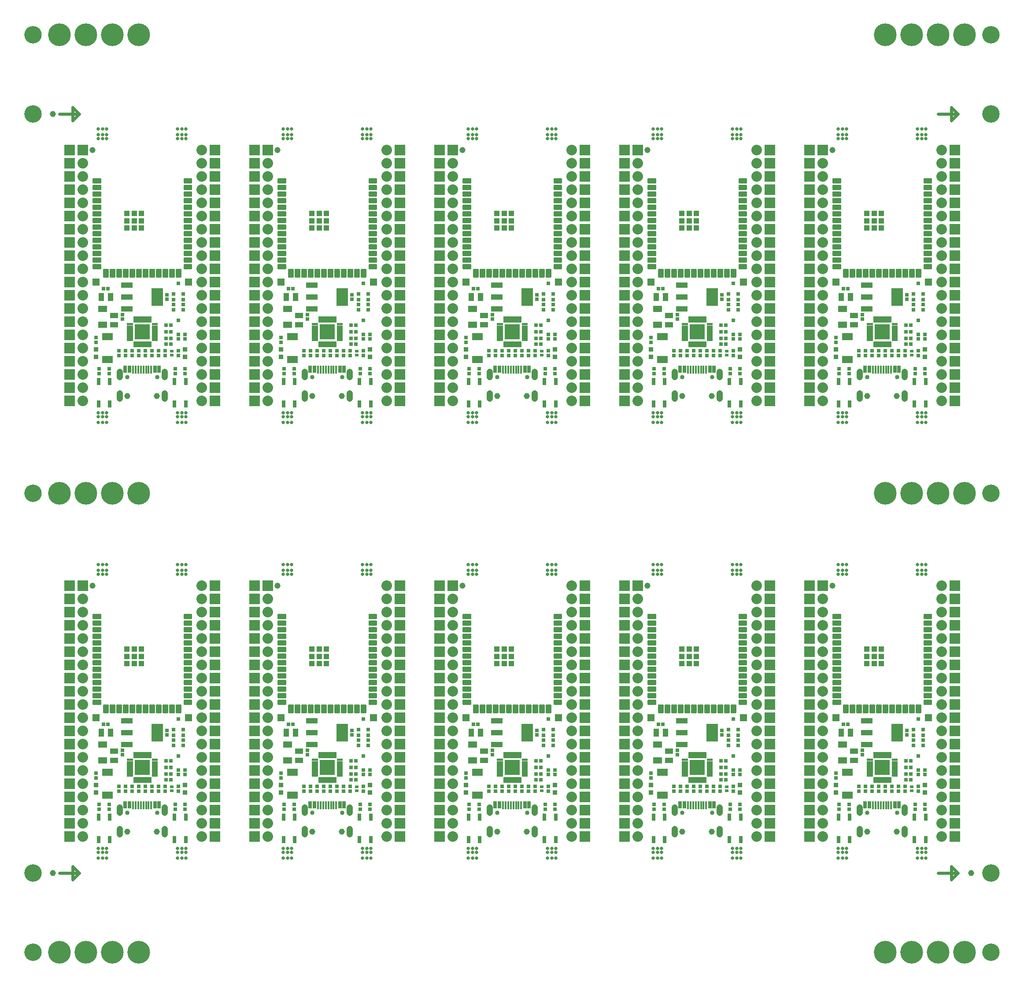
<source format=gts>
G75*
%MOIN*%
%OFA0B0*%
%FSLAX25Y25*%
%IPPOS*%
%LPD*%
%AMOC8*
5,1,8,0,0,1.08239X$1,22.5*
%
%ADD10C,0.02569*%
%ADD11C,0.13198*%
%ADD12C,0.02400*%
%ADD13C,0.04537*%
%ADD14R,0.08000X0.08000*%
%ADD15C,0.08000*%
%ADD16R,0.02962X0.05718*%
%ADD17R,0.01781X0.06309*%
%ADD18C,0.04734*%
%ADD19C,0.03356*%
%ADD20R,0.03159X0.05324*%
%ADD21R,0.09065X0.04340*%
%ADD22R,0.09065X0.13395*%
%ADD23R,0.03041X0.03041*%
%ADD24R,0.08080X0.05324*%
%ADD25R,0.06112X0.04143*%
%ADD26R,0.04143X0.06112*%
%ADD27R,0.03750X0.03750*%
%ADD28R,0.02569X0.02175*%
%ADD29R,0.02569X0.02962*%
%ADD30C,0.00912*%
%ADD31R,0.04143X0.04143*%
%ADD32R,0.05324X0.05324*%
%ADD33C,0.00122*%
%ADD34R,0.11624X0.11624*%
%ADD35R,0.06899X0.04537*%
%ADD36C,0.17198*%
D10*
X0066175Y0088050D03*
X0069300Y0088050D03*
X0072425Y0088050D03*
X0072425Y0092425D03*
X0069300Y0092425D03*
X0069300Y0095550D03*
X0072425Y0095550D03*
X0066175Y0095550D03*
X0066175Y0092425D03*
X0126175Y0092425D03*
X0126175Y0095550D03*
X0129300Y0095550D03*
X0132425Y0095550D03*
X0132425Y0092425D03*
X0129300Y0092425D03*
X0129300Y0088050D03*
X0132425Y0088050D03*
X0126175Y0088050D03*
X0206175Y0088050D03*
X0209300Y0088050D03*
X0212425Y0088050D03*
X0212425Y0092425D03*
X0209300Y0092425D03*
X0206175Y0092425D03*
X0206175Y0095550D03*
X0209300Y0095550D03*
X0212425Y0095550D03*
X0266175Y0095550D03*
X0269300Y0095550D03*
X0272425Y0095550D03*
X0272425Y0092425D03*
X0269300Y0092425D03*
X0266175Y0092425D03*
X0266175Y0088050D03*
X0269300Y0088050D03*
X0272425Y0088050D03*
X0346175Y0088050D03*
X0349300Y0088050D03*
X0352425Y0088050D03*
X0352425Y0092425D03*
X0352425Y0095550D03*
X0349300Y0095550D03*
X0346175Y0095550D03*
X0346175Y0092425D03*
X0349300Y0092425D03*
X0406175Y0092425D03*
X0409300Y0092425D03*
X0409300Y0095550D03*
X0406175Y0095550D03*
X0412425Y0095550D03*
X0412425Y0092425D03*
X0412425Y0088050D03*
X0409300Y0088050D03*
X0406175Y0088050D03*
X0486175Y0088050D03*
X0489300Y0088050D03*
X0492425Y0088050D03*
X0492425Y0092425D03*
X0489300Y0092425D03*
X0486175Y0092425D03*
X0486175Y0095550D03*
X0489300Y0095550D03*
X0492425Y0095550D03*
X0546175Y0095550D03*
X0546175Y0092425D03*
X0549300Y0092425D03*
X0552425Y0092425D03*
X0552425Y0095550D03*
X0549300Y0095550D03*
X0549300Y0088050D03*
X0552425Y0088050D03*
X0546175Y0088050D03*
X0626175Y0088050D03*
X0629300Y0088050D03*
X0632425Y0088050D03*
X0632425Y0092425D03*
X0632425Y0095550D03*
X0629300Y0095550D03*
X0626175Y0095550D03*
X0626175Y0092425D03*
X0629300Y0092425D03*
X0686175Y0092425D03*
X0689300Y0092425D03*
X0689300Y0095550D03*
X0686175Y0095550D03*
X0692425Y0095550D03*
X0692425Y0092425D03*
X0692425Y0088050D03*
X0689300Y0088050D03*
X0686175Y0088050D03*
X0686175Y0303050D03*
X0689300Y0303050D03*
X0689300Y0306175D03*
X0686175Y0306175D03*
X0686175Y0310550D03*
X0689300Y0310550D03*
X0692425Y0310550D03*
X0692425Y0306175D03*
X0692425Y0303050D03*
X0632425Y0303050D03*
X0632425Y0306175D03*
X0629300Y0306175D03*
X0626175Y0306175D03*
X0626175Y0303050D03*
X0629300Y0303050D03*
X0629300Y0310550D03*
X0626175Y0310550D03*
X0632425Y0310550D03*
X0552425Y0310550D03*
X0549300Y0310550D03*
X0546175Y0310550D03*
X0546175Y0306175D03*
X0546175Y0303050D03*
X0549300Y0303050D03*
X0552425Y0303050D03*
X0552425Y0306175D03*
X0549300Y0306175D03*
X0492425Y0306175D03*
X0489300Y0306175D03*
X0486175Y0306175D03*
X0486175Y0303050D03*
X0489300Y0303050D03*
X0492425Y0303050D03*
X0492425Y0310550D03*
X0489300Y0310550D03*
X0486175Y0310550D03*
X0412425Y0310550D03*
X0409300Y0310550D03*
X0406175Y0310550D03*
X0406175Y0306175D03*
X0409300Y0306175D03*
X0409300Y0303050D03*
X0406175Y0303050D03*
X0412425Y0303050D03*
X0412425Y0306175D03*
X0352425Y0306175D03*
X0352425Y0303050D03*
X0349300Y0303050D03*
X0346175Y0303050D03*
X0346175Y0306175D03*
X0349300Y0306175D03*
X0349300Y0310550D03*
X0346175Y0310550D03*
X0352425Y0310550D03*
X0272425Y0310550D03*
X0269300Y0310550D03*
X0266175Y0310550D03*
X0266175Y0306175D03*
X0269300Y0306175D03*
X0272425Y0306175D03*
X0272425Y0303050D03*
X0269300Y0303050D03*
X0266175Y0303050D03*
X0212425Y0303050D03*
X0209300Y0303050D03*
X0206175Y0303050D03*
X0206175Y0306175D03*
X0209300Y0306175D03*
X0212425Y0306175D03*
X0212425Y0310550D03*
X0209300Y0310550D03*
X0206175Y0310550D03*
X0132425Y0310550D03*
X0129300Y0310550D03*
X0126175Y0310550D03*
X0126175Y0306175D03*
X0126175Y0303050D03*
X0129300Y0303050D03*
X0132425Y0303050D03*
X0132425Y0306175D03*
X0129300Y0306175D03*
X0072425Y0306175D03*
X0069300Y0306175D03*
X0069300Y0303050D03*
X0072425Y0303050D03*
X0066175Y0303050D03*
X0066175Y0306175D03*
X0066175Y0310550D03*
X0069300Y0310550D03*
X0072425Y0310550D03*
X0072425Y0418050D03*
X0069300Y0418050D03*
X0066175Y0418050D03*
X0066175Y0422425D03*
X0066175Y0425550D03*
X0069300Y0425550D03*
X0072425Y0425550D03*
X0072425Y0422425D03*
X0069300Y0422425D03*
X0126175Y0422425D03*
X0126175Y0425550D03*
X0129300Y0425550D03*
X0132425Y0425550D03*
X0132425Y0422425D03*
X0129300Y0422425D03*
X0129300Y0418050D03*
X0132425Y0418050D03*
X0126175Y0418050D03*
X0206175Y0418050D03*
X0209300Y0418050D03*
X0212425Y0418050D03*
X0212425Y0422425D03*
X0209300Y0422425D03*
X0206175Y0422425D03*
X0206175Y0425550D03*
X0209300Y0425550D03*
X0212425Y0425550D03*
X0266175Y0425550D03*
X0269300Y0425550D03*
X0272425Y0425550D03*
X0272425Y0422425D03*
X0269300Y0422425D03*
X0266175Y0422425D03*
X0266175Y0418050D03*
X0269300Y0418050D03*
X0272425Y0418050D03*
X0346175Y0418050D03*
X0349300Y0418050D03*
X0352425Y0418050D03*
X0352425Y0422425D03*
X0352425Y0425550D03*
X0349300Y0425550D03*
X0346175Y0425550D03*
X0346175Y0422425D03*
X0349300Y0422425D03*
X0406175Y0422425D03*
X0409300Y0422425D03*
X0409300Y0425550D03*
X0406175Y0425550D03*
X0412425Y0425550D03*
X0412425Y0422425D03*
X0412425Y0418050D03*
X0409300Y0418050D03*
X0406175Y0418050D03*
X0486175Y0418050D03*
X0489300Y0418050D03*
X0492425Y0418050D03*
X0492425Y0422425D03*
X0489300Y0422425D03*
X0486175Y0422425D03*
X0486175Y0425550D03*
X0489300Y0425550D03*
X0492425Y0425550D03*
X0546175Y0425550D03*
X0546175Y0422425D03*
X0549300Y0422425D03*
X0552425Y0422425D03*
X0552425Y0425550D03*
X0549300Y0425550D03*
X0549300Y0418050D03*
X0552425Y0418050D03*
X0546175Y0418050D03*
X0626175Y0418050D03*
X0629300Y0418050D03*
X0632425Y0418050D03*
X0632425Y0422425D03*
X0632425Y0425550D03*
X0629300Y0425550D03*
X0626175Y0425550D03*
X0626175Y0422425D03*
X0629300Y0422425D03*
X0686175Y0422425D03*
X0689300Y0422425D03*
X0689300Y0425550D03*
X0686175Y0425550D03*
X0692425Y0425550D03*
X0692425Y0422425D03*
X0692425Y0418050D03*
X0689300Y0418050D03*
X0686175Y0418050D03*
X0686175Y0633050D03*
X0689300Y0633050D03*
X0689300Y0636175D03*
X0686175Y0636175D03*
X0686175Y0640550D03*
X0689300Y0640550D03*
X0692425Y0640550D03*
X0692425Y0636175D03*
X0692425Y0633050D03*
X0632425Y0633050D03*
X0632425Y0636175D03*
X0629300Y0636175D03*
X0626175Y0636175D03*
X0626175Y0633050D03*
X0629300Y0633050D03*
X0629300Y0640550D03*
X0626175Y0640550D03*
X0632425Y0640550D03*
X0552425Y0640550D03*
X0549300Y0640550D03*
X0546175Y0640550D03*
X0546175Y0636175D03*
X0546175Y0633050D03*
X0549300Y0633050D03*
X0552425Y0633050D03*
X0552425Y0636175D03*
X0549300Y0636175D03*
X0492425Y0636175D03*
X0489300Y0636175D03*
X0486175Y0636175D03*
X0486175Y0633050D03*
X0489300Y0633050D03*
X0492425Y0633050D03*
X0492425Y0640550D03*
X0489300Y0640550D03*
X0486175Y0640550D03*
X0412425Y0640550D03*
X0409300Y0640550D03*
X0406175Y0640550D03*
X0406175Y0636175D03*
X0409300Y0636175D03*
X0409300Y0633050D03*
X0406175Y0633050D03*
X0412425Y0633050D03*
X0412425Y0636175D03*
X0352425Y0636175D03*
X0352425Y0633050D03*
X0349300Y0633050D03*
X0346175Y0633050D03*
X0346175Y0636175D03*
X0349300Y0636175D03*
X0349300Y0640550D03*
X0346175Y0640550D03*
X0352425Y0640550D03*
X0272425Y0640550D03*
X0269300Y0640550D03*
X0266175Y0640550D03*
X0266175Y0636175D03*
X0269300Y0636175D03*
X0272425Y0636175D03*
X0272425Y0633050D03*
X0269300Y0633050D03*
X0266175Y0633050D03*
X0212425Y0633050D03*
X0209300Y0633050D03*
X0206175Y0633050D03*
X0206175Y0636175D03*
X0209300Y0636175D03*
X0212425Y0636175D03*
X0212425Y0640550D03*
X0209300Y0640550D03*
X0206175Y0640550D03*
X0132425Y0640550D03*
X0129300Y0640550D03*
X0126175Y0640550D03*
X0126175Y0636175D03*
X0126175Y0633050D03*
X0129300Y0633050D03*
X0132425Y0633050D03*
X0132425Y0636175D03*
X0129300Y0636175D03*
X0072425Y0636175D03*
X0069300Y0636175D03*
X0069300Y0633050D03*
X0072425Y0633050D03*
X0066175Y0633050D03*
X0066175Y0636175D03*
X0066175Y0640550D03*
X0069300Y0640550D03*
X0072425Y0640550D03*
D11*
X0016800Y0016800D03*
X0016800Y0076800D03*
X0016800Y0364300D03*
X0016800Y0651800D03*
X0016800Y0711800D03*
X0741800Y0711800D03*
X0741800Y0651800D03*
X0741800Y0364300D03*
X0741800Y0076800D03*
X0741800Y0016800D03*
D12*
X0711800Y0071800D02*
X0716800Y0076800D01*
X0711800Y0081800D01*
X0711800Y0071800D01*
X0716800Y0076800D02*
X0701800Y0076800D01*
X0711800Y0646800D02*
X0716800Y0651800D01*
X0711800Y0656800D01*
X0711800Y0646800D01*
X0716800Y0651800D02*
X0701800Y0651800D01*
X0051800Y0651800D02*
X0046800Y0646800D01*
X0046800Y0656800D01*
X0051800Y0651800D01*
X0036800Y0651800D01*
X0046800Y0081800D02*
X0046800Y0071800D01*
X0051800Y0076800D01*
X0046800Y0081800D01*
X0051800Y0076800D02*
X0036800Y0076800D01*
D13*
X0031800Y0076800D03*
X0088050Y0108050D03*
X0110550Y0108050D03*
X0228050Y0108050D03*
X0250550Y0108050D03*
X0368050Y0108050D03*
X0390550Y0108050D03*
X0508050Y0108050D03*
X0530550Y0108050D03*
X0648050Y0108050D03*
X0670550Y0108050D03*
X0726800Y0076800D03*
X0621644Y0294300D03*
X0481644Y0294300D03*
X0341644Y0294300D03*
X0201644Y0294300D03*
X0061644Y0294300D03*
X0088050Y0438050D03*
X0110550Y0438050D03*
X0228050Y0438050D03*
X0250550Y0438050D03*
X0368050Y0438050D03*
X0390550Y0438050D03*
X0508050Y0438050D03*
X0530550Y0438050D03*
X0648050Y0438050D03*
X0670550Y0438050D03*
X0621644Y0624300D03*
X0481644Y0624300D03*
X0341644Y0624300D03*
X0201644Y0624300D03*
X0061644Y0624300D03*
X0031800Y0651800D03*
D14*
X0044300Y0624300D03*
X0044300Y0614300D03*
X0044300Y0604300D03*
X0044300Y0594300D03*
X0044300Y0584300D03*
X0044300Y0574300D03*
X0044300Y0564300D03*
X0044300Y0554300D03*
X0044300Y0544300D03*
X0044300Y0534300D03*
X0044300Y0524300D03*
X0044300Y0514300D03*
X0044300Y0504300D03*
X0044300Y0494300D03*
X0044300Y0484300D03*
X0044300Y0474300D03*
X0044300Y0464300D03*
X0044300Y0454300D03*
X0044300Y0444300D03*
X0044300Y0434300D03*
X0154300Y0434300D03*
X0154300Y0444300D03*
X0154300Y0454300D03*
X0154300Y0464300D03*
X0154300Y0474300D03*
X0154300Y0484300D03*
X0154300Y0494300D03*
X0154300Y0504300D03*
X0154300Y0514300D03*
X0154300Y0524300D03*
X0154300Y0534300D03*
X0154300Y0544300D03*
X0154300Y0554300D03*
X0154300Y0564300D03*
X0154300Y0574300D03*
X0154300Y0584300D03*
X0154300Y0594300D03*
X0154300Y0604300D03*
X0154300Y0614300D03*
X0154300Y0624300D03*
X0184300Y0624300D03*
X0184300Y0614300D03*
X0194300Y0624300D03*
X0184300Y0604300D03*
X0184300Y0594300D03*
X0184300Y0584300D03*
X0184300Y0574300D03*
X0184300Y0564300D03*
X0184300Y0554300D03*
X0184300Y0544300D03*
X0184300Y0534300D03*
X0184300Y0524300D03*
X0184300Y0514300D03*
X0184300Y0504300D03*
X0184300Y0494300D03*
X0184300Y0484300D03*
X0184300Y0474300D03*
X0184300Y0464300D03*
X0184300Y0454300D03*
X0184300Y0444300D03*
X0184300Y0434300D03*
X0294300Y0434300D03*
X0294300Y0444300D03*
X0294300Y0454300D03*
X0294300Y0464300D03*
X0294300Y0474300D03*
X0294300Y0484300D03*
X0294300Y0494300D03*
X0294300Y0504300D03*
X0294300Y0514300D03*
X0294300Y0524300D03*
X0294300Y0534300D03*
X0294300Y0544300D03*
X0294300Y0554300D03*
X0294300Y0564300D03*
X0294300Y0574300D03*
X0294300Y0584300D03*
X0294300Y0594300D03*
X0294300Y0604300D03*
X0294300Y0614300D03*
X0294300Y0624300D03*
X0324300Y0624300D03*
X0324300Y0614300D03*
X0324300Y0604300D03*
X0324300Y0594300D03*
X0324300Y0584300D03*
X0324300Y0574300D03*
X0324300Y0564300D03*
X0324300Y0554300D03*
X0324300Y0544300D03*
X0324300Y0534300D03*
X0324300Y0524300D03*
X0324300Y0514300D03*
X0324300Y0504300D03*
X0324300Y0494300D03*
X0324300Y0484300D03*
X0324300Y0474300D03*
X0324300Y0464300D03*
X0324300Y0454300D03*
X0324300Y0444300D03*
X0324300Y0434300D03*
X0434300Y0434300D03*
X0434300Y0444300D03*
X0434300Y0454300D03*
X0434300Y0464300D03*
X0434300Y0474300D03*
X0434300Y0484300D03*
X0434300Y0494300D03*
X0434300Y0504300D03*
X0434300Y0514300D03*
X0434300Y0524300D03*
X0434300Y0534300D03*
X0434300Y0544300D03*
X0434300Y0554300D03*
X0434300Y0564300D03*
X0434300Y0574300D03*
X0434300Y0584300D03*
X0434300Y0594300D03*
X0434300Y0604300D03*
X0434300Y0614300D03*
X0434300Y0624300D03*
X0464300Y0624300D03*
X0464300Y0614300D03*
X0474300Y0624300D03*
X0464300Y0604300D03*
X0464300Y0594300D03*
X0464300Y0584300D03*
X0464300Y0574300D03*
X0464300Y0564300D03*
X0464300Y0554300D03*
X0464300Y0544300D03*
X0464300Y0534300D03*
X0464300Y0524300D03*
X0464300Y0514300D03*
X0464300Y0504300D03*
X0464300Y0494300D03*
X0464300Y0484300D03*
X0464300Y0474300D03*
X0464300Y0464300D03*
X0464300Y0454300D03*
X0464300Y0444300D03*
X0464300Y0434300D03*
X0574300Y0434300D03*
X0574300Y0444300D03*
X0574300Y0454300D03*
X0574300Y0464300D03*
X0574300Y0474300D03*
X0574300Y0484300D03*
X0574300Y0494300D03*
X0574300Y0504300D03*
X0574300Y0514300D03*
X0574300Y0524300D03*
X0574300Y0534300D03*
X0574300Y0544300D03*
X0574300Y0554300D03*
X0574300Y0564300D03*
X0574300Y0574300D03*
X0574300Y0584300D03*
X0574300Y0594300D03*
X0574300Y0604300D03*
X0574300Y0614300D03*
X0574300Y0624300D03*
X0604300Y0624300D03*
X0604300Y0614300D03*
X0614300Y0624300D03*
X0604300Y0604300D03*
X0604300Y0594300D03*
X0604300Y0584300D03*
X0604300Y0574300D03*
X0604300Y0564300D03*
X0604300Y0554300D03*
X0604300Y0544300D03*
X0604300Y0534300D03*
X0604300Y0524300D03*
X0604300Y0514300D03*
X0604300Y0504300D03*
X0604300Y0494300D03*
X0604300Y0484300D03*
X0604300Y0474300D03*
X0604300Y0464300D03*
X0604300Y0454300D03*
X0604300Y0444300D03*
X0604300Y0434300D03*
X0714300Y0434300D03*
X0714300Y0444300D03*
X0714300Y0454300D03*
X0714300Y0464300D03*
X0714300Y0474300D03*
X0714300Y0484300D03*
X0714300Y0494300D03*
X0714300Y0504300D03*
X0714300Y0514300D03*
X0714300Y0524300D03*
X0714300Y0534300D03*
X0714300Y0544300D03*
X0714300Y0554300D03*
X0714300Y0564300D03*
X0714300Y0574300D03*
X0714300Y0584300D03*
X0714300Y0594300D03*
X0714300Y0604300D03*
X0714300Y0614300D03*
X0714300Y0624300D03*
X0714300Y0294300D03*
X0714300Y0284300D03*
X0714300Y0274300D03*
X0714300Y0264300D03*
X0714300Y0254300D03*
X0714300Y0244300D03*
X0714300Y0234300D03*
X0714300Y0224300D03*
X0714300Y0214300D03*
X0714300Y0204300D03*
X0714300Y0194300D03*
X0714300Y0184300D03*
X0714300Y0174300D03*
X0714300Y0164300D03*
X0714300Y0154300D03*
X0714300Y0144300D03*
X0714300Y0134300D03*
X0714300Y0124300D03*
X0714300Y0114300D03*
X0714300Y0104300D03*
X0604300Y0104300D03*
X0604300Y0114300D03*
X0604300Y0124300D03*
X0604300Y0134300D03*
X0604300Y0144300D03*
X0604300Y0154300D03*
X0604300Y0164300D03*
X0604300Y0174300D03*
X0604300Y0184300D03*
X0604300Y0194300D03*
X0604300Y0204300D03*
X0604300Y0214300D03*
X0604300Y0224300D03*
X0604300Y0234300D03*
X0604300Y0244300D03*
X0604300Y0254300D03*
X0604300Y0264300D03*
X0604300Y0274300D03*
X0604300Y0284300D03*
X0604300Y0294300D03*
X0614300Y0294300D03*
X0574300Y0294300D03*
X0574300Y0284300D03*
X0574300Y0274300D03*
X0574300Y0264300D03*
X0574300Y0254300D03*
X0574300Y0244300D03*
X0574300Y0234300D03*
X0574300Y0224300D03*
X0574300Y0214300D03*
X0574300Y0204300D03*
X0574300Y0194300D03*
X0574300Y0184300D03*
X0574300Y0174300D03*
X0574300Y0164300D03*
X0574300Y0154300D03*
X0574300Y0144300D03*
X0574300Y0134300D03*
X0574300Y0124300D03*
X0574300Y0114300D03*
X0574300Y0104300D03*
X0464300Y0104300D03*
X0464300Y0114300D03*
X0464300Y0124300D03*
X0464300Y0134300D03*
X0464300Y0144300D03*
X0464300Y0154300D03*
X0464300Y0164300D03*
X0464300Y0174300D03*
X0464300Y0184300D03*
X0464300Y0194300D03*
X0464300Y0204300D03*
X0464300Y0214300D03*
X0464300Y0224300D03*
X0464300Y0234300D03*
X0464300Y0244300D03*
X0464300Y0254300D03*
X0464300Y0264300D03*
X0464300Y0274300D03*
X0464300Y0284300D03*
X0464300Y0294300D03*
X0474300Y0294300D03*
X0434300Y0294300D03*
X0434300Y0284300D03*
X0434300Y0274300D03*
X0434300Y0264300D03*
X0434300Y0254300D03*
X0434300Y0244300D03*
X0434300Y0234300D03*
X0434300Y0224300D03*
X0434300Y0214300D03*
X0434300Y0204300D03*
X0434300Y0194300D03*
X0434300Y0184300D03*
X0434300Y0174300D03*
X0434300Y0164300D03*
X0434300Y0154300D03*
X0434300Y0144300D03*
X0434300Y0134300D03*
X0434300Y0124300D03*
X0434300Y0114300D03*
X0434300Y0104300D03*
X0324300Y0104300D03*
X0324300Y0114300D03*
X0324300Y0124300D03*
X0324300Y0134300D03*
X0324300Y0144300D03*
X0324300Y0154300D03*
X0324300Y0164300D03*
X0324300Y0174300D03*
X0324300Y0184300D03*
X0324300Y0194300D03*
X0324300Y0204300D03*
X0324300Y0214300D03*
X0324300Y0224300D03*
X0324300Y0234300D03*
X0324300Y0244300D03*
X0324300Y0254300D03*
X0324300Y0264300D03*
X0324300Y0274300D03*
X0324300Y0284300D03*
X0324300Y0294300D03*
X0334300Y0294300D03*
X0294300Y0294300D03*
X0294300Y0284300D03*
X0294300Y0274300D03*
X0294300Y0264300D03*
X0294300Y0254300D03*
X0294300Y0244300D03*
X0294300Y0234300D03*
X0294300Y0224300D03*
X0294300Y0214300D03*
X0294300Y0204300D03*
X0294300Y0194300D03*
X0294300Y0184300D03*
X0294300Y0174300D03*
X0294300Y0164300D03*
X0294300Y0154300D03*
X0294300Y0144300D03*
X0294300Y0134300D03*
X0294300Y0124300D03*
X0294300Y0114300D03*
X0294300Y0104300D03*
X0184300Y0104300D03*
X0184300Y0114300D03*
X0184300Y0124300D03*
X0184300Y0134300D03*
X0184300Y0144300D03*
X0184300Y0154300D03*
X0184300Y0164300D03*
X0184300Y0174300D03*
X0184300Y0184300D03*
X0184300Y0194300D03*
X0184300Y0204300D03*
X0184300Y0214300D03*
X0184300Y0224300D03*
X0184300Y0234300D03*
X0184300Y0244300D03*
X0184300Y0254300D03*
X0184300Y0264300D03*
X0184300Y0274300D03*
X0184300Y0284300D03*
X0184300Y0294300D03*
X0194300Y0294300D03*
X0154300Y0294300D03*
X0154300Y0284300D03*
X0154300Y0274300D03*
X0154300Y0264300D03*
X0154300Y0254300D03*
X0154300Y0244300D03*
X0154300Y0234300D03*
X0154300Y0224300D03*
X0154300Y0214300D03*
X0154300Y0204300D03*
X0154300Y0194300D03*
X0154300Y0184300D03*
X0154300Y0174300D03*
X0154300Y0164300D03*
X0154300Y0154300D03*
X0154300Y0144300D03*
X0154300Y0134300D03*
X0154300Y0124300D03*
X0154300Y0114300D03*
X0154300Y0104300D03*
X0044300Y0104300D03*
X0044300Y0114300D03*
X0044300Y0124300D03*
X0044300Y0134300D03*
X0044300Y0144300D03*
X0044300Y0154300D03*
X0044300Y0164300D03*
X0044300Y0174300D03*
X0044300Y0184300D03*
X0044300Y0194300D03*
X0044300Y0204300D03*
X0044300Y0214300D03*
X0044300Y0224300D03*
X0044300Y0234300D03*
X0044300Y0244300D03*
X0044300Y0254300D03*
X0044300Y0264300D03*
X0044300Y0274300D03*
X0044300Y0284300D03*
X0044300Y0294300D03*
X0054300Y0294300D03*
X0054300Y0624300D03*
X0334300Y0624300D03*
D15*
X0334300Y0614300D03*
X0334300Y0604300D03*
X0334300Y0594300D03*
X0334300Y0584300D03*
X0334300Y0574300D03*
X0334300Y0564300D03*
X0334300Y0554300D03*
X0334300Y0544300D03*
X0334300Y0534300D03*
X0334300Y0524300D03*
X0334300Y0514300D03*
X0334300Y0504300D03*
X0334300Y0494300D03*
X0334300Y0484300D03*
X0334300Y0474300D03*
X0334300Y0464300D03*
X0334300Y0454300D03*
X0334300Y0444300D03*
X0334300Y0434300D03*
X0284300Y0434300D03*
X0284300Y0444300D03*
X0284300Y0454300D03*
X0284300Y0464300D03*
X0284300Y0474300D03*
X0284300Y0484300D03*
X0284300Y0494300D03*
X0284300Y0504300D03*
X0284300Y0514300D03*
X0284300Y0524300D03*
X0284300Y0534300D03*
X0284300Y0544300D03*
X0284300Y0554300D03*
X0284300Y0564300D03*
X0284300Y0574300D03*
X0284300Y0584300D03*
X0284300Y0594300D03*
X0284300Y0604300D03*
X0284300Y0614300D03*
X0284300Y0624300D03*
X0194300Y0614300D03*
X0194300Y0604300D03*
X0194300Y0594300D03*
X0194300Y0584300D03*
X0194300Y0574300D03*
X0194300Y0564300D03*
X0194300Y0554300D03*
X0194300Y0544300D03*
X0194300Y0534300D03*
X0194300Y0524300D03*
X0194300Y0514300D03*
X0194300Y0504300D03*
X0194300Y0494300D03*
X0194300Y0484300D03*
X0194300Y0474300D03*
X0194300Y0464300D03*
X0194300Y0454300D03*
X0194300Y0444300D03*
X0194300Y0434300D03*
X0144300Y0434300D03*
X0144300Y0444300D03*
X0144300Y0454300D03*
X0144300Y0464300D03*
X0144300Y0474300D03*
X0144300Y0484300D03*
X0144300Y0494300D03*
X0144300Y0504300D03*
X0144300Y0514300D03*
X0144300Y0524300D03*
X0144300Y0534300D03*
X0144300Y0544300D03*
X0144300Y0554300D03*
X0144300Y0564300D03*
X0144300Y0574300D03*
X0144300Y0584300D03*
X0144300Y0594300D03*
X0144300Y0604300D03*
X0144300Y0614300D03*
X0144300Y0624300D03*
X0054300Y0614300D03*
X0054300Y0604300D03*
X0054300Y0594300D03*
X0054300Y0584300D03*
X0054300Y0574300D03*
X0054300Y0564300D03*
X0054300Y0554300D03*
X0054300Y0544300D03*
X0054300Y0534300D03*
X0054300Y0524300D03*
X0054300Y0514300D03*
X0054300Y0504300D03*
X0054300Y0494300D03*
X0054300Y0484300D03*
X0054300Y0474300D03*
X0054300Y0464300D03*
X0054300Y0454300D03*
X0054300Y0444300D03*
X0054300Y0434300D03*
X0144300Y0294300D03*
X0144300Y0284300D03*
X0144300Y0274300D03*
X0144300Y0264300D03*
X0144300Y0254300D03*
X0144300Y0244300D03*
X0144300Y0234300D03*
X0144300Y0224300D03*
X0144300Y0214300D03*
X0144300Y0204300D03*
X0144300Y0194300D03*
X0144300Y0184300D03*
X0144300Y0174300D03*
X0144300Y0164300D03*
X0144300Y0154300D03*
X0144300Y0144300D03*
X0144300Y0134300D03*
X0144300Y0124300D03*
X0144300Y0114300D03*
X0144300Y0104300D03*
X0194300Y0104300D03*
X0194300Y0114300D03*
X0194300Y0124300D03*
X0194300Y0134300D03*
X0194300Y0144300D03*
X0194300Y0154300D03*
X0194300Y0164300D03*
X0194300Y0174300D03*
X0194300Y0184300D03*
X0194300Y0194300D03*
X0194300Y0204300D03*
X0194300Y0214300D03*
X0194300Y0224300D03*
X0194300Y0234300D03*
X0194300Y0244300D03*
X0194300Y0254300D03*
X0194300Y0264300D03*
X0194300Y0274300D03*
X0194300Y0284300D03*
X0284300Y0284300D03*
X0284300Y0294300D03*
X0284300Y0274300D03*
X0284300Y0264300D03*
X0284300Y0254300D03*
X0284300Y0244300D03*
X0284300Y0234300D03*
X0284300Y0224300D03*
X0284300Y0214300D03*
X0284300Y0204300D03*
X0284300Y0194300D03*
X0284300Y0184300D03*
X0284300Y0174300D03*
X0284300Y0164300D03*
X0284300Y0154300D03*
X0284300Y0144300D03*
X0284300Y0134300D03*
X0284300Y0124300D03*
X0284300Y0114300D03*
X0284300Y0104300D03*
X0334300Y0104300D03*
X0334300Y0114300D03*
X0334300Y0124300D03*
X0334300Y0134300D03*
X0334300Y0144300D03*
X0334300Y0154300D03*
X0334300Y0164300D03*
X0334300Y0174300D03*
X0334300Y0184300D03*
X0334300Y0194300D03*
X0334300Y0204300D03*
X0334300Y0214300D03*
X0334300Y0224300D03*
X0334300Y0234300D03*
X0334300Y0244300D03*
X0334300Y0254300D03*
X0334300Y0264300D03*
X0334300Y0274300D03*
X0334300Y0284300D03*
X0424300Y0284300D03*
X0424300Y0294300D03*
X0424300Y0274300D03*
X0424300Y0264300D03*
X0424300Y0254300D03*
X0424300Y0244300D03*
X0424300Y0234300D03*
X0424300Y0224300D03*
X0424300Y0214300D03*
X0424300Y0204300D03*
X0424300Y0194300D03*
X0424300Y0184300D03*
X0424300Y0174300D03*
X0424300Y0164300D03*
X0424300Y0154300D03*
X0424300Y0144300D03*
X0424300Y0134300D03*
X0424300Y0124300D03*
X0424300Y0114300D03*
X0424300Y0104300D03*
X0474300Y0104300D03*
X0474300Y0114300D03*
X0474300Y0124300D03*
X0474300Y0134300D03*
X0474300Y0144300D03*
X0474300Y0154300D03*
X0474300Y0164300D03*
X0474300Y0174300D03*
X0474300Y0184300D03*
X0474300Y0194300D03*
X0474300Y0204300D03*
X0474300Y0214300D03*
X0474300Y0224300D03*
X0474300Y0234300D03*
X0474300Y0244300D03*
X0474300Y0254300D03*
X0474300Y0264300D03*
X0474300Y0274300D03*
X0474300Y0284300D03*
X0564300Y0284300D03*
X0564300Y0294300D03*
X0564300Y0274300D03*
X0564300Y0264300D03*
X0564300Y0254300D03*
X0564300Y0244300D03*
X0564300Y0234300D03*
X0564300Y0224300D03*
X0564300Y0214300D03*
X0564300Y0204300D03*
X0564300Y0194300D03*
X0564300Y0184300D03*
X0564300Y0174300D03*
X0564300Y0164300D03*
X0564300Y0154300D03*
X0564300Y0144300D03*
X0564300Y0134300D03*
X0564300Y0124300D03*
X0564300Y0114300D03*
X0564300Y0104300D03*
X0614300Y0104300D03*
X0614300Y0114300D03*
X0614300Y0124300D03*
X0614300Y0134300D03*
X0614300Y0144300D03*
X0614300Y0154300D03*
X0614300Y0164300D03*
X0614300Y0174300D03*
X0614300Y0184300D03*
X0614300Y0194300D03*
X0614300Y0204300D03*
X0614300Y0214300D03*
X0614300Y0224300D03*
X0614300Y0234300D03*
X0614300Y0244300D03*
X0614300Y0254300D03*
X0614300Y0264300D03*
X0614300Y0274300D03*
X0614300Y0284300D03*
X0704300Y0284300D03*
X0704300Y0294300D03*
X0704300Y0274300D03*
X0704300Y0264300D03*
X0704300Y0254300D03*
X0704300Y0244300D03*
X0704300Y0234300D03*
X0704300Y0224300D03*
X0704300Y0214300D03*
X0704300Y0204300D03*
X0704300Y0194300D03*
X0704300Y0184300D03*
X0704300Y0174300D03*
X0704300Y0164300D03*
X0704300Y0154300D03*
X0704300Y0144300D03*
X0704300Y0134300D03*
X0704300Y0124300D03*
X0704300Y0114300D03*
X0704300Y0104300D03*
X0704300Y0434300D03*
X0704300Y0444300D03*
X0704300Y0454300D03*
X0704300Y0464300D03*
X0704300Y0474300D03*
X0704300Y0484300D03*
X0704300Y0494300D03*
X0704300Y0504300D03*
X0704300Y0514300D03*
X0704300Y0524300D03*
X0704300Y0534300D03*
X0704300Y0544300D03*
X0704300Y0554300D03*
X0704300Y0564300D03*
X0704300Y0574300D03*
X0704300Y0584300D03*
X0704300Y0594300D03*
X0704300Y0604300D03*
X0704300Y0614300D03*
X0704300Y0624300D03*
X0614300Y0614300D03*
X0614300Y0604300D03*
X0614300Y0594300D03*
X0614300Y0584300D03*
X0614300Y0574300D03*
X0614300Y0564300D03*
X0614300Y0554300D03*
X0614300Y0544300D03*
X0614300Y0534300D03*
X0614300Y0524300D03*
X0614300Y0514300D03*
X0614300Y0504300D03*
X0614300Y0494300D03*
X0614300Y0484300D03*
X0614300Y0474300D03*
X0614300Y0464300D03*
X0614300Y0454300D03*
X0614300Y0444300D03*
X0614300Y0434300D03*
X0564300Y0434300D03*
X0564300Y0444300D03*
X0564300Y0454300D03*
X0564300Y0464300D03*
X0564300Y0474300D03*
X0564300Y0484300D03*
X0564300Y0494300D03*
X0564300Y0504300D03*
X0564300Y0514300D03*
X0564300Y0524300D03*
X0564300Y0534300D03*
X0564300Y0544300D03*
X0564300Y0554300D03*
X0564300Y0564300D03*
X0564300Y0574300D03*
X0564300Y0584300D03*
X0564300Y0594300D03*
X0564300Y0604300D03*
X0564300Y0614300D03*
X0564300Y0624300D03*
X0474300Y0614300D03*
X0474300Y0604300D03*
X0474300Y0594300D03*
X0474300Y0584300D03*
X0474300Y0574300D03*
X0474300Y0564300D03*
X0474300Y0554300D03*
X0474300Y0544300D03*
X0474300Y0534300D03*
X0474300Y0524300D03*
X0474300Y0514300D03*
X0474300Y0504300D03*
X0474300Y0494300D03*
X0474300Y0484300D03*
X0474300Y0474300D03*
X0474300Y0464300D03*
X0474300Y0454300D03*
X0474300Y0444300D03*
X0474300Y0434300D03*
X0424300Y0434300D03*
X0424300Y0444300D03*
X0424300Y0454300D03*
X0424300Y0464300D03*
X0424300Y0474300D03*
X0424300Y0484300D03*
X0424300Y0494300D03*
X0424300Y0504300D03*
X0424300Y0514300D03*
X0424300Y0524300D03*
X0424300Y0534300D03*
X0424300Y0544300D03*
X0424300Y0554300D03*
X0424300Y0564300D03*
X0424300Y0574300D03*
X0424300Y0584300D03*
X0424300Y0594300D03*
X0424300Y0604300D03*
X0424300Y0614300D03*
X0424300Y0624300D03*
X0054300Y0284300D03*
X0054300Y0274300D03*
X0054300Y0264300D03*
X0054300Y0254300D03*
X0054300Y0244300D03*
X0054300Y0234300D03*
X0054300Y0224300D03*
X0054300Y0214300D03*
X0054300Y0204300D03*
X0054300Y0194300D03*
X0054300Y0184300D03*
X0054300Y0174300D03*
X0054300Y0164300D03*
X0054300Y0154300D03*
X0054300Y0144300D03*
X0054300Y0134300D03*
X0054300Y0124300D03*
X0054300Y0114300D03*
X0054300Y0104300D03*
D16*
X0086505Y0128316D03*
X0089654Y0128316D03*
X0108946Y0128316D03*
X0112095Y0128316D03*
X0226505Y0128316D03*
X0229654Y0128316D03*
X0248946Y0128316D03*
X0252095Y0128316D03*
X0366505Y0128316D03*
X0369654Y0128316D03*
X0388946Y0128316D03*
X0392095Y0128316D03*
X0506505Y0128316D03*
X0509654Y0128316D03*
X0528946Y0128316D03*
X0532095Y0128316D03*
X0646505Y0128316D03*
X0649654Y0128316D03*
X0668946Y0128316D03*
X0672095Y0128316D03*
X0672095Y0458316D03*
X0668946Y0458316D03*
X0649654Y0458316D03*
X0646505Y0458316D03*
X0532095Y0458316D03*
X0528946Y0458316D03*
X0509654Y0458316D03*
X0506505Y0458316D03*
X0392095Y0458316D03*
X0388946Y0458316D03*
X0369654Y0458316D03*
X0366505Y0458316D03*
X0252095Y0458316D03*
X0248946Y0458316D03*
X0229654Y0458316D03*
X0226505Y0458316D03*
X0112095Y0458316D03*
X0108946Y0458316D03*
X0089654Y0458316D03*
X0086505Y0458316D03*
D17*
X0092410Y0458020D03*
X0094379Y0458020D03*
X0096347Y0458020D03*
X0098316Y0458020D03*
X0100284Y0458020D03*
X0102253Y0458020D03*
X0104221Y0458020D03*
X0106190Y0458020D03*
X0232410Y0458020D03*
X0234379Y0458020D03*
X0236347Y0458020D03*
X0238316Y0458020D03*
X0240284Y0458020D03*
X0242253Y0458020D03*
X0244221Y0458020D03*
X0246190Y0458020D03*
X0372410Y0458020D03*
X0374379Y0458020D03*
X0376347Y0458020D03*
X0378316Y0458020D03*
X0380284Y0458020D03*
X0382253Y0458020D03*
X0384221Y0458020D03*
X0386190Y0458020D03*
X0512410Y0458020D03*
X0514379Y0458020D03*
X0516347Y0458020D03*
X0518316Y0458020D03*
X0520284Y0458020D03*
X0522253Y0458020D03*
X0524221Y0458020D03*
X0526190Y0458020D03*
X0652410Y0458020D03*
X0654379Y0458020D03*
X0656347Y0458020D03*
X0658316Y0458020D03*
X0660284Y0458020D03*
X0662253Y0458020D03*
X0664221Y0458020D03*
X0666190Y0458020D03*
X0666190Y0128020D03*
X0664221Y0128020D03*
X0662253Y0128020D03*
X0660284Y0128020D03*
X0658316Y0128020D03*
X0656347Y0128020D03*
X0654379Y0128020D03*
X0652410Y0128020D03*
X0526190Y0128020D03*
X0524221Y0128020D03*
X0522253Y0128020D03*
X0520284Y0128020D03*
X0518316Y0128020D03*
X0516347Y0128020D03*
X0514379Y0128020D03*
X0512410Y0128020D03*
X0386190Y0128020D03*
X0384221Y0128020D03*
X0382253Y0128020D03*
X0380284Y0128020D03*
X0378316Y0128020D03*
X0376347Y0128020D03*
X0374379Y0128020D03*
X0372410Y0128020D03*
X0246190Y0128020D03*
X0244221Y0128020D03*
X0242253Y0128020D03*
X0240284Y0128020D03*
X0238316Y0128020D03*
X0236347Y0128020D03*
X0234379Y0128020D03*
X0232410Y0128020D03*
X0106190Y0128020D03*
X0104221Y0128020D03*
X0102253Y0128020D03*
X0100284Y0128020D03*
X0098316Y0128020D03*
X0096347Y0128020D03*
X0094379Y0128020D03*
X0092410Y0128020D03*
D18*
X0082292Y0126485D02*
X0082292Y0122351D01*
X0082292Y0110028D02*
X0082292Y0105894D01*
X0116308Y0105894D02*
X0116308Y0110028D01*
X0116308Y0122351D02*
X0116308Y0126485D01*
X0222292Y0126485D02*
X0222292Y0122351D01*
X0222292Y0110028D02*
X0222292Y0105894D01*
X0256308Y0105894D02*
X0256308Y0110028D01*
X0256308Y0122351D02*
X0256308Y0126485D01*
X0362292Y0126485D02*
X0362292Y0122351D01*
X0362292Y0110028D02*
X0362292Y0105894D01*
X0396308Y0105894D02*
X0396308Y0110028D01*
X0396308Y0122351D02*
X0396308Y0126485D01*
X0502292Y0126485D02*
X0502292Y0122351D01*
X0502292Y0110028D02*
X0502292Y0105894D01*
X0536308Y0105894D02*
X0536308Y0110028D01*
X0536308Y0122351D02*
X0536308Y0126485D01*
X0642292Y0126485D02*
X0642292Y0122351D01*
X0642292Y0110028D02*
X0642292Y0105894D01*
X0676308Y0105894D02*
X0676308Y0110028D01*
X0676308Y0122351D02*
X0676308Y0126485D01*
X0676308Y0435894D02*
X0676308Y0440028D01*
X0676308Y0452351D02*
X0676308Y0456485D01*
X0642292Y0456485D02*
X0642292Y0452351D01*
X0642292Y0440028D02*
X0642292Y0435894D01*
X0536308Y0435894D02*
X0536308Y0440028D01*
X0536308Y0452351D02*
X0536308Y0456485D01*
X0502292Y0456485D02*
X0502292Y0452351D01*
X0502292Y0440028D02*
X0502292Y0435894D01*
X0396308Y0435894D02*
X0396308Y0440028D01*
X0396308Y0452351D02*
X0396308Y0456485D01*
X0362292Y0456485D02*
X0362292Y0452351D01*
X0362292Y0440028D02*
X0362292Y0435894D01*
X0256308Y0435894D02*
X0256308Y0440028D01*
X0256308Y0452351D02*
X0256308Y0456485D01*
X0222292Y0456485D02*
X0222292Y0452351D01*
X0222292Y0440028D02*
X0222292Y0435894D01*
X0116308Y0435894D02*
X0116308Y0440028D01*
X0116308Y0452351D02*
X0116308Y0456485D01*
X0082292Y0456485D02*
X0082292Y0452351D01*
X0082292Y0440028D02*
X0082292Y0435894D01*
D19*
X0087922Y0452331D03*
X0110678Y0452331D03*
X0227922Y0452331D03*
X0250678Y0452331D03*
X0367922Y0452331D03*
X0390678Y0452331D03*
X0507922Y0452331D03*
X0530678Y0452331D03*
X0647922Y0452331D03*
X0670678Y0452331D03*
X0670678Y0122331D03*
X0647922Y0122331D03*
X0530678Y0122331D03*
X0507922Y0122331D03*
X0390678Y0122331D03*
X0367922Y0122331D03*
X0250678Y0122331D03*
X0227922Y0122331D03*
X0110678Y0122331D03*
X0087922Y0122331D03*
D20*
X0074782Y0119015D03*
X0066318Y0119015D03*
X0066318Y0102085D03*
X0074782Y0102085D03*
X0123818Y0102085D03*
X0132282Y0102085D03*
X0132282Y0119015D03*
X0123818Y0119015D03*
X0206318Y0119015D03*
X0214782Y0119015D03*
X0214782Y0102085D03*
X0206318Y0102085D03*
X0263818Y0102085D03*
X0272282Y0102085D03*
X0272282Y0119015D03*
X0263818Y0119015D03*
X0346318Y0119015D03*
X0354782Y0119015D03*
X0354782Y0102085D03*
X0346318Y0102085D03*
X0403818Y0102085D03*
X0412282Y0102085D03*
X0412282Y0119015D03*
X0403818Y0119015D03*
X0486318Y0119015D03*
X0494782Y0119015D03*
X0494782Y0102085D03*
X0486318Y0102085D03*
X0543818Y0102085D03*
X0552282Y0102085D03*
X0552282Y0119015D03*
X0543818Y0119015D03*
X0626318Y0119015D03*
X0634782Y0119015D03*
X0634782Y0102085D03*
X0626318Y0102085D03*
X0683818Y0102085D03*
X0692282Y0102085D03*
X0692282Y0119015D03*
X0683818Y0119015D03*
X0683818Y0432085D03*
X0692282Y0432085D03*
X0692282Y0449015D03*
X0683818Y0449015D03*
X0634782Y0449015D03*
X0626318Y0449015D03*
X0626318Y0432085D03*
X0634782Y0432085D03*
X0552282Y0432085D03*
X0543818Y0432085D03*
X0543818Y0449015D03*
X0552282Y0449015D03*
X0494782Y0449015D03*
X0486318Y0449015D03*
X0486318Y0432085D03*
X0494782Y0432085D03*
X0412282Y0432085D03*
X0403818Y0432085D03*
X0403818Y0449015D03*
X0412282Y0449015D03*
X0354782Y0449015D03*
X0346318Y0449015D03*
X0346318Y0432085D03*
X0354782Y0432085D03*
X0272282Y0432085D03*
X0263818Y0432085D03*
X0263818Y0449015D03*
X0272282Y0449015D03*
X0214782Y0449015D03*
X0206318Y0449015D03*
X0206318Y0432085D03*
X0214782Y0432085D03*
X0132282Y0432085D03*
X0123818Y0432085D03*
X0123818Y0449015D03*
X0132282Y0449015D03*
X0074782Y0449015D03*
X0066318Y0449015D03*
X0066318Y0432085D03*
X0074782Y0432085D03*
D21*
X0087883Y0503995D03*
X0087883Y0513050D03*
X0087883Y0522105D03*
X0227883Y0522105D03*
X0227883Y0513050D03*
X0227883Y0503995D03*
X0367883Y0503995D03*
X0367883Y0513050D03*
X0367883Y0522105D03*
X0507883Y0522105D03*
X0507883Y0513050D03*
X0507883Y0503995D03*
X0647883Y0503995D03*
X0647883Y0513050D03*
X0647883Y0522105D03*
X0647883Y0192105D03*
X0647883Y0183050D03*
X0647883Y0173995D03*
X0507883Y0173995D03*
X0507883Y0183050D03*
X0507883Y0192105D03*
X0367883Y0192105D03*
X0367883Y0183050D03*
X0367883Y0173995D03*
X0227883Y0173995D03*
X0227883Y0183050D03*
X0227883Y0192105D03*
X0087883Y0192105D03*
X0087883Y0183050D03*
X0087883Y0173995D03*
D22*
X0110717Y0183050D03*
X0250717Y0183050D03*
X0390717Y0183050D03*
X0530717Y0183050D03*
X0670717Y0183050D03*
X0670717Y0513050D03*
X0530717Y0513050D03*
X0390717Y0513050D03*
X0250717Y0513050D03*
X0110717Y0513050D03*
D23*
X0118050Y0511278D03*
X0118050Y0514822D03*
X0123050Y0511072D03*
X0123050Y0507528D03*
X0130550Y0507528D03*
X0130550Y0511072D03*
X0121072Y0491800D03*
X0117528Y0491800D03*
X0117528Y0486800D03*
X0121072Y0486800D03*
X0121072Y0481800D03*
X0117528Y0481800D03*
X0117528Y0477425D03*
X0121072Y0477425D03*
X0116800Y0472322D03*
X0116800Y0468778D03*
X0111800Y0468778D03*
X0111800Y0472322D03*
X0106800Y0472322D03*
X0106800Y0468778D03*
X0101800Y0468778D03*
X0101800Y0472322D03*
X0096800Y0472322D03*
X0096800Y0468778D03*
X0091800Y0468778D03*
X0091800Y0472322D03*
X0086800Y0472322D03*
X0086800Y0468778D03*
X0081800Y0468778D03*
X0081800Y0472322D03*
X0074300Y0458572D03*
X0074300Y0455028D03*
X0066800Y0455028D03*
X0066800Y0458572D03*
X0064300Y0478778D03*
X0064300Y0482322D03*
X0084300Y0496278D03*
X0084300Y0499822D03*
X0073572Y0519300D03*
X0070028Y0519300D03*
X0126800Y0484822D03*
X0126800Y0481278D03*
X0131800Y0481278D03*
X0131800Y0484822D03*
X0126800Y0472322D03*
X0126800Y0468778D03*
X0124300Y0458572D03*
X0124300Y0455028D03*
X0131800Y0455028D03*
X0131800Y0458572D03*
X0204300Y0478778D03*
X0204300Y0482322D03*
X0221800Y0472322D03*
X0221800Y0468778D03*
X0226800Y0468778D03*
X0226800Y0472322D03*
X0231800Y0472322D03*
X0231800Y0468778D03*
X0236800Y0468778D03*
X0236800Y0472322D03*
X0241800Y0472322D03*
X0241800Y0468778D03*
X0246800Y0468778D03*
X0246800Y0472322D03*
X0251800Y0472322D03*
X0251800Y0468778D03*
X0256800Y0468778D03*
X0256800Y0472322D03*
X0257528Y0477425D03*
X0261072Y0477425D03*
X0261072Y0481800D03*
X0257528Y0481800D03*
X0257528Y0486800D03*
X0261072Y0486800D03*
X0261072Y0491800D03*
X0257528Y0491800D03*
X0266800Y0484822D03*
X0266800Y0481278D03*
X0271800Y0481278D03*
X0271800Y0484822D03*
X0266800Y0472322D03*
X0266800Y0468778D03*
X0264300Y0458572D03*
X0264300Y0455028D03*
X0271800Y0455028D03*
X0271800Y0458572D03*
X0224300Y0496278D03*
X0224300Y0499822D03*
X0213572Y0519300D03*
X0210028Y0519300D03*
X0258050Y0514822D03*
X0258050Y0511278D03*
X0263050Y0511072D03*
X0263050Y0507528D03*
X0270550Y0507528D03*
X0270550Y0511072D03*
X0214300Y0458572D03*
X0214300Y0455028D03*
X0206800Y0455028D03*
X0206800Y0458572D03*
X0344300Y0478778D03*
X0344300Y0482322D03*
X0361800Y0472322D03*
X0361800Y0468778D03*
X0366800Y0468778D03*
X0366800Y0472322D03*
X0371800Y0472322D03*
X0371800Y0468778D03*
X0376800Y0468778D03*
X0376800Y0472322D03*
X0381800Y0472322D03*
X0381800Y0468778D03*
X0386800Y0468778D03*
X0386800Y0472322D03*
X0391800Y0472322D03*
X0391800Y0468778D03*
X0396800Y0468778D03*
X0396800Y0472322D03*
X0397528Y0477425D03*
X0401072Y0477425D03*
X0401072Y0481800D03*
X0397528Y0481800D03*
X0397528Y0486800D03*
X0401072Y0486800D03*
X0401072Y0491800D03*
X0397528Y0491800D03*
X0406800Y0484822D03*
X0406800Y0481278D03*
X0411800Y0481278D03*
X0411800Y0484822D03*
X0406800Y0472322D03*
X0406800Y0468778D03*
X0404300Y0458572D03*
X0404300Y0455028D03*
X0411800Y0455028D03*
X0411800Y0458572D03*
X0410550Y0507528D03*
X0410550Y0511072D03*
X0403050Y0511072D03*
X0403050Y0507528D03*
X0398050Y0511278D03*
X0398050Y0514822D03*
X0364300Y0499822D03*
X0364300Y0496278D03*
X0353572Y0519300D03*
X0350028Y0519300D03*
X0346800Y0458572D03*
X0346800Y0455028D03*
X0354300Y0455028D03*
X0354300Y0458572D03*
X0484300Y0478778D03*
X0484300Y0482322D03*
X0501800Y0472322D03*
X0501800Y0468778D03*
X0506800Y0468778D03*
X0506800Y0472322D03*
X0511800Y0472322D03*
X0511800Y0468778D03*
X0516800Y0468778D03*
X0516800Y0472322D03*
X0521800Y0472322D03*
X0521800Y0468778D03*
X0526800Y0468778D03*
X0526800Y0472322D03*
X0531800Y0472322D03*
X0531800Y0468778D03*
X0536800Y0468778D03*
X0536800Y0472322D03*
X0537528Y0477425D03*
X0541072Y0477425D03*
X0541072Y0481800D03*
X0537528Y0481800D03*
X0537528Y0486800D03*
X0541072Y0486800D03*
X0541072Y0491800D03*
X0537528Y0491800D03*
X0546800Y0484822D03*
X0546800Y0481278D03*
X0551800Y0481278D03*
X0551800Y0484822D03*
X0546800Y0472322D03*
X0546800Y0468778D03*
X0544300Y0458572D03*
X0544300Y0455028D03*
X0551800Y0455028D03*
X0551800Y0458572D03*
X0504300Y0496278D03*
X0504300Y0499822D03*
X0493572Y0519300D03*
X0490028Y0519300D03*
X0538050Y0514822D03*
X0538050Y0511278D03*
X0543050Y0511072D03*
X0543050Y0507528D03*
X0550550Y0507528D03*
X0550550Y0511072D03*
X0494300Y0458572D03*
X0494300Y0455028D03*
X0486800Y0455028D03*
X0486800Y0458572D03*
X0624300Y0478778D03*
X0624300Y0482322D03*
X0641800Y0472322D03*
X0641800Y0468778D03*
X0646800Y0468778D03*
X0646800Y0472322D03*
X0651800Y0472322D03*
X0651800Y0468778D03*
X0656800Y0468778D03*
X0656800Y0472322D03*
X0661800Y0472322D03*
X0661800Y0468778D03*
X0666800Y0468778D03*
X0666800Y0472322D03*
X0671800Y0472322D03*
X0671800Y0468778D03*
X0676800Y0468778D03*
X0676800Y0472322D03*
X0677528Y0477425D03*
X0681072Y0477425D03*
X0681072Y0481800D03*
X0677528Y0481800D03*
X0677528Y0486800D03*
X0681072Y0486800D03*
X0681072Y0491800D03*
X0677528Y0491800D03*
X0686800Y0484822D03*
X0686800Y0481278D03*
X0691800Y0481278D03*
X0691800Y0484822D03*
X0686800Y0472322D03*
X0686800Y0468778D03*
X0684300Y0458572D03*
X0684300Y0455028D03*
X0691800Y0455028D03*
X0691800Y0458572D03*
X0690550Y0507528D03*
X0690550Y0511072D03*
X0683050Y0511072D03*
X0683050Y0507528D03*
X0678050Y0511278D03*
X0678050Y0514822D03*
X0644300Y0499822D03*
X0644300Y0496278D03*
X0633572Y0519300D03*
X0630028Y0519300D03*
X0626800Y0458572D03*
X0626800Y0455028D03*
X0634300Y0455028D03*
X0634300Y0458572D03*
X0633572Y0189300D03*
X0630028Y0189300D03*
X0644300Y0169822D03*
X0644300Y0166278D03*
X0624300Y0152322D03*
X0624300Y0148778D03*
X0641800Y0142322D03*
X0641800Y0138778D03*
X0646800Y0138778D03*
X0646800Y0142322D03*
X0651800Y0142322D03*
X0651800Y0138778D03*
X0656800Y0138778D03*
X0656800Y0142322D03*
X0661800Y0142322D03*
X0661800Y0138778D03*
X0666800Y0138778D03*
X0666800Y0142322D03*
X0671800Y0142322D03*
X0671800Y0138778D03*
X0676800Y0138778D03*
X0676800Y0142322D03*
X0677528Y0147425D03*
X0681072Y0147425D03*
X0681072Y0151800D03*
X0677528Y0151800D03*
X0677528Y0156800D03*
X0681072Y0156800D03*
X0681072Y0161800D03*
X0677528Y0161800D03*
X0686800Y0154822D03*
X0686800Y0151278D03*
X0691800Y0151278D03*
X0691800Y0154822D03*
X0686800Y0142322D03*
X0686800Y0138778D03*
X0684300Y0128572D03*
X0684300Y0125028D03*
X0691800Y0125028D03*
X0691800Y0128572D03*
X0690550Y0177528D03*
X0690550Y0181072D03*
X0683050Y0181072D03*
X0683050Y0177528D03*
X0678050Y0181278D03*
X0678050Y0184822D03*
X0634300Y0128572D03*
X0634300Y0125028D03*
X0626800Y0125028D03*
X0626800Y0128572D03*
X0551800Y0128572D03*
X0551800Y0125028D03*
X0544300Y0125028D03*
X0544300Y0128572D03*
X0546800Y0138778D03*
X0546800Y0142322D03*
X0541072Y0147425D03*
X0537528Y0147425D03*
X0537528Y0151800D03*
X0541072Y0151800D03*
X0541072Y0156800D03*
X0537528Y0156800D03*
X0537528Y0161800D03*
X0541072Y0161800D03*
X0546800Y0154822D03*
X0546800Y0151278D03*
X0551800Y0151278D03*
X0551800Y0154822D03*
X0536800Y0142322D03*
X0536800Y0138778D03*
X0531800Y0138778D03*
X0531800Y0142322D03*
X0526800Y0142322D03*
X0526800Y0138778D03*
X0521800Y0138778D03*
X0521800Y0142322D03*
X0516800Y0142322D03*
X0516800Y0138778D03*
X0511800Y0138778D03*
X0511800Y0142322D03*
X0506800Y0142322D03*
X0506800Y0138778D03*
X0501800Y0138778D03*
X0501800Y0142322D03*
X0494300Y0128572D03*
X0494300Y0125028D03*
X0486800Y0125028D03*
X0486800Y0128572D03*
X0484300Y0148778D03*
X0484300Y0152322D03*
X0504300Y0166278D03*
X0504300Y0169822D03*
X0493572Y0189300D03*
X0490028Y0189300D03*
X0538050Y0184822D03*
X0538050Y0181278D03*
X0543050Y0181072D03*
X0543050Y0177528D03*
X0550550Y0177528D03*
X0550550Y0181072D03*
X0410550Y0181072D03*
X0410550Y0177528D03*
X0403050Y0177528D03*
X0403050Y0181072D03*
X0398050Y0181278D03*
X0398050Y0184822D03*
X0397528Y0161800D03*
X0401072Y0161800D03*
X0401072Y0156800D03*
X0397528Y0156800D03*
X0397528Y0151800D03*
X0401072Y0151800D03*
X0401072Y0147425D03*
X0397528Y0147425D03*
X0396800Y0142322D03*
X0396800Y0138778D03*
X0391800Y0138778D03*
X0391800Y0142322D03*
X0386800Y0142322D03*
X0386800Y0138778D03*
X0381800Y0138778D03*
X0381800Y0142322D03*
X0376800Y0142322D03*
X0376800Y0138778D03*
X0371800Y0138778D03*
X0371800Y0142322D03*
X0366800Y0142322D03*
X0366800Y0138778D03*
X0361800Y0138778D03*
X0361800Y0142322D03*
X0354300Y0128572D03*
X0354300Y0125028D03*
X0346800Y0125028D03*
X0346800Y0128572D03*
X0344300Y0148778D03*
X0344300Y0152322D03*
X0364300Y0166278D03*
X0364300Y0169822D03*
X0353572Y0189300D03*
X0350028Y0189300D03*
X0406800Y0154822D03*
X0406800Y0151278D03*
X0411800Y0151278D03*
X0411800Y0154822D03*
X0406800Y0142322D03*
X0406800Y0138778D03*
X0404300Y0128572D03*
X0404300Y0125028D03*
X0411800Y0125028D03*
X0411800Y0128572D03*
X0271800Y0128572D03*
X0271800Y0125028D03*
X0264300Y0125028D03*
X0264300Y0128572D03*
X0266800Y0138778D03*
X0266800Y0142322D03*
X0261072Y0147425D03*
X0257528Y0147425D03*
X0257528Y0151800D03*
X0261072Y0151800D03*
X0261072Y0156800D03*
X0257528Y0156800D03*
X0257528Y0161800D03*
X0261072Y0161800D03*
X0266800Y0154822D03*
X0266800Y0151278D03*
X0271800Y0151278D03*
X0271800Y0154822D03*
X0256800Y0142322D03*
X0256800Y0138778D03*
X0251800Y0138778D03*
X0251800Y0142322D03*
X0246800Y0142322D03*
X0246800Y0138778D03*
X0241800Y0138778D03*
X0241800Y0142322D03*
X0236800Y0142322D03*
X0236800Y0138778D03*
X0231800Y0138778D03*
X0231800Y0142322D03*
X0226800Y0142322D03*
X0226800Y0138778D03*
X0221800Y0138778D03*
X0221800Y0142322D03*
X0214300Y0128572D03*
X0214300Y0125028D03*
X0206800Y0125028D03*
X0206800Y0128572D03*
X0204300Y0148778D03*
X0204300Y0152322D03*
X0224300Y0166278D03*
X0224300Y0169822D03*
X0213572Y0189300D03*
X0210028Y0189300D03*
X0258050Y0184822D03*
X0258050Y0181278D03*
X0263050Y0181072D03*
X0263050Y0177528D03*
X0270550Y0177528D03*
X0270550Y0181072D03*
X0130550Y0181072D03*
X0130550Y0177528D03*
X0123050Y0177528D03*
X0123050Y0181072D03*
X0118050Y0181278D03*
X0118050Y0184822D03*
X0117528Y0161800D03*
X0121072Y0161800D03*
X0121072Y0156800D03*
X0117528Y0156800D03*
X0117528Y0151800D03*
X0121072Y0151800D03*
X0121072Y0147425D03*
X0117528Y0147425D03*
X0116800Y0142322D03*
X0116800Y0138778D03*
X0111800Y0138778D03*
X0111800Y0142322D03*
X0106800Y0142322D03*
X0106800Y0138778D03*
X0101800Y0138778D03*
X0101800Y0142322D03*
X0096800Y0142322D03*
X0096800Y0138778D03*
X0091800Y0138778D03*
X0091800Y0142322D03*
X0086800Y0142322D03*
X0086800Y0138778D03*
X0081800Y0138778D03*
X0081800Y0142322D03*
X0074300Y0128572D03*
X0074300Y0125028D03*
X0066800Y0125028D03*
X0066800Y0128572D03*
X0064300Y0148778D03*
X0064300Y0152322D03*
X0084300Y0166278D03*
X0084300Y0169822D03*
X0073572Y0189300D03*
X0070028Y0189300D03*
X0126800Y0154822D03*
X0126800Y0151278D03*
X0131800Y0151278D03*
X0131800Y0154822D03*
X0126800Y0142322D03*
X0126800Y0138778D03*
X0124300Y0128572D03*
X0124300Y0125028D03*
X0131800Y0125028D03*
X0131800Y0128572D03*
D24*
X0073050Y0135639D03*
X0073050Y0152961D03*
X0213050Y0152961D03*
X0213050Y0135639D03*
X0353050Y0135639D03*
X0353050Y0152961D03*
X0493050Y0152961D03*
X0493050Y0135639D03*
X0633050Y0135639D03*
X0633050Y0152961D03*
X0633050Y0465639D03*
X0633050Y0482961D03*
X0493050Y0482961D03*
X0493050Y0465639D03*
X0353050Y0465639D03*
X0353050Y0482961D03*
X0213050Y0482961D03*
X0213050Y0465639D03*
X0073050Y0465639D03*
X0073050Y0482961D03*
D25*
X0078050Y0492007D03*
X0078050Y0499093D03*
X0218050Y0499093D03*
X0218050Y0492007D03*
X0358050Y0492007D03*
X0358050Y0499093D03*
X0498050Y0499093D03*
X0498050Y0492007D03*
X0638050Y0492007D03*
X0638050Y0499093D03*
X0638050Y0169093D03*
X0638050Y0162007D03*
X0498050Y0162007D03*
X0498050Y0169093D03*
X0358050Y0169093D03*
X0358050Y0162007D03*
X0218050Y0162007D03*
X0218050Y0169093D03*
X0078050Y0169093D03*
X0078050Y0162007D03*
D26*
X0075343Y0183050D03*
X0068257Y0183050D03*
X0208257Y0183050D03*
X0215343Y0183050D03*
X0348257Y0183050D03*
X0355343Y0183050D03*
X0488257Y0183050D03*
X0495343Y0183050D03*
X0628257Y0183050D03*
X0635343Y0183050D03*
X0635343Y0513050D03*
X0628257Y0513050D03*
X0495343Y0513050D03*
X0488257Y0513050D03*
X0355343Y0513050D03*
X0348257Y0513050D03*
X0215343Y0513050D03*
X0208257Y0513050D03*
X0075343Y0513050D03*
X0068257Y0513050D03*
D27*
X0064300Y0473503D03*
X0064300Y0467597D03*
X0131800Y0467597D03*
X0131800Y0473503D03*
X0204300Y0473503D03*
X0204300Y0467597D03*
X0271800Y0467597D03*
X0271800Y0473503D03*
X0344300Y0473503D03*
X0344300Y0467597D03*
X0411800Y0467597D03*
X0411800Y0473503D03*
X0484300Y0473503D03*
X0484300Y0467597D03*
X0551800Y0467597D03*
X0551800Y0473503D03*
X0624300Y0473503D03*
X0624300Y0467597D03*
X0691800Y0467597D03*
X0691800Y0473503D03*
X0691800Y0143503D03*
X0691800Y0137597D03*
X0624300Y0137597D03*
X0624300Y0143503D03*
X0551800Y0143503D03*
X0551800Y0137597D03*
X0484300Y0137597D03*
X0484300Y0143503D03*
X0411800Y0143503D03*
X0411800Y0137597D03*
X0344300Y0137597D03*
X0344300Y0143503D03*
X0271800Y0143503D03*
X0271800Y0137597D03*
X0204300Y0137597D03*
X0204300Y0143503D03*
X0131800Y0143503D03*
X0131800Y0137597D03*
X0064300Y0137597D03*
X0064300Y0143503D03*
D28*
X0121800Y0142125D03*
X0121800Y0138975D03*
X0261800Y0138975D03*
X0261800Y0142125D03*
X0401800Y0142125D03*
X0401800Y0138975D03*
X0541800Y0138975D03*
X0541800Y0142125D03*
X0681800Y0142125D03*
X0681800Y0138975D03*
X0681800Y0468975D03*
X0681800Y0472125D03*
X0541800Y0472125D03*
X0541800Y0468975D03*
X0401800Y0468975D03*
X0401800Y0472125D03*
X0261800Y0472125D03*
X0261800Y0468975D03*
X0121800Y0468975D03*
X0121800Y0472125D03*
D29*
X0126800Y0495363D03*
X0123060Y0503237D03*
X0130540Y0503237D03*
X0130540Y0515363D03*
X0123060Y0515363D03*
X0126800Y0523237D03*
X0263060Y0515363D03*
X0270540Y0515363D03*
X0266800Y0523237D03*
X0263060Y0503237D03*
X0270540Y0503237D03*
X0266800Y0495363D03*
X0403060Y0503237D03*
X0410540Y0503237D03*
X0410540Y0515363D03*
X0403060Y0515363D03*
X0406800Y0523237D03*
X0406800Y0495363D03*
X0543060Y0503237D03*
X0550540Y0503237D03*
X0550540Y0515363D03*
X0543060Y0515363D03*
X0546800Y0523237D03*
X0546800Y0495363D03*
X0683060Y0503237D03*
X0690540Y0503237D03*
X0690540Y0515363D03*
X0683060Y0515363D03*
X0686800Y0523237D03*
X0686800Y0495363D03*
X0686800Y0193237D03*
X0683060Y0185363D03*
X0690540Y0185363D03*
X0690540Y0173237D03*
X0683060Y0173237D03*
X0686800Y0165363D03*
X0550540Y0173237D03*
X0543060Y0173237D03*
X0546800Y0165363D03*
X0543060Y0185363D03*
X0550540Y0185363D03*
X0546800Y0193237D03*
X0410540Y0185363D03*
X0403060Y0185363D03*
X0406800Y0193237D03*
X0403060Y0173237D03*
X0410540Y0173237D03*
X0406800Y0165363D03*
X0270540Y0173237D03*
X0263060Y0173237D03*
X0266800Y0165363D03*
X0263060Y0185363D03*
X0270540Y0185363D03*
X0266800Y0193237D03*
X0130540Y0185363D03*
X0123060Y0185363D03*
X0126800Y0193237D03*
X0123060Y0173237D03*
X0130540Y0173237D03*
X0126800Y0165363D03*
D30*
X0128415Y0198540D02*
X0128415Y0204134D01*
X0128415Y0198540D02*
X0125185Y0198540D01*
X0125185Y0204134D01*
X0128415Y0204134D01*
X0128415Y0199451D02*
X0125185Y0199451D01*
X0125185Y0200362D02*
X0128415Y0200362D01*
X0128415Y0201273D02*
X0125185Y0201273D01*
X0125185Y0202184D02*
X0128415Y0202184D01*
X0128415Y0203095D02*
X0125185Y0203095D01*
X0125185Y0204006D02*
X0128415Y0204006D01*
X0130952Y0207874D02*
X0136546Y0207874D01*
X0136546Y0204644D01*
X0130952Y0204644D01*
X0130952Y0207874D01*
X0130952Y0205555D02*
X0136546Y0205555D01*
X0136546Y0206466D02*
X0130952Y0206466D01*
X0130952Y0207377D02*
X0136546Y0207377D01*
X0136546Y0212874D02*
X0130952Y0212874D01*
X0136546Y0212874D02*
X0136546Y0209644D01*
X0130952Y0209644D01*
X0130952Y0212874D01*
X0130952Y0210555D02*
X0136546Y0210555D01*
X0136546Y0211466D02*
X0130952Y0211466D01*
X0130952Y0212377D02*
X0136546Y0212377D01*
X0136546Y0217874D02*
X0130952Y0217874D01*
X0136546Y0217874D02*
X0136546Y0214644D01*
X0130952Y0214644D01*
X0130952Y0217874D01*
X0130952Y0215555D02*
X0136546Y0215555D01*
X0136546Y0216466D02*
X0130952Y0216466D01*
X0130952Y0217377D02*
X0136546Y0217377D01*
X0136546Y0222874D02*
X0130952Y0222874D01*
X0136546Y0222874D02*
X0136546Y0219644D01*
X0130952Y0219644D01*
X0130952Y0222874D01*
X0130952Y0220555D02*
X0136546Y0220555D01*
X0136546Y0221466D02*
X0130952Y0221466D01*
X0130952Y0222377D02*
X0136546Y0222377D01*
X0136546Y0227874D02*
X0130952Y0227874D01*
X0136546Y0227874D02*
X0136546Y0224644D01*
X0130952Y0224644D01*
X0130952Y0227874D01*
X0130952Y0225555D02*
X0136546Y0225555D01*
X0136546Y0226466D02*
X0130952Y0226466D01*
X0130952Y0227377D02*
X0136546Y0227377D01*
X0136546Y0232874D02*
X0130952Y0232874D01*
X0136546Y0232874D02*
X0136546Y0229644D01*
X0130952Y0229644D01*
X0130952Y0232874D01*
X0130952Y0230555D02*
X0136546Y0230555D01*
X0136546Y0231466D02*
X0130952Y0231466D01*
X0130952Y0232377D02*
X0136546Y0232377D01*
X0136546Y0237874D02*
X0130952Y0237874D01*
X0136546Y0237874D02*
X0136546Y0234644D01*
X0130952Y0234644D01*
X0130952Y0237874D01*
X0130952Y0235555D02*
X0136546Y0235555D01*
X0136546Y0236466D02*
X0130952Y0236466D01*
X0130952Y0237377D02*
X0136546Y0237377D01*
X0136546Y0242874D02*
X0130952Y0242874D01*
X0136546Y0242874D02*
X0136546Y0239644D01*
X0130952Y0239644D01*
X0130952Y0242874D01*
X0130952Y0240555D02*
X0136546Y0240555D01*
X0136546Y0241466D02*
X0130952Y0241466D01*
X0130952Y0242377D02*
X0136546Y0242377D01*
X0136546Y0247874D02*
X0130952Y0247874D01*
X0136546Y0247874D02*
X0136546Y0244644D01*
X0130952Y0244644D01*
X0130952Y0247874D01*
X0130952Y0245555D02*
X0136546Y0245555D01*
X0136546Y0246466D02*
X0130952Y0246466D01*
X0130952Y0247377D02*
X0136546Y0247377D01*
X0136546Y0252874D02*
X0130952Y0252874D01*
X0136546Y0252874D02*
X0136546Y0249644D01*
X0130952Y0249644D01*
X0130952Y0252874D01*
X0130952Y0250555D02*
X0136546Y0250555D01*
X0136546Y0251466D02*
X0130952Y0251466D01*
X0130952Y0252377D02*
X0136546Y0252377D01*
X0136546Y0257874D02*
X0130952Y0257874D01*
X0136546Y0257874D02*
X0136546Y0254644D01*
X0130952Y0254644D01*
X0130952Y0257874D01*
X0130952Y0255555D02*
X0136546Y0255555D01*
X0136546Y0256466D02*
X0130952Y0256466D01*
X0130952Y0257377D02*
X0136546Y0257377D01*
X0136546Y0262874D02*
X0130952Y0262874D01*
X0136546Y0262874D02*
X0136546Y0259644D01*
X0130952Y0259644D01*
X0130952Y0262874D01*
X0130952Y0260555D02*
X0136546Y0260555D01*
X0136546Y0261466D02*
X0130952Y0261466D01*
X0130952Y0262377D02*
X0136546Y0262377D01*
X0136546Y0267874D02*
X0130952Y0267874D01*
X0136546Y0267874D02*
X0136546Y0264644D01*
X0130952Y0264644D01*
X0130952Y0267874D01*
X0130952Y0265555D02*
X0136546Y0265555D01*
X0136546Y0266466D02*
X0130952Y0266466D01*
X0130952Y0267377D02*
X0136546Y0267377D01*
X0136546Y0272874D02*
X0130952Y0272874D01*
X0136546Y0272874D02*
X0136546Y0269644D01*
X0130952Y0269644D01*
X0130952Y0272874D01*
X0130952Y0270555D02*
X0136546Y0270555D01*
X0136546Y0271466D02*
X0130952Y0271466D01*
X0130952Y0272377D02*
X0136546Y0272377D01*
X0202054Y0269644D02*
X0207648Y0269644D01*
X0202054Y0269644D02*
X0202054Y0272874D01*
X0207648Y0272874D01*
X0207648Y0269644D01*
X0207648Y0270555D02*
X0202054Y0270555D01*
X0202054Y0271466D02*
X0207648Y0271466D01*
X0207648Y0272377D02*
X0202054Y0272377D01*
X0202054Y0264644D02*
X0207648Y0264644D01*
X0202054Y0264644D02*
X0202054Y0267874D01*
X0207648Y0267874D01*
X0207648Y0264644D01*
X0207648Y0265555D02*
X0202054Y0265555D01*
X0202054Y0266466D02*
X0207648Y0266466D01*
X0207648Y0267377D02*
X0202054Y0267377D01*
X0202054Y0259644D02*
X0207648Y0259644D01*
X0202054Y0259644D02*
X0202054Y0262874D01*
X0207648Y0262874D01*
X0207648Y0259644D01*
X0207648Y0260555D02*
X0202054Y0260555D01*
X0202054Y0261466D02*
X0207648Y0261466D01*
X0207648Y0262377D02*
X0202054Y0262377D01*
X0202054Y0254644D02*
X0207648Y0254644D01*
X0202054Y0254644D02*
X0202054Y0257874D01*
X0207648Y0257874D01*
X0207648Y0254644D01*
X0207648Y0255555D02*
X0202054Y0255555D01*
X0202054Y0256466D02*
X0207648Y0256466D01*
X0207648Y0257377D02*
X0202054Y0257377D01*
X0202054Y0249644D02*
X0207648Y0249644D01*
X0202054Y0249644D02*
X0202054Y0252874D01*
X0207648Y0252874D01*
X0207648Y0249644D01*
X0207648Y0250555D02*
X0202054Y0250555D01*
X0202054Y0251466D02*
X0207648Y0251466D01*
X0207648Y0252377D02*
X0202054Y0252377D01*
X0202054Y0244644D02*
X0207648Y0244644D01*
X0202054Y0244644D02*
X0202054Y0247874D01*
X0207648Y0247874D01*
X0207648Y0244644D01*
X0207648Y0245555D02*
X0202054Y0245555D01*
X0202054Y0246466D02*
X0207648Y0246466D01*
X0207648Y0247377D02*
X0202054Y0247377D01*
X0202054Y0239644D02*
X0207648Y0239644D01*
X0202054Y0239644D02*
X0202054Y0242874D01*
X0207648Y0242874D01*
X0207648Y0239644D01*
X0207648Y0240555D02*
X0202054Y0240555D01*
X0202054Y0241466D02*
X0207648Y0241466D01*
X0207648Y0242377D02*
X0202054Y0242377D01*
X0202054Y0234644D02*
X0207648Y0234644D01*
X0202054Y0234644D02*
X0202054Y0237874D01*
X0207648Y0237874D01*
X0207648Y0234644D01*
X0207648Y0235555D02*
X0202054Y0235555D01*
X0202054Y0236466D02*
X0207648Y0236466D01*
X0207648Y0237377D02*
X0202054Y0237377D01*
X0202054Y0229644D02*
X0207648Y0229644D01*
X0202054Y0229644D02*
X0202054Y0232874D01*
X0207648Y0232874D01*
X0207648Y0229644D01*
X0207648Y0230555D02*
X0202054Y0230555D01*
X0202054Y0231466D02*
X0207648Y0231466D01*
X0207648Y0232377D02*
X0202054Y0232377D01*
X0202054Y0224644D02*
X0207648Y0224644D01*
X0202054Y0224644D02*
X0202054Y0227874D01*
X0207648Y0227874D01*
X0207648Y0224644D01*
X0207648Y0225555D02*
X0202054Y0225555D01*
X0202054Y0226466D02*
X0207648Y0226466D01*
X0207648Y0227377D02*
X0202054Y0227377D01*
X0202054Y0219644D02*
X0207648Y0219644D01*
X0202054Y0219644D02*
X0202054Y0222874D01*
X0207648Y0222874D01*
X0207648Y0219644D01*
X0207648Y0220555D02*
X0202054Y0220555D01*
X0202054Y0221466D02*
X0207648Y0221466D01*
X0207648Y0222377D02*
X0202054Y0222377D01*
X0202054Y0214644D02*
X0207648Y0214644D01*
X0202054Y0214644D02*
X0202054Y0217874D01*
X0207648Y0217874D01*
X0207648Y0214644D01*
X0207648Y0215555D02*
X0202054Y0215555D01*
X0202054Y0216466D02*
X0207648Y0216466D01*
X0207648Y0217377D02*
X0202054Y0217377D01*
X0202054Y0209644D02*
X0207648Y0209644D01*
X0202054Y0209644D02*
X0202054Y0212874D01*
X0207648Y0212874D01*
X0207648Y0209644D01*
X0207648Y0210555D02*
X0202054Y0210555D01*
X0202054Y0211466D02*
X0207648Y0211466D01*
X0207648Y0212377D02*
X0202054Y0212377D01*
X0202054Y0204644D02*
X0207648Y0204644D01*
X0202054Y0204644D02*
X0202054Y0207874D01*
X0207648Y0207874D01*
X0207648Y0204644D01*
X0207648Y0205555D02*
X0202054Y0205555D01*
X0202054Y0206466D02*
X0207648Y0206466D01*
X0207648Y0207377D02*
X0202054Y0207377D01*
X0213415Y0204134D02*
X0213415Y0198540D01*
X0210185Y0198540D01*
X0210185Y0204134D01*
X0213415Y0204134D01*
X0213415Y0199451D02*
X0210185Y0199451D01*
X0210185Y0200362D02*
X0213415Y0200362D01*
X0213415Y0201273D02*
X0210185Y0201273D01*
X0210185Y0202184D02*
X0213415Y0202184D01*
X0213415Y0203095D02*
X0210185Y0203095D01*
X0210185Y0204006D02*
X0213415Y0204006D01*
X0218415Y0204134D02*
X0218415Y0198540D01*
X0215185Y0198540D01*
X0215185Y0204134D01*
X0218415Y0204134D01*
X0218415Y0199451D02*
X0215185Y0199451D01*
X0215185Y0200362D02*
X0218415Y0200362D01*
X0218415Y0201273D02*
X0215185Y0201273D01*
X0215185Y0202184D02*
X0218415Y0202184D01*
X0218415Y0203095D02*
X0215185Y0203095D01*
X0215185Y0204006D02*
X0218415Y0204006D01*
X0223415Y0204134D02*
X0223415Y0198540D01*
X0220185Y0198540D01*
X0220185Y0204134D01*
X0223415Y0204134D01*
X0223415Y0199451D02*
X0220185Y0199451D01*
X0220185Y0200362D02*
X0223415Y0200362D01*
X0223415Y0201273D02*
X0220185Y0201273D01*
X0220185Y0202184D02*
X0223415Y0202184D01*
X0223415Y0203095D02*
X0220185Y0203095D01*
X0220185Y0204006D02*
X0223415Y0204006D01*
X0228415Y0204134D02*
X0228415Y0198540D01*
X0225185Y0198540D01*
X0225185Y0204134D01*
X0228415Y0204134D01*
X0228415Y0199451D02*
X0225185Y0199451D01*
X0225185Y0200362D02*
X0228415Y0200362D01*
X0228415Y0201273D02*
X0225185Y0201273D01*
X0225185Y0202184D02*
X0228415Y0202184D01*
X0228415Y0203095D02*
X0225185Y0203095D01*
X0225185Y0204006D02*
X0228415Y0204006D01*
X0233415Y0204134D02*
X0233415Y0198540D01*
X0230185Y0198540D01*
X0230185Y0204134D01*
X0233415Y0204134D01*
X0233415Y0199451D02*
X0230185Y0199451D01*
X0230185Y0200362D02*
X0233415Y0200362D01*
X0233415Y0201273D02*
X0230185Y0201273D01*
X0230185Y0202184D02*
X0233415Y0202184D01*
X0233415Y0203095D02*
X0230185Y0203095D01*
X0230185Y0204006D02*
X0233415Y0204006D01*
X0238415Y0204134D02*
X0238415Y0198540D01*
X0235185Y0198540D01*
X0235185Y0204134D01*
X0238415Y0204134D01*
X0238415Y0199451D02*
X0235185Y0199451D01*
X0235185Y0200362D02*
X0238415Y0200362D01*
X0238415Y0201273D02*
X0235185Y0201273D01*
X0235185Y0202184D02*
X0238415Y0202184D01*
X0238415Y0203095D02*
X0235185Y0203095D01*
X0235185Y0204006D02*
X0238415Y0204006D01*
X0243415Y0204134D02*
X0243415Y0198540D01*
X0240185Y0198540D01*
X0240185Y0204134D01*
X0243415Y0204134D01*
X0243415Y0199451D02*
X0240185Y0199451D01*
X0240185Y0200362D02*
X0243415Y0200362D01*
X0243415Y0201273D02*
X0240185Y0201273D01*
X0240185Y0202184D02*
X0243415Y0202184D01*
X0243415Y0203095D02*
X0240185Y0203095D01*
X0240185Y0204006D02*
X0243415Y0204006D01*
X0248415Y0204134D02*
X0248415Y0198540D01*
X0245185Y0198540D01*
X0245185Y0204134D01*
X0248415Y0204134D01*
X0248415Y0199451D02*
X0245185Y0199451D01*
X0245185Y0200362D02*
X0248415Y0200362D01*
X0248415Y0201273D02*
X0245185Y0201273D01*
X0245185Y0202184D02*
X0248415Y0202184D01*
X0248415Y0203095D02*
X0245185Y0203095D01*
X0245185Y0204006D02*
X0248415Y0204006D01*
X0253415Y0204134D02*
X0253415Y0198540D01*
X0250185Y0198540D01*
X0250185Y0204134D01*
X0253415Y0204134D01*
X0253415Y0199451D02*
X0250185Y0199451D01*
X0250185Y0200362D02*
X0253415Y0200362D01*
X0253415Y0201273D02*
X0250185Y0201273D01*
X0250185Y0202184D02*
X0253415Y0202184D01*
X0253415Y0203095D02*
X0250185Y0203095D01*
X0250185Y0204006D02*
X0253415Y0204006D01*
X0258415Y0204134D02*
X0258415Y0198540D01*
X0255185Y0198540D01*
X0255185Y0204134D01*
X0258415Y0204134D01*
X0258415Y0199451D02*
X0255185Y0199451D01*
X0255185Y0200362D02*
X0258415Y0200362D01*
X0258415Y0201273D02*
X0255185Y0201273D01*
X0255185Y0202184D02*
X0258415Y0202184D01*
X0258415Y0203095D02*
X0255185Y0203095D01*
X0255185Y0204006D02*
X0258415Y0204006D01*
X0263415Y0204134D02*
X0263415Y0198540D01*
X0260185Y0198540D01*
X0260185Y0204134D01*
X0263415Y0204134D01*
X0263415Y0199451D02*
X0260185Y0199451D01*
X0260185Y0200362D02*
X0263415Y0200362D01*
X0263415Y0201273D02*
X0260185Y0201273D01*
X0260185Y0202184D02*
X0263415Y0202184D01*
X0263415Y0203095D02*
X0260185Y0203095D01*
X0260185Y0204006D02*
X0263415Y0204006D01*
X0268415Y0204134D02*
X0268415Y0198540D01*
X0265185Y0198540D01*
X0265185Y0204134D01*
X0268415Y0204134D01*
X0268415Y0199451D02*
X0265185Y0199451D01*
X0265185Y0200362D02*
X0268415Y0200362D01*
X0268415Y0201273D02*
X0265185Y0201273D01*
X0265185Y0202184D02*
X0268415Y0202184D01*
X0268415Y0203095D02*
X0265185Y0203095D01*
X0265185Y0204006D02*
X0268415Y0204006D01*
X0270952Y0207874D02*
X0276546Y0207874D01*
X0276546Y0204644D01*
X0270952Y0204644D01*
X0270952Y0207874D01*
X0270952Y0205555D02*
X0276546Y0205555D01*
X0276546Y0206466D02*
X0270952Y0206466D01*
X0270952Y0207377D02*
X0276546Y0207377D01*
X0276546Y0212874D02*
X0270952Y0212874D01*
X0276546Y0212874D02*
X0276546Y0209644D01*
X0270952Y0209644D01*
X0270952Y0212874D01*
X0270952Y0210555D02*
X0276546Y0210555D01*
X0276546Y0211466D02*
X0270952Y0211466D01*
X0270952Y0212377D02*
X0276546Y0212377D01*
X0276546Y0217874D02*
X0270952Y0217874D01*
X0276546Y0217874D02*
X0276546Y0214644D01*
X0270952Y0214644D01*
X0270952Y0217874D01*
X0270952Y0215555D02*
X0276546Y0215555D01*
X0276546Y0216466D02*
X0270952Y0216466D01*
X0270952Y0217377D02*
X0276546Y0217377D01*
X0276546Y0222874D02*
X0270952Y0222874D01*
X0276546Y0222874D02*
X0276546Y0219644D01*
X0270952Y0219644D01*
X0270952Y0222874D01*
X0270952Y0220555D02*
X0276546Y0220555D01*
X0276546Y0221466D02*
X0270952Y0221466D01*
X0270952Y0222377D02*
X0276546Y0222377D01*
X0276546Y0227874D02*
X0270952Y0227874D01*
X0276546Y0227874D02*
X0276546Y0224644D01*
X0270952Y0224644D01*
X0270952Y0227874D01*
X0270952Y0225555D02*
X0276546Y0225555D01*
X0276546Y0226466D02*
X0270952Y0226466D01*
X0270952Y0227377D02*
X0276546Y0227377D01*
X0276546Y0232874D02*
X0270952Y0232874D01*
X0276546Y0232874D02*
X0276546Y0229644D01*
X0270952Y0229644D01*
X0270952Y0232874D01*
X0270952Y0230555D02*
X0276546Y0230555D01*
X0276546Y0231466D02*
X0270952Y0231466D01*
X0270952Y0232377D02*
X0276546Y0232377D01*
X0276546Y0237874D02*
X0270952Y0237874D01*
X0276546Y0237874D02*
X0276546Y0234644D01*
X0270952Y0234644D01*
X0270952Y0237874D01*
X0270952Y0235555D02*
X0276546Y0235555D01*
X0276546Y0236466D02*
X0270952Y0236466D01*
X0270952Y0237377D02*
X0276546Y0237377D01*
X0276546Y0242874D02*
X0270952Y0242874D01*
X0276546Y0242874D02*
X0276546Y0239644D01*
X0270952Y0239644D01*
X0270952Y0242874D01*
X0270952Y0240555D02*
X0276546Y0240555D01*
X0276546Y0241466D02*
X0270952Y0241466D01*
X0270952Y0242377D02*
X0276546Y0242377D01*
X0276546Y0247874D02*
X0270952Y0247874D01*
X0276546Y0247874D02*
X0276546Y0244644D01*
X0270952Y0244644D01*
X0270952Y0247874D01*
X0270952Y0245555D02*
X0276546Y0245555D01*
X0276546Y0246466D02*
X0270952Y0246466D01*
X0270952Y0247377D02*
X0276546Y0247377D01*
X0276546Y0252874D02*
X0270952Y0252874D01*
X0276546Y0252874D02*
X0276546Y0249644D01*
X0270952Y0249644D01*
X0270952Y0252874D01*
X0270952Y0250555D02*
X0276546Y0250555D01*
X0276546Y0251466D02*
X0270952Y0251466D01*
X0270952Y0252377D02*
X0276546Y0252377D01*
X0276546Y0257874D02*
X0270952Y0257874D01*
X0276546Y0257874D02*
X0276546Y0254644D01*
X0270952Y0254644D01*
X0270952Y0257874D01*
X0270952Y0255555D02*
X0276546Y0255555D01*
X0276546Y0256466D02*
X0270952Y0256466D01*
X0270952Y0257377D02*
X0276546Y0257377D01*
X0276546Y0262874D02*
X0270952Y0262874D01*
X0276546Y0262874D02*
X0276546Y0259644D01*
X0270952Y0259644D01*
X0270952Y0262874D01*
X0270952Y0260555D02*
X0276546Y0260555D01*
X0276546Y0261466D02*
X0270952Y0261466D01*
X0270952Y0262377D02*
X0276546Y0262377D01*
X0276546Y0267874D02*
X0270952Y0267874D01*
X0276546Y0267874D02*
X0276546Y0264644D01*
X0270952Y0264644D01*
X0270952Y0267874D01*
X0270952Y0265555D02*
X0276546Y0265555D01*
X0276546Y0266466D02*
X0270952Y0266466D01*
X0270952Y0267377D02*
X0276546Y0267377D01*
X0276546Y0272874D02*
X0270952Y0272874D01*
X0276546Y0272874D02*
X0276546Y0269644D01*
X0270952Y0269644D01*
X0270952Y0272874D01*
X0270952Y0270555D02*
X0276546Y0270555D01*
X0276546Y0271466D02*
X0270952Y0271466D01*
X0270952Y0272377D02*
X0276546Y0272377D01*
X0342054Y0269644D02*
X0347648Y0269644D01*
X0342054Y0269644D02*
X0342054Y0272874D01*
X0347648Y0272874D01*
X0347648Y0269644D01*
X0347648Y0270555D02*
X0342054Y0270555D01*
X0342054Y0271466D02*
X0347648Y0271466D01*
X0347648Y0272377D02*
X0342054Y0272377D01*
X0342054Y0264644D02*
X0347648Y0264644D01*
X0342054Y0264644D02*
X0342054Y0267874D01*
X0347648Y0267874D01*
X0347648Y0264644D01*
X0347648Y0265555D02*
X0342054Y0265555D01*
X0342054Y0266466D02*
X0347648Y0266466D01*
X0347648Y0267377D02*
X0342054Y0267377D01*
X0342054Y0259644D02*
X0347648Y0259644D01*
X0342054Y0259644D02*
X0342054Y0262874D01*
X0347648Y0262874D01*
X0347648Y0259644D01*
X0347648Y0260555D02*
X0342054Y0260555D01*
X0342054Y0261466D02*
X0347648Y0261466D01*
X0347648Y0262377D02*
X0342054Y0262377D01*
X0342054Y0254644D02*
X0347648Y0254644D01*
X0342054Y0254644D02*
X0342054Y0257874D01*
X0347648Y0257874D01*
X0347648Y0254644D01*
X0347648Y0255555D02*
X0342054Y0255555D01*
X0342054Y0256466D02*
X0347648Y0256466D01*
X0347648Y0257377D02*
X0342054Y0257377D01*
X0342054Y0249644D02*
X0347648Y0249644D01*
X0342054Y0249644D02*
X0342054Y0252874D01*
X0347648Y0252874D01*
X0347648Y0249644D01*
X0347648Y0250555D02*
X0342054Y0250555D01*
X0342054Y0251466D02*
X0347648Y0251466D01*
X0347648Y0252377D02*
X0342054Y0252377D01*
X0342054Y0244644D02*
X0347648Y0244644D01*
X0342054Y0244644D02*
X0342054Y0247874D01*
X0347648Y0247874D01*
X0347648Y0244644D01*
X0347648Y0245555D02*
X0342054Y0245555D01*
X0342054Y0246466D02*
X0347648Y0246466D01*
X0347648Y0247377D02*
X0342054Y0247377D01*
X0342054Y0239644D02*
X0347648Y0239644D01*
X0342054Y0239644D02*
X0342054Y0242874D01*
X0347648Y0242874D01*
X0347648Y0239644D01*
X0347648Y0240555D02*
X0342054Y0240555D01*
X0342054Y0241466D02*
X0347648Y0241466D01*
X0347648Y0242377D02*
X0342054Y0242377D01*
X0342054Y0234644D02*
X0347648Y0234644D01*
X0342054Y0234644D02*
X0342054Y0237874D01*
X0347648Y0237874D01*
X0347648Y0234644D01*
X0347648Y0235555D02*
X0342054Y0235555D01*
X0342054Y0236466D02*
X0347648Y0236466D01*
X0347648Y0237377D02*
X0342054Y0237377D01*
X0342054Y0229644D02*
X0347648Y0229644D01*
X0342054Y0229644D02*
X0342054Y0232874D01*
X0347648Y0232874D01*
X0347648Y0229644D01*
X0347648Y0230555D02*
X0342054Y0230555D01*
X0342054Y0231466D02*
X0347648Y0231466D01*
X0347648Y0232377D02*
X0342054Y0232377D01*
X0342054Y0224644D02*
X0347648Y0224644D01*
X0342054Y0224644D02*
X0342054Y0227874D01*
X0347648Y0227874D01*
X0347648Y0224644D01*
X0347648Y0225555D02*
X0342054Y0225555D01*
X0342054Y0226466D02*
X0347648Y0226466D01*
X0347648Y0227377D02*
X0342054Y0227377D01*
X0342054Y0219644D02*
X0347648Y0219644D01*
X0342054Y0219644D02*
X0342054Y0222874D01*
X0347648Y0222874D01*
X0347648Y0219644D01*
X0347648Y0220555D02*
X0342054Y0220555D01*
X0342054Y0221466D02*
X0347648Y0221466D01*
X0347648Y0222377D02*
X0342054Y0222377D01*
X0342054Y0214644D02*
X0347648Y0214644D01*
X0342054Y0214644D02*
X0342054Y0217874D01*
X0347648Y0217874D01*
X0347648Y0214644D01*
X0347648Y0215555D02*
X0342054Y0215555D01*
X0342054Y0216466D02*
X0347648Y0216466D01*
X0347648Y0217377D02*
X0342054Y0217377D01*
X0342054Y0209644D02*
X0347648Y0209644D01*
X0342054Y0209644D02*
X0342054Y0212874D01*
X0347648Y0212874D01*
X0347648Y0209644D01*
X0347648Y0210555D02*
X0342054Y0210555D01*
X0342054Y0211466D02*
X0347648Y0211466D01*
X0347648Y0212377D02*
X0342054Y0212377D01*
X0342054Y0204644D02*
X0347648Y0204644D01*
X0342054Y0204644D02*
X0342054Y0207874D01*
X0347648Y0207874D01*
X0347648Y0204644D01*
X0347648Y0205555D02*
X0342054Y0205555D01*
X0342054Y0206466D02*
X0347648Y0206466D01*
X0347648Y0207377D02*
X0342054Y0207377D01*
X0353415Y0204134D02*
X0353415Y0198540D01*
X0350185Y0198540D01*
X0350185Y0204134D01*
X0353415Y0204134D01*
X0353415Y0199451D02*
X0350185Y0199451D01*
X0350185Y0200362D02*
X0353415Y0200362D01*
X0353415Y0201273D02*
X0350185Y0201273D01*
X0350185Y0202184D02*
X0353415Y0202184D01*
X0353415Y0203095D02*
X0350185Y0203095D01*
X0350185Y0204006D02*
X0353415Y0204006D01*
X0358415Y0204134D02*
X0358415Y0198540D01*
X0355185Y0198540D01*
X0355185Y0204134D01*
X0358415Y0204134D01*
X0358415Y0199451D02*
X0355185Y0199451D01*
X0355185Y0200362D02*
X0358415Y0200362D01*
X0358415Y0201273D02*
X0355185Y0201273D01*
X0355185Y0202184D02*
X0358415Y0202184D01*
X0358415Y0203095D02*
X0355185Y0203095D01*
X0355185Y0204006D02*
X0358415Y0204006D01*
X0363415Y0204134D02*
X0363415Y0198540D01*
X0360185Y0198540D01*
X0360185Y0204134D01*
X0363415Y0204134D01*
X0363415Y0199451D02*
X0360185Y0199451D01*
X0360185Y0200362D02*
X0363415Y0200362D01*
X0363415Y0201273D02*
X0360185Y0201273D01*
X0360185Y0202184D02*
X0363415Y0202184D01*
X0363415Y0203095D02*
X0360185Y0203095D01*
X0360185Y0204006D02*
X0363415Y0204006D01*
X0368415Y0204134D02*
X0368415Y0198540D01*
X0365185Y0198540D01*
X0365185Y0204134D01*
X0368415Y0204134D01*
X0368415Y0199451D02*
X0365185Y0199451D01*
X0365185Y0200362D02*
X0368415Y0200362D01*
X0368415Y0201273D02*
X0365185Y0201273D01*
X0365185Y0202184D02*
X0368415Y0202184D01*
X0368415Y0203095D02*
X0365185Y0203095D01*
X0365185Y0204006D02*
X0368415Y0204006D01*
X0373415Y0204134D02*
X0373415Y0198540D01*
X0370185Y0198540D01*
X0370185Y0204134D01*
X0373415Y0204134D01*
X0373415Y0199451D02*
X0370185Y0199451D01*
X0370185Y0200362D02*
X0373415Y0200362D01*
X0373415Y0201273D02*
X0370185Y0201273D01*
X0370185Y0202184D02*
X0373415Y0202184D01*
X0373415Y0203095D02*
X0370185Y0203095D01*
X0370185Y0204006D02*
X0373415Y0204006D01*
X0378415Y0204134D02*
X0378415Y0198540D01*
X0375185Y0198540D01*
X0375185Y0204134D01*
X0378415Y0204134D01*
X0378415Y0199451D02*
X0375185Y0199451D01*
X0375185Y0200362D02*
X0378415Y0200362D01*
X0378415Y0201273D02*
X0375185Y0201273D01*
X0375185Y0202184D02*
X0378415Y0202184D01*
X0378415Y0203095D02*
X0375185Y0203095D01*
X0375185Y0204006D02*
X0378415Y0204006D01*
X0383415Y0204134D02*
X0383415Y0198540D01*
X0380185Y0198540D01*
X0380185Y0204134D01*
X0383415Y0204134D01*
X0383415Y0199451D02*
X0380185Y0199451D01*
X0380185Y0200362D02*
X0383415Y0200362D01*
X0383415Y0201273D02*
X0380185Y0201273D01*
X0380185Y0202184D02*
X0383415Y0202184D01*
X0383415Y0203095D02*
X0380185Y0203095D01*
X0380185Y0204006D02*
X0383415Y0204006D01*
X0388415Y0204134D02*
X0388415Y0198540D01*
X0385185Y0198540D01*
X0385185Y0204134D01*
X0388415Y0204134D01*
X0388415Y0199451D02*
X0385185Y0199451D01*
X0385185Y0200362D02*
X0388415Y0200362D01*
X0388415Y0201273D02*
X0385185Y0201273D01*
X0385185Y0202184D02*
X0388415Y0202184D01*
X0388415Y0203095D02*
X0385185Y0203095D01*
X0385185Y0204006D02*
X0388415Y0204006D01*
X0393415Y0204134D02*
X0393415Y0198540D01*
X0390185Y0198540D01*
X0390185Y0204134D01*
X0393415Y0204134D01*
X0393415Y0199451D02*
X0390185Y0199451D01*
X0390185Y0200362D02*
X0393415Y0200362D01*
X0393415Y0201273D02*
X0390185Y0201273D01*
X0390185Y0202184D02*
X0393415Y0202184D01*
X0393415Y0203095D02*
X0390185Y0203095D01*
X0390185Y0204006D02*
X0393415Y0204006D01*
X0398415Y0204134D02*
X0398415Y0198540D01*
X0395185Y0198540D01*
X0395185Y0204134D01*
X0398415Y0204134D01*
X0398415Y0199451D02*
X0395185Y0199451D01*
X0395185Y0200362D02*
X0398415Y0200362D01*
X0398415Y0201273D02*
X0395185Y0201273D01*
X0395185Y0202184D02*
X0398415Y0202184D01*
X0398415Y0203095D02*
X0395185Y0203095D01*
X0395185Y0204006D02*
X0398415Y0204006D01*
X0403415Y0204134D02*
X0403415Y0198540D01*
X0400185Y0198540D01*
X0400185Y0204134D01*
X0403415Y0204134D01*
X0403415Y0199451D02*
X0400185Y0199451D01*
X0400185Y0200362D02*
X0403415Y0200362D01*
X0403415Y0201273D02*
X0400185Y0201273D01*
X0400185Y0202184D02*
X0403415Y0202184D01*
X0403415Y0203095D02*
X0400185Y0203095D01*
X0400185Y0204006D02*
X0403415Y0204006D01*
X0408415Y0204134D02*
X0408415Y0198540D01*
X0405185Y0198540D01*
X0405185Y0204134D01*
X0408415Y0204134D01*
X0408415Y0199451D02*
X0405185Y0199451D01*
X0405185Y0200362D02*
X0408415Y0200362D01*
X0408415Y0201273D02*
X0405185Y0201273D01*
X0405185Y0202184D02*
X0408415Y0202184D01*
X0408415Y0203095D02*
X0405185Y0203095D01*
X0405185Y0204006D02*
X0408415Y0204006D01*
X0410952Y0207874D02*
X0416546Y0207874D01*
X0416546Y0204644D01*
X0410952Y0204644D01*
X0410952Y0207874D01*
X0410952Y0205555D02*
X0416546Y0205555D01*
X0416546Y0206466D02*
X0410952Y0206466D01*
X0410952Y0207377D02*
X0416546Y0207377D01*
X0416546Y0212874D02*
X0410952Y0212874D01*
X0416546Y0212874D02*
X0416546Y0209644D01*
X0410952Y0209644D01*
X0410952Y0212874D01*
X0410952Y0210555D02*
X0416546Y0210555D01*
X0416546Y0211466D02*
X0410952Y0211466D01*
X0410952Y0212377D02*
X0416546Y0212377D01*
X0416546Y0217874D02*
X0410952Y0217874D01*
X0416546Y0217874D02*
X0416546Y0214644D01*
X0410952Y0214644D01*
X0410952Y0217874D01*
X0410952Y0215555D02*
X0416546Y0215555D01*
X0416546Y0216466D02*
X0410952Y0216466D01*
X0410952Y0217377D02*
X0416546Y0217377D01*
X0416546Y0222874D02*
X0410952Y0222874D01*
X0416546Y0222874D02*
X0416546Y0219644D01*
X0410952Y0219644D01*
X0410952Y0222874D01*
X0410952Y0220555D02*
X0416546Y0220555D01*
X0416546Y0221466D02*
X0410952Y0221466D01*
X0410952Y0222377D02*
X0416546Y0222377D01*
X0416546Y0227874D02*
X0410952Y0227874D01*
X0416546Y0227874D02*
X0416546Y0224644D01*
X0410952Y0224644D01*
X0410952Y0227874D01*
X0410952Y0225555D02*
X0416546Y0225555D01*
X0416546Y0226466D02*
X0410952Y0226466D01*
X0410952Y0227377D02*
X0416546Y0227377D01*
X0416546Y0232874D02*
X0410952Y0232874D01*
X0416546Y0232874D02*
X0416546Y0229644D01*
X0410952Y0229644D01*
X0410952Y0232874D01*
X0410952Y0230555D02*
X0416546Y0230555D01*
X0416546Y0231466D02*
X0410952Y0231466D01*
X0410952Y0232377D02*
X0416546Y0232377D01*
X0416546Y0237874D02*
X0410952Y0237874D01*
X0416546Y0237874D02*
X0416546Y0234644D01*
X0410952Y0234644D01*
X0410952Y0237874D01*
X0410952Y0235555D02*
X0416546Y0235555D01*
X0416546Y0236466D02*
X0410952Y0236466D01*
X0410952Y0237377D02*
X0416546Y0237377D01*
X0416546Y0242874D02*
X0410952Y0242874D01*
X0416546Y0242874D02*
X0416546Y0239644D01*
X0410952Y0239644D01*
X0410952Y0242874D01*
X0410952Y0240555D02*
X0416546Y0240555D01*
X0416546Y0241466D02*
X0410952Y0241466D01*
X0410952Y0242377D02*
X0416546Y0242377D01*
X0416546Y0247874D02*
X0410952Y0247874D01*
X0416546Y0247874D02*
X0416546Y0244644D01*
X0410952Y0244644D01*
X0410952Y0247874D01*
X0410952Y0245555D02*
X0416546Y0245555D01*
X0416546Y0246466D02*
X0410952Y0246466D01*
X0410952Y0247377D02*
X0416546Y0247377D01*
X0416546Y0252874D02*
X0410952Y0252874D01*
X0416546Y0252874D02*
X0416546Y0249644D01*
X0410952Y0249644D01*
X0410952Y0252874D01*
X0410952Y0250555D02*
X0416546Y0250555D01*
X0416546Y0251466D02*
X0410952Y0251466D01*
X0410952Y0252377D02*
X0416546Y0252377D01*
X0416546Y0257874D02*
X0410952Y0257874D01*
X0416546Y0257874D02*
X0416546Y0254644D01*
X0410952Y0254644D01*
X0410952Y0257874D01*
X0410952Y0255555D02*
X0416546Y0255555D01*
X0416546Y0256466D02*
X0410952Y0256466D01*
X0410952Y0257377D02*
X0416546Y0257377D01*
X0416546Y0262874D02*
X0410952Y0262874D01*
X0416546Y0262874D02*
X0416546Y0259644D01*
X0410952Y0259644D01*
X0410952Y0262874D01*
X0410952Y0260555D02*
X0416546Y0260555D01*
X0416546Y0261466D02*
X0410952Y0261466D01*
X0410952Y0262377D02*
X0416546Y0262377D01*
X0416546Y0267874D02*
X0410952Y0267874D01*
X0416546Y0267874D02*
X0416546Y0264644D01*
X0410952Y0264644D01*
X0410952Y0267874D01*
X0410952Y0265555D02*
X0416546Y0265555D01*
X0416546Y0266466D02*
X0410952Y0266466D01*
X0410952Y0267377D02*
X0416546Y0267377D01*
X0416546Y0272874D02*
X0410952Y0272874D01*
X0416546Y0272874D02*
X0416546Y0269644D01*
X0410952Y0269644D01*
X0410952Y0272874D01*
X0410952Y0270555D02*
X0416546Y0270555D01*
X0416546Y0271466D02*
X0410952Y0271466D01*
X0410952Y0272377D02*
X0416546Y0272377D01*
X0482054Y0269644D02*
X0487648Y0269644D01*
X0482054Y0269644D02*
X0482054Y0272874D01*
X0487648Y0272874D01*
X0487648Y0269644D01*
X0487648Y0270555D02*
X0482054Y0270555D01*
X0482054Y0271466D02*
X0487648Y0271466D01*
X0487648Y0272377D02*
X0482054Y0272377D01*
X0482054Y0264644D02*
X0487648Y0264644D01*
X0482054Y0264644D02*
X0482054Y0267874D01*
X0487648Y0267874D01*
X0487648Y0264644D01*
X0487648Y0265555D02*
X0482054Y0265555D01*
X0482054Y0266466D02*
X0487648Y0266466D01*
X0487648Y0267377D02*
X0482054Y0267377D01*
X0482054Y0259644D02*
X0487648Y0259644D01*
X0482054Y0259644D02*
X0482054Y0262874D01*
X0487648Y0262874D01*
X0487648Y0259644D01*
X0487648Y0260555D02*
X0482054Y0260555D01*
X0482054Y0261466D02*
X0487648Y0261466D01*
X0487648Y0262377D02*
X0482054Y0262377D01*
X0482054Y0254644D02*
X0487648Y0254644D01*
X0482054Y0254644D02*
X0482054Y0257874D01*
X0487648Y0257874D01*
X0487648Y0254644D01*
X0487648Y0255555D02*
X0482054Y0255555D01*
X0482054Y0256466D02*
X0487648Y0256466D01*
X0487648Y0257377D02*
X0482054Y0257377D01*
X0482054Y0249644D02*
X0487648Y0249644D01*
X0482054Y0249644D02*
X0482054Y0252874D01*
X0487648Y0252874D01*
X0487648Y0249644D01*
X0487648Y0250555D02*
X0482054Y0250555D01*
X0482054Y0251466D02*
X0487648Y0251466D01*
X0487648Y0252377D02*
X0482054Y0252377D01*
X0482054Y0244644D02*
X0487648Y0244644D01*
X0482054Y0244644D02*
X0482054Y0247874D01*
X0487648Y0247874D01*
X0487648Y0244644D01*
X0487648Y0245555D02*
X0482054Y0245555D01*
X0482054Y0246466D02*
X0487648Y0246466D01*
X0487648Y0247377D02*
X0482054Y0247377D01*
X0482054Y0239644D02*
X0487648Y0239644D01*
X0482054Y0239644D02*
X0482054Y0242874D01*
X0487648Y0242874D01*
X0487648Y0239644D01*
X0487648Y0240555D02*
X0482054Y0240555D01*
X0482054Y0241466D02*
X0487648Y0241466D01*
X0487648Y0242377D02*
X0482054Y0242377D01*
X0482054Y0234644D02*
X0487648Y0234644D01*
X0482054Y0234644D02*
X0482054Y0237874D01*
X0487648Y0237874D01*
X0487648Y0234644D01*
X0487648Y0235555D02*
X0482054Y0235555D01*
X0482054Y0236466D02*
X0487648Y0236466D01*
X0487648Y0237377D02*
X0482054Y0237377D01*
X0482054Y0229644D02*
X0487648Y0229644D01*
X0482054Y0229644D02*
X0482054Y0232874D01*
X0487648Y0232874D01*
X0487648Y0229644D01*
X0487648Y0230555D02*
X0482054Y0230555D01*
X0482054Y0231466D02*
X0487648Y0231466D01*
X0487648Y0232377D02*
X0482054Y0232377D01*
X0482054Y0224644D02*
X0487648Y0224644D01*
X0482054Y0224644D02*
X0482054Y0227874D01*
X0487648Y0227874D01*
X0487648Y0224644D01*
X0487648Y0225555D02*
X0482054Y0225555D01*
X0482054Y0226466D02*
X0487648Y0226466D01*
X0487648Y0227377D02*
X0482054Y0227377D01*
X0482054Y0219644D02*
X0487648Y0219644D01*
X0482054Y0219644D02*
X0482054Y0222874D01*
X0487648Y0222874D01*
X0487648Y0219644D01*
X0487648Y0220555D02*
X0482054Y0220555D01*
X0482054Y0221466D02*
X0487648Y0221466D01*
X0487648Y0222377D02*
X0482054Y0222377D01*
X0482054Y0214644D02*
X0487648Y0214644D01*
X0482054Y0214644D02*
X0482054Y0217874D01*
X0487648Y0217874D01*
X0487648Y0214644D01*
X0487648Y0215555D02*
X0482054Y0215555D01*
X0482054Y0216466D02*
X0487648Y0216466D01*
X0487648Y0217377D02*
X0482054Y0217377D01*
X0482054Y0209644D02*
X0487648Y0209644D01*
X0482054Y0209644D02*
X0482054Y0212874D01*
X0487648Y0212874D01*
X0487648Y0209644D01*
X0487648Y0210555D02*
X0482054Y0210555D01*
X0482054Y0211466D02*
X0487648Y0211466D01*
X0487648Y0212377D02*
X0482054Y0212377D01*
X0482054Y0204644D02*
X0487648Y0204644D01*
X0482054Y0204644D02*
X0482054Y0207874D01*
X0487648Y0207874D01*
X0487648Y0204644D01*
X0487648Y0205555D02*
X0482054Y0205555D01*
X0482054Y0206466D02*
X0487648Y0206466D01*
X0487648Y0207377D02*
X0482054Y0207377D01*
X0493415Y0204134D02*
X0493415Y0198540D01*
X0490185Y0198540D01*
X0490185Y0204134D01*
X0493415Y0204134D01*
X0493415Y0199451D02*
X0490185Y0199451D01*
X0490185Y0200362D02*
X0493415Y0200362D01*
X0493415Y0201273D02*
X0490185Y0201273D01*
X0490185Y0202184D02*
X0493415Y0202184D01*
X0493415Y0203095D02*
X0490185Y0203095D01*
X0490185Y0204006D02*
X0493415Y0204006D01*
X0498415Y0204134D02*
X0498415Y0198540D01*
X0495185Y0198540D01*
X0495185Y0204134D01*
X0498415Y0204134D01*
X0498415Y0199451D02*
X0495185Y0199451D01*
X0495185Y0200362D02*
X0498415Y0200362D01*
X0498415Y0201273D02*
X0495185Y0201273D01*
X0495185Y0202184D02*
X0498415Y0202184D01*
X0498415Y0203095D02*
X0495185Y0203095D01*
X0495185Y0204006D02*
X0498415Y0204006D01*
X0503415Y0204134D02*
X0503415Y0198540D01*
X0500185Y0198540D01*
X0500185Y0204134D01*
X0503415Y0204134D01*
X0503415Y0199451D02*
X0500185Y0199451D01*
X0500185Y0200362D02*
X0503415Y0200362D01*
X0503415Y0201273D02*
X0500185Y0201273D01*
X0500185Y0202184D02*
X0503415Y0202184D01*
X0503415Y0203095D02*
X0500185Y0203095D01*
X0500185Y0204006D02*
X0503415Y0204006D01*
X0508415Y0204134D02*
X0508415Y0198540D01*
X0505185Y0198540D01*
X0505185Y0204134D01*
X0508415Y0204134D01*
X0508415Y0199451D02*
X0505185Y0199451D01*
X0505185Y0200362D02*
X0508415Y0200362D01*
X0508415Y0201273D02*
X0505185Y0201273D01*
X0505185Y0202184D02*
X0508415Y0202184D01*
X0508415Y0203095D02*
X0505185Y0203095D01*
X0505185Y0204006D02*
X0508415Y0204006D01*
X0513415Y0204134D02*
X0513415Y0198540D01*
X0510185Y0198540D01*
X0510185Y0204134D01*
X0513415Y0204134D01*
X0513415Y0199451D02*
X0510185Y0199451D01*
X0510185Y0200362D02*
X0513415Y0200362D01*
X0513415Y0201273D02*
X0510185Y0201273D01*
X0510185Y0202184D02*
X0513415Y0202184D01*
X0513415Y0203095D02*
X0510185Y0203095D01*
X0510185Y0204006D02*
X0513415Y0204006D01*
X0518415Y0204134D02*
X0518415Y0198540D01*
X0515185Y0198540D01*
X0515185Y0204134D01*
X0518415Y0204134D01*
X0518415Y0199451D02*
X0515185Y0199451D01*
X0515185Y0200362D02*
X0518415Y0200362D01*
X0518415Y0201273D02*
X0515185Y0201273D01*
X0515185Y0202184D02*
X0518415Y0202184D01*
X0518415Y0203095D02*
X0515185Y0203095D01*
X0515185Y0204006D02*
X0518415Y0204006D01*
X0523415Y0204134D02*
X0523415Y0198540D01*
X0520185Y0198540D01*
X0520185Y0204134D01*
X0523415Y0204134D01*
X0523415Y0199451D02*
X0520185Y0199451D01*
X0520185Y0200362D02*
X0523415Y0200362D01*
X0523415Y0201273D02*
X0520185Y0201273D01*
X0520185Y0202184D02*
X0523415Y0202184D01*
X0523415Y0203095D02*
X0520185Y0203095D01*
X0520185Y0204006D02*
X0523415Y0204006D01*
X0528415Y0204134D02*
X0528415Y0198540D01*
X0525185Y0198540D01*
X0525185Y0204134D01*
X0528415Y0204134D01*
X0528415Y0199451D02*
X0525185Y0199451D01*
X0525185Y0200362D02*
X0528415Y0200362D01*
X0528415Y0201273D02*
X0525185Y0201273D01*
X0525185Y0202184D02*
X0528415Y0202184D01*
X0528415Y0203095D02*
X0525185Y0203095D01*
X0525185Y0204006D02*
X0528415Y0204006D01*
X0533415Y0204134D02*
X0533415Y0198540D01*
X0530185Y0198540D01*
X0530185Y0204134D01*
X0533415Y0204134D01*
X0533415Y0199451D02*
X0530185Y0199451D01*
X0530185Y0200362D02*
X0533415Y0200362D01*
X0533415Y0201273D02*
X0530185Y0201273D01*
X0530185Y0202184D02*
X0533415Y0202184D01*
X0533415Y0203095D02*
X0530185Y0203095D01*
X0530185Y0204006D02*
X0533415Y0204006D01*
X0538415Y0204134D02*
X0538415Y0198540D01*
X0535185Y0198540D01*
X0535185Y0204134D01*
X0538415Y0204134D01*
X0538415Y0199451D02*
X0535185Y0199451D01*
X0535185Y0200362D02*
X0538415Y0200362D01*
X0538415Y0201273D02*
X0535185Y0201273D01*
X0535185Y0202184D02*
X0538415Y0202184D01*
X0538415Y0203095D02*
X0535185Y0203095D01*
X0535185Y0204006D02*
X0538415Y0204006D01*
X0543415Y0204134D02*
X0543415Y0198540D01*
X0540185Y0198540D01*
X0540185Y0204134D01*
X0543415Y0204134D01*
X0543415Y0199451D02*
X0540185Y0199451D01*
X0540185Y0200362D02*
X0543415Y0200362D01*
X0543415Y0201273D02*
X0540185Y0201273D01*
X0540185Y0202184D02*
X0543415Y0202184D01*
X0543415Y0203095D02*
X0540185Y0203095D01*
X0540185Y0204006D02*
X0543415Y0204006D01*
X0548415Y0204134D02*
X0548415Y0198540D01*
X0545185Y0198540D01*
X0545185Y0204134D01*
X0548415Y0204134D01*
X0548415Y0199451D02*
X0545185Y0199451D01*
X0545185Y0200362D02*
X0548415Y0200362D01*
X0548415Y0201273D02*
X0545185Y0201273D01*
X0545185Y0202184D02*
X0548415Y0202184D01*
X0548415Y0203095D02*
X0545185Y0203095D01*
X0545185Y0204006D02*
X0548415Y0204006D01*
X0550952Y0207874D02*
X0556546Y0207874D01*
X0556546Y0204644D01*
X0550952Y0204644D01*
X0550952Y0207874D01*
X0550952Y0205555D02*
X0556546Y0205555D01*
X0556546Y0206466D02*
X0550952Y0206466D01*
X0550952Y0207377D02*
X0556546Y0207377D01*
X0556546Y0212874D02*
X0550952Y0212874D01*
X0556546Y0212874D02*
X0556546Y0209644D01*
X0550952Y0209644D01*
X0550952Y0212874D01*
X0550952Y0210555D02*
X0556546Y0210555D01*
X0556546Y0211466D02*
X0550952Y0211466D01*
X0550952Y0212377D02*
X0556546Y0212377D01*
X0556546Y0217874D02*
X0550952Y0217874D01*
X0556546Y0217874D02*
X0556546Y0214644D01*
X0550952Y0214644D01*
X0550952Y0217874D01*
X0550952Y0215555D02*
X0556546Y0215555D01*
X0556546Y0216466D02*
X0550952Y0216466D01*
X0550952Y0217377D02*
X0556546Y0217377D01*
X0556546Y0222874D02*
X0550952Y0222874D01*
X0556546Y0222874D02*
X0556546Y0219644D01*
X0550952Y0219644D01*
X0550952Y0222874D01*
X0550952Y0220555D02*
X0556546Y0220555D01*
X0556546Y0221466D02*
X0550952Y0221466D01*
X0550952Y0222377D02*
X0556546Y0222377D01*
X0556546Y0227874D02*
X0550952Y0227874D01*
X0556546Y0227874D02*
X0556546Y0224644D01*
X0550952Y0224644D01*
X0550952Y0227874D01*
X0550952Y0225555D02*
X0556546Y0225555D01*
X0556546Y0226466D02*
X0550952Y0226466D01*
X0550952Y0227377D02*
X0556546Y0227377D01*
X0556546Y0232874D02*
X0550952Y0232874D01*
X0556546Y0232874D02*
X0556546Y0229644D01*
X0550952Y0229644D01*
X0550952Y0232874D01*
X0550952Y0230555D02*
X0556546Y0230555D01*
X0556546Y0231466D02*
X0550952Y0231466D01*
X0550952Y0232377D02*
X0556546Y0232377D01*
X0556546Y0237874D02*
X0550952Y0237874D01*
X0556546Y0237874D02*
X0556546Y0234644D01*
X0550952Y0234644D01*
X0550952Y0237874D01*
X0550952Y0235555D02*
X0556546Y0235555D01*
X0556546Y0236466D02*
X0550952Y0236466D01*
X0550952Y0237377D02*
X0556546Y0237377D01*
X0556546Y0242874D02*
X0550952Y0242874D01*
X0556546Y0242874D02*
X0556546Y0239644D01*
X0550952Y0239644D01*
X0550952Y0242874D01*
X0550952Y0240555D02*
X0556546Y0240555D01*
X0556546Y0241466D02*
X0550952Y0241466D01*
X0550952Y0242377D02*
X0556546Y0242377D01*
X0556546Y0247874D02*
X0550952Y0247874D01*
X0556546Y0247874D02*
X0556546Y0244644D01*
X0550952Y0244644D01*
X0550952Y0247874D01*
X0550952Y0245555D02*
X0556546Y0245555D01*
X0556546Y0246466D02*
X0550952Y0246466D01*
X0550952Y0247377D02*
X0556546Y0247377D01*
X0556546Y0252874D02*
X0550952Y0252874D01*
X0556546Y0252874D02*
X0556546Y0249644D01*
X0550952Y0249644D01*
X0550952Y0252874D01*
X0550952Y0250555D02*
X0556546Y0250555D01*
X0556546Y0251466D02*
X0550952Y0251466D01*
X0550952Y0252377D02*
X0556546Y0252377D01*
X0556546Y0257874D02*
X0550952Y0257874D01*
X0556546Y0257874D02*
X0556546Y0254644D01*
X0550952Y0254644D01*
X0550952Y0257874D01*
X0550952Y0255555D02*
X0556546Y0255555D01*
X0556546Y0256466D02*
X0550952Y0256466D01*
X0550952Y0257377D02*
X0556546Y0257377D01*
X0556546Y0262874D02*
X0550952Y0262874D01*
X0556546Y0262874D02*
X0556546Y0259644D01*
X0550952Y0259644D01*
X0550952Y0262874D01*
X0550952Y0260555D02*
X0556546Y0260555D01*
X0556546Y0261466D02*
X0550952Y0261466D01*
X0550952Y0262377D02*
X0556546Y0262377D01*
X0556546Y0267874D02*
X0550952Y0267874D01*
X0556546Y0267874D02*
X0556546Y0264644D01*
X0550952Y0264644D01*
X0550952Y0267874D01*
X0550952Y0265555D02*
X0556546Y0265555D01*
X0556546Y0266466D02*
X0550952Y0266466D01*
X0550952Y0267377D02*
X0556546Y0267377D01*
X0556546Y0272874D02*
X0550952Y0272874D01*
X0556546Y0272874D02*
X0556546Y0269644D01*
X0550952Y0269644D01*
X0550952Y0272874D01*
X0550952Y0270555D02*
X0556546Y0270555D01*
X0556546Y0271466D02*
X0550952Y0271466D01*
X0550952Y0272377D02*
X0556546Y0272377D01*
X0622054Y0269644D02*
X0627648Y0269644D01*
X0622054Y0269644D02*
X0622054Y0272874D01*
X0627648Y0272874D01*
X0627648Y0269644D01*
X0627648Y0270555D02*
X0622054Y0270555D01*
X0622054Y0271466D02*
X0627648Y0271466D01*
X0627648Y0272377D02*
X0622054Y0272377D01*
X0622054Y0264644D02*
X0627648Y0264644D01*
X0622054Y0264644D02*
X0622054Y0267874D01*
X0627648Y0267874D01*
X0627648Y0264644D01*
X0627648Y0265555D02*
X0622054Y0265555D01*
X0622054Y0266466D02*
X0627648Y0266466D01*
X0627648Y0267377D02*
X0622054Y0267377D01*
X0622054Y0259644D02*
X0627648Y0259644D01*
X0622054Y0259644D02*
X0622054Y0262874D01*
X0627648Y0262874D01*
X0627648Y0259644D01*
X0627648Y0260555D02*
X0622054Y0260555D01*
X0622054Y0261466D02*
X0627648Y0261466D01*
X0627648Y0262377D02*
X0622054Y0262377D01*
X0622054Y0254644D02*
X0627648Y0254644D01*
X0622054Y0254644D02*
X0622054Y0257874D01*
X0627648Y0257874D01*
X0627648Y0254644D01*
X0627648Y0255555D02*
X0622054Y0255555D01*
X0622054Y0256466D02*
X0627648Y0256466D01*
X0627648Y0257377D02*
X0622054Y0257377D01*
X0622054Y0249644D02*
X0627648Y0249644D01*
X0622054Y0249644D02*
X0622054Y0252874D01*
X0627648Y0252874D01*
X0627648Y0249644D01*
X0627648Y0250555D02*
X0622054Y0250555D01*
X0622054Y0251466D02*
X0627648Y0251466D01*
X0627648Y0252377D02*
X0622054Y0252377D01*
X0622054Y0244644D02*
X0627648Y0244644D01*
X0622054Y0244644D02*
X0622054Y0247874D01*
X0627648Y0247874D01*
X0627648Y0244644D01*
X0627648Y0245555D02*
X0622054Y0245555D01*
X0622054Y0246466D02*
X0627648Y0246466D01*
X0627648Y0247377D02*
X0622054Y0247377D01*
X0622054Y0239644D02*
X0627648Y0239644D01*
X0622054Y0239644D02*
X0622054Y0242874D01*
X0627648Y0242874D01*
X0627648Y0239644D01*
X0627648Y0240555D02*
X0622054Y0240555D01*
X0622054Y0241466D02*
X0627648Y0241466D01*
X0627648Y0242377D02*
X0622054Y0242377D01*
X0622054Y0234644D02*
X0627648Y0234644D01*
X0622054Y0234644D02*
X0622054Y0237874D01*
X0627648Y0237874D01*
X0627648Y0234644D01*
X0627648Y0235555D02*
X0622054Y0235555D01*
X0622054Y0236466D02*
X0627648Y0236466D01*
X0627648Y0237377D02*
X0622054Y0237377D01*
X0622054Y0229644D02*
X0627648Y0229644D01*
X0622054Y0229644D02*
X0622054Y0232874D01*
X0627648Y0232874D01*
X0627648Y0229644D01*
X0627648Y0230555D02*
X0622054Y0230555D01*
X0622054Y0231466D02*
X0627648Y0231466D01*
X0627648Y0232377D02*
X0622054Y0232377D01*
X0622054Y0224644D02*
X0627648Y0224644D01*
X0622054Y0224644D02*
X0622054Y0227874D01*
X0627648Y0227874D01*
X0627648Y0224644D01*
X0627648Y0225555D02*
X0622054Y0225555D01*
X0622054Y0226466D02*
X0627648Y0226466D01*
X0627648Y0227377D02*
X0622054Y0227377D01*
X0622054Y0219644D02*
X0627648Y0219644D01*
X0622054Y0219644D02*
X0622054Y0222874D01*
X0627648Y0222874D01*
X0627648Y0219644D01*
X0627648Y0220555D02*
X0622054Y0220555D01*
X0622054Y0221466D02*
X0627648Y0221466D01*
X0627648Y0222377D02*
X0622054Y0222377D01*
X0622054Y0214644D02*
X0627648Y0214644D01*
X0622054Y0214644D02*
X0622054Y0217874D01*
X0627648Y0217874D01*
X0627648Y0214644D01*
X0627648Y0215555D02*
X0622054Y0215555D01*
X0622054Y0216466D02*
X0627648Y0216466D01*
X0627648Y0217377D02*
X0622054Y0217377D01*
X0622054Y0209644D02*
X0627648Y0209644D01*
X0622054Y0209644D02*
X0622054Y0212874D01*
X0627648Y0212874D01*
X0627648Y0209644D01*
X0627648Y0210555D02*
X0622054Y0210555D01*
X0622054Y0211466D02*
X0627648Y0211466D01*
X0627648Y0212377D02*
X0622054Y0212377D01*
X0622054Y0204644D02*
X0627648Y0204644D01*
X0622054Y0204644D02*
X0622054Y0207874D01*
X0627648Y0207874D01*
X0627648Y0204644D01*
X0627648Y0205555D02*
X0622054Y0205555D01*
X0622054Y0206466D02*
X0627648Y0206466D01*
X0627648Y0207377D02*
X0622054Y0207377D01*
X0633415Y0204134D02*
X0633415Y0198540D01*
X0630185Y0198540D01*
X0630185Y0204134D01*
X0633415Y0204134D01*
X0633415Y0199451D02*
X0630185Y0199451D01*
X0630185Y0200362D02*
X0633415Y0200362D01*
X0633415Y0201273D02*
X0630185Y0201273D01*
X0630185Y0202184D02*
X0633415Y0202184D01*
X0633415Y0203095D02*
X0630185Y0203095D01*
X0630185Y0204006D02*
X0633415Y0204006D01*
X0638415Y0204134D02*
X0638415Y0198540D01*
X0635185Y0198540D01*
X0635185Y0204134D01*
X0638415Y0204134D01*
X0638415Y0199451D02*
X0635185Y0199451D01*
X0635185Y0200362D02*
X0638415Y0200362D01*
X0638415Y0201273D02*
X0635185Y0201273D01*
X0635185Y0202184D02*
X0638415Y0202184D01*
X0638415Y0203095D02*
X0635185Y0203095D01*
X0635185Y0204006D02*
X0638415Y0204006D01*
X0643415Y0204134D02*
X0643415Y0198540D01*
X0640185Y0198540D01*
X0640185Y0204134D01*
X0643415Y0204134D01*
X0643415Y0199451D02*
X0640185Y0199451D01*
X0640185Y0200362D02*
X0643415Y0200362D01*
X0643415Y0201273D02*
X0640185Y0201273D01*
X0640185Y0202184D02*
X0643415Y0202184D01*
X0643415Y0203095D02*
X0640185Y0203095D01*
X0640185Y0204006D02*
X0643415Y0204006D01*
X0648415Y0204134D02*
X0648415Y0198540D01*
X0645185Y0198540D01*
X0645185Y0204134D01*
X0648415Y0204134D01*
X0648415Y0199451D02*
X0645185Y0199451D01*
X0645185Y0200362D02*
X0648415Y0200362D01*
X0648415Y0201273D02*
X0645185Y0201273D01*
X0645185Y0202184D02*
X0648415Y0202184D01*
X0648415Y0203095D02*
X0645185Y0203095D01*
X0645185Y0204006D02*
X0648415Y0204006D01*
X0653415Y0204134D02*
X0653415Y0198540D01*
X0650185Y0198540D01*
X0650185Y0204134D01*
X0653415Y0204134D01*
X0653415Y0199451D02*
X0650185Y0199451D01*
X0650185Y0200362D02*
X0653415Y0200362D01*
X0653415Y0201273D02*
X0650185Y0201273D01*
X0650185Y0202184D02*
X0653415Y0202184D01*
X0653415Y0203095D02*
X0650185Y0203095D01*
X0650185Y0204006D02*
X0653415Y0204006D01*
X0658415Y0204134D02*
X0658415Y0198540D01*
X0655185Y0198540D01*
X0655185Y0204134D01*
X0658415Y0204134D01*
X0658415Y0199451D02*
X0655185Y0199451D01*
X0655185Y0200362D02*
X0658415Y0200362D01*
X0658415Y0201273D02*
X0655185Y0201273D01*
X0655185Y0202184D02*
X0658415Y0202184D01*
X0658415Y0203095D02*
X0655185Y0203095D01*
X0655185Y0204006D02*
X0658415Y0204006D01*
X0663415Y0204134D02*
X0663415Y0198540D01*
X0660185Y0198540D01*
X0660185Y0204134D01*
X0663415Y0204134D01*
X0663415Y0199451D02*
X0660185Y0199451D01*
X0660185Y0200362D02*
X0663415Y0200362D01*
X0663415Y0201273D02*
X0660185Y0201273D01*
X0660185Y0202184D02*
X0663415Y0202184D01*
X0663415Y0203095D02*
X0660185Y0203095D01*
X0660185Y0204006D02*
X0663415Y0204006D01*
X0668415Y0204134D02*
X0668415Y0198540D01*
X0665185Y0198540D01*
X0665185Y0204134D01*
X0668415Y0204134D01*
X0668415Y0199451D02*
X0665185Y0199451D01*
X0665185Y0200362D02*
X0668415Y0200362D01*
X0668415Y0201273D02*
X0665185Y0201273D01*
X0665185Y0202184D02*
X0668415Y0202184D01*
X0668415Y0203095D02*
X0665185Y0203095D01*
X0665185Y0204006D02*
X0668415Y0204006D01*
X0673415Y0204134D02*
X0673415Y0198540D01*
X0670185Y0198540D01*
X0670185Y0204134D01*
X0673415Y0204134D01*
X0673415Y0199451D02*
X0670185Y0199451D01*
X0670185Y0200362D02*
X0673415Y0200362D01*
X0673415Y0201273D02*
X0670185Y0201273D01*
X0670185Y0202184D02*
X0673415Y0202184D01*
X0673415Y0203095D02*
X0670185Y0203095D01*
X0670185Y0204006D02*
X0673415Y0204006D01*
X0678415Y0204134D02*
X0678415Y0198540D01*
X0675185Y0198540D01*
X0675185Y0204134D01*
X0678415Y0204134D01*
X0678415Y0199451D02*
X0675185Y0199451D01*
X0675185Y0200362D02*
X0678415Y0200362D01*
X0678415Y0201273D02*
X0675185Y0201273D01*
X0675185Y0202184D02*
X0678415Y0202184D01*
X0678415Y0203095D02*
X0675185Y0203095D01*
X0675185Y0204006D02*
X0678415Y0204006D01*
X0683415Y0204134D02*
X0683415Y0198540D01*
X0680185Y0198540D01*
X0680185Y0204134D01*
X0683415Y0204134D01*
X0683415Y0199451D02*
X0680185Y0199451D01*
X0680185Y0200362D02*
X0683415Y0200362D01*
X0683415Y0201273D02*
X0680185Y0201273D01*
X0680185Y0202184D02*
X0683415Y0202184D01*
X0683415Y0203095D02*
X0680185Y0203095D01*
X0680185Y0204006D02*
X0683415Y0204006D01*
X0688415Y0204134D02*
X0688415Y0198540D01*
X0685185Y0198540D01*
X0685185Y0204134D01*
X0688415Y0204134D01*
X0688415Y0199451D02*
X0685185Y0199451D01*
X0685185Y0200362D02*
X0688415Y0200362D01*
X0688415Y0201273D02*
X0685185Y0201273D01*
X0685185Y0202184D02*
X0688415Y0202184D01*
X0688415Y0203095D02*
X0685185Y0203095D01*
X0685185Y0204006D02*
X0688415Y0204006D01*
X0690952Y0207874D02*
X0696546Y0207874D01*
X0696546Y0204644D01*
X0690952Y0204644D01*
X0690952Y0207874D01*
X0690952Y0205555D02*
X0696546Y0205555D01*
X0696546Y0206466D02*
X0690952Y0206466D01*
X0690952Y0207377D02*
X0696546Y0207377D01*
X0696546Y0212874D02*
X0690952Y0212874D01*
X0696546Y0212874D02*
X0696546Y0209644D01*
X0690952Y0209644D01*
X0690952Y0212874D01*
X0690952Y0210555D02*
X0696546Y0210555D01*
X0696546Y0211466D02*
X0690952Y0211466D01*
X0690952Y0212377D02*
X0696546Y0212377D01*
X0696546Y0217874D02*
X0690952Y0217874D01*
X0696546Y0217874D02*
X0696546Y0214644D01*
X0690952Y0214644D01*
X0690952Y0217874D01*
X0690952Y0215555D02*
X0696546Y0215555D01*
X0696546Y0216466D02*
X0690952Y0216466D01*
X0690952Y0217377D02*
X0696546Y0217377D01*
X0696546Y0222874D02*
X0690952Y0222874D01*
X0696546Y0222874D02*
X0696546Y0219644D01*
X0690952Y0219644D01*
X0690952Y0222874D01*
X0690952Y0220555D02*
X0696546Y0220555D01*
X0696546Y0221466D02*
X0690952Y0221466D01*
X0690952Y0222377D02*
X0696546Y0222377D01*
X0696546Y0227874D02*
X0690952Y0227874D01*
X0696546Y0227874D02*
X0696546Y0224644D01*
X0690952Y0224644D01*
X0690952Y0227874D01*
X0690952Y0225555D02*
X0696546Y0225555D01*
X0696546Y0226466D02*
X0690952Y0226466D01*
X0690952Y0227377D02*
X0696546Y0227377D01*
X0696546Y0232874D02*
X0690952Y0232874D01*
X0696546Y0232874D02*
X0696546Y0229644D01*
X0690952Y0229644D01*
X0690952Y0232874D01*
X0690952Y0230555D02*
X0696546Y0230555D01*
X0696546Y0231466D02*
X0690952Y0231466D01*
X0690952Y0232377D02*
X0696546Y0232377D01*
X0696546Y0237874D02*
X0690952Y0237874D01*
X0696546Y0237874D02*
X0696546Y0234644D01*
X0690952Y0234644D01*
X0690952Y0237874D01*
X0690952Y0235555D02*
X0696546Y0235555D01*
X0696546Y0236466D02*
X0690952Y0236466D01*
X0690952Y0237377D02*
X0696546Y0237377D01*
X0696546Y0242874D02*
X0690952Y0242874D01*
X0696546Y0242874D02*
X0696546Y0239644D01*
X0690952Y0239644D01*
X0690952Y0242874D01*
X0690952Y0240555D02*
X0696546Y0240555D01*
X0696546Y0241466D02*
X0690952Y0241466D01*
X0690952Y0242377D02*
X0696546Y0242377D01*
X0696546Y0247874D02*
X0690952Y0247874D01*
X0696546Y0247874D02*
X0696546Y0244644D01*
X0690952Y0244644D01*
X0690952Y0247874D01*
X0690952Y0245555D02*
X0696546Y0245555D01*
X0696546Y0246466D02*
X0690952Y0246466D01*
X0690952Y0247377D02*
X0696546Y0247377D01*
X0696546Y0252874D02*
X0690952Y0252874D01*
X0696546Y0252874D02*
X0696546Y0249644D01*
X0690952Y0249644D01*
X0690952Y0252874D01*
X0690952Y0250555D02*
X0696546Y0250555D01*
X0696546Y0251466D02*
X0690952Y0251466D01*
X0690952Y0252377D02*
X0696546Y0252377D01*
X0696546Y0257874D02*
X0690952Y0257874D01*
X0696546Y0257874D02*
X0696546Y0254644D01*
X0690952Y0254644D01*
X0690952Y0257874D01*
X0690952Y0255555D02*
X0696546Y0255555D01*
X0696546Y0256466D02*
X0690952Y0256466D01*
X0690952Y0257377D02*
X0696546Y0257377D01*
X0696546Y0262874D02*
X0690952Y0262874D01*
X0696546Y0262874D02*
X0696546Y0259644D01*
X0690952Y0259644D01*
X0690952Y0262874D01*
X0690952Y0260555D02*
X0696546Y0260555D01*
X0696546Y0261466D02*
X0690952Y0261466D01*
X0690952Y0262377D02*
X0696546Y0262377D01*
X0696546Y0267874D02*
X0690952Y0267874D01*
X0696546Y0267874D02*
X0696546Y0264644D01*
X0690952Y0264644D01*
X0690952Y0267874D01*
X0690952Y0265555D02*
X0696546Y0265555D01*
X0696546Y0266466D02*
X0690952Y0266466D01*
X0690952Y0267377D02*
X0696546Y0267377D01*
X0696546Y0272874D02*
X0690952Y0272874D01*
X0696546Y0272874D02*
X0696546Y0269644D01*
X0690952Y0269644D01*
X0690952Y0272874D01*
X0690952Y0270555D02*
X0696546Y0270555D01*
X0696546Y0271466D02*
X0690952Y0271466D01*
X0690952Y0272377D02*
X0696546Y0272377D01*
X0688415Y0528540D02*
X0688415Y0534134D01*
X0688415Y0528540D02*
X0685185Y0528540D01*
X0685185Y0534134D01*
X0688415Y0534134D01*
X0688415Y0529451D02*
X0685185Y0529451D01*
X0685185Y0530362D02*
X0688415Y0530362D01*
X0688415Y0531273D02*
X0685185Y0531273D01*
X0685185Y0532184D02*
X0688415Y0532184D01*
X0688415Y0533095D02*
X0685185Y0533095D01*
X0685185Y0534006D02*
X0688415Y0534006D01*
X0690952Y0537874D02*
X0696546Y0537874D01*
X0696546Y0534644D01*
X0690952Y0534644D01*
X0690952Y0537874D01*
X0690952Y0535555D02*
X0696546Y0535555D01*
X0696546Y0536466D02*
X0690952Y0536466D01*
X0690952Y0537377D02*
X0696546Y0537377D01*
X0696546Y0542874D02*
X0690952Y0542874D01*
X0696546Y0542874D02*
X0696546Y0539644D01*
X0690952Y0539644D01*
X0690952Y0542874D01*
X0690952Y0540555D02*
X0696546Y0540555D01*
X0696546Y0541466D02*
X0690952Y0541466D01*
X0690952Y0542377D02*
X0696546Y0542377D01*
X0696546Y0547874D02*
X0690952Y0547874D01*
X0696546Y0547874D02*
X0696546Y0544644D01*
X0690952Y0544644D01*
X0690952Y0547874D01*
X0690952Y0545555D02*
X0696546Y0545555D01*
X0696546Y0546466D02*
X0690952Y0546466D01*
X0690952Y0547377D02*
X0696546Y0547377D01*
X0696546Y0552874D02*
X0690952Y0552874D01*
X0696546Y0552874D02*
X0696546Y0549644D01*
X0690952Y0549644D01*
X0690952Y0552874D01*
X0690952Y0550555D02*
X0696546Y0550555D01*
X0696546Y0551466D02*
X0690952Y0551466D01*
X0690952Y0552377D02*
X0696546Y0552377D01*
X0696546Y0557874D02*
X0690952Y0557874D01*
X0696546Y0557874D02*
X0696546Y0554644D01*
X0690952Y0554644D01*
X0690952Y0557874D01*
X0690952Y0555555D02*
X0696546Y0555555D01*
X0696546Y0556466D02*
X0690952Y0556466D01*
X0690952Y0557377D02*
X0696546Y0557377D01*
X0696546Y0562874D02*
X0690952Y0562874D01*
X0696546Y0562874D02*
X0696546Y0559644D01*
X0690952Y0559644D01*
X0690952Y0562874D01*
X0690952Y0560555D02*
X0696546Y0560555D01*
X0696546Y0561466D02*
X0690952Y0561466D01*
X0690952Y0562377D02*
X0696546Y0562377D01*
X0696546Y0567874D02*
X0690952Y0567874D01*
X0696546Y0567874D02*
X0696546Y0564644D01*
X0690952Y0564644D01*
X0690952Y0567874D01*
X0690952Y0565555D02*
X0696546Y0565555D01*
X0696546Y0566466D02*
X0690952Y0566466D01*
X0690952Y0567377D02*
X0696546Y0567377D01*
X0696546Y0572874D02*
X0690952Y0572874D01*
X0696546Y0572874D02*
X0696546Y0569644D01*
X0690952Y0569644D01*
X0690952Y0572874D01*
X0690952Y0570555D02*
X0696546Y0570555D01*
X0696546Y0571466D02*
X0690952Y0571466D01*
X0690952Y0572377D02*
X0696546Y0572377D01*
X0696546Y0577874D02*
X0690952Y0577874D01*
X0696546Y0577874D02*
X0696546Y0574644D01*
X0690952Y0574644D01*
X0690952Y0577874D01*
X0690952Y0575555D02*
X0696546Y0575555D01*
X0696546Y0576466D02*
X0690952Y0576466D01*
X0690952Y0577377D02*
X0696546Y0577377D01*
X0696546Y0582874D02*
X0690952Y0582874D01*
X0696546Y0582874D02*
X0696546Y0579644D01*
X0690952Y0579644D01*
X0690952Y0582874D01*
X0690952Y0580555D02*
X0696546Y0580555D01*
X0696546Y0581466D02*
X0690952Y0581466D01*
X0690952Y0582377D02*
X0696546Y0582377D01*
X0696546Y0587874D02*
X0690952Y0587874D01*
X0696546Y0587874D02*
X0696546Y0584644D01*
X0690952Y0584644D01*
X0690952Y0587874D01*
X0690952Y0585555D02*
X0696546Y0585555D01*
X0696546Y0586466D02*
X0690952Y0586466D01*
X0690952Y0587377D02*
X0696546Y0587377D01*
X0696546Y0592874D02*
X0690952Y0592874D01*
X0696546Y0592874D02*
X0696546Y0589644D01*
X0690952Y0589644D01*
X0690952Y0592874D01*
X0690952Y0590555D02*
X0696546Y0590555D01*
X0696546Y0591466D02*
X0690952Y0591466D01*
X0690952Y0592377D02*
X0696546Y0592377D01*
X0696546Y0597874D02*
X0690952Y0597874D01*
X0696546Y0597874D02*
X0696546Y0594644D01*
X0690952Y0594644D01*
X0690952Y0597874D01*
X0690952Y0595555D02*
X0696546Y0595555D01*
X0696546Y0596466D02*
X0690952Y0596466D01*
X0690952Y0597377D02*
X0696546Y0597377D01*
X0696546Y0602874D02*
X0690952Y0602874D01*
X0696546Y0602874D02*
X0696546Y0599644D01*
X0690952Y0599644D01*
X0690952Y0602874D01*
X0690952Y0600555D02*
X0696546Y0600555D01*
X0696546Y0601466D02*
X0690952Y0601466D01*
X0690952Y0602377D02*
X0696546Y0602377D01*
X0627648Y0599644D02*
X0622054Y0599644D01*
X0622054Y0602874D01*
X0627648Y0602874D01*
X0627648Y0599644D01*
X0627648Y0600555D02*
X0622054Y0600555D01*
X0622054Y0601466D02*
X0627648Y0601466D01*
X0627648Y0602377D02*
X0622054Y0602377D01*
X0622054Y0594644D02*
X0627648Y0594644D01*
X0622054Y0594644D02*
X0622054Y0597874D01*
X0627648Y0597874D01*
X0627648Y0594644D01*
X0627648Y0595555D02*
X0622054Y0595555D01*
X0622054Y0596466D02*
X0627648Y0596466D01*
X0627648Y0597377D02*
X0622054Y0597377D01*
X0622054Y0589644D02*
X0627648Y0589644D01*
X0622054Y0589644D02*
X0622054Y0592874D01*
X0627648Y0592874D01*
X0627648Y0589644D01*
X0627648Y0590555D02*
X0622054Y0590555D01*
X0622054Y0591466D02*
X0627648Y0591466D01*
X0627648Y0592377D02*
X0622054Y0592377D01*
X0622054Y0584644D02*
X0627648Y0584644D01*
X0622054Y0584644D02*
X0622054Y0587874D01*
X0627648Y0587874D01*
X0627648Y0584644D01*
X0627648Y0585555D02*
X0622054Y0585555D01*
X0622054Y0586466D02*
X0627648Y0586466D01*
X0627648Y0587377D02*
X0622054Y0587377D01*
X0622054Y0579644D02*
X0627648Y0579644D01*
X0622054Y0579644D02*
X0622054Y0582874D01*
X0627648Y0582874D01*
X0627648Y0579644D01*
X0627648Y0580555D02*
X0622054Y0580555D01*
X0622054Y0581466D02*
X0627648Y0581466D01*
X0627648Y0582377D02*
X0622054Y0582377D01*
X0622054Y0574644D02*
X0627648Y0574644D01*
X0622054Y0574644D02*
X0622054Y0577874D01*
X0627648Y0577874D01*
X0627648Y0574644D01*
X0627648Y0575555D02*
X0622054Y0575555D01*
X0622054Y0576466D02*
X0627648Y0576466D01*
X0627648Y0577377D02*
X0622054Y0577377D01*
X0622054Y0569644D02*
X0627648Y0569644D01*
X0622054Y0569644D02*
X0622054Y0572874D01*
X0627648Y0572874D01*
X0627648Y0569644D01*
X0627648Y0570555D02*
X0622054Y0570555D01*
X0622054Y0571466D02*
X0627648Y0571466D01*
X0627648Y0572377D02*
X0622054Y0572377D01*
X0622054Y0564644D02*
X0627648Y0564644D01*
X0622054Y0564644D02*
X0622054Y0567874D01*
X0627648Y0567874D01*
X0627648Y0564644D01*
X0627648Y0565555D02*
X0622054Y0565555D01*
X0622054Y0566466D02*
X0627648Y0566466D01*
X0627648Y0567377D02*
X0622054Y0567377D01*
X0622054Y0559644D02*
X0627648Y0559644D01*
X0622054Y0559644D02*
X0622054Y0562874D01*
X0627648Y0562874D01*
X0627648Y0559644D01*
X0627648Y0560555D02*
X0622054Y0560555D01*
X0622054Y0561466D02*
X0627648Y0561466D01*
X0627648Y0562377D02*
X0622054Y0562377D01*
X0622054Y0554644D02*
X0627648Y0554644D01*
X0622054Y0554644D02*
X0622054Y0557874D01*
X0627648Y0557874D01*
X0627648Y0554644D01*
X0627648Y0555555D02*
X0622054Y0555555D01*
X0622054Y0556466D02*
X0627648Y0556466D01*
X0627648Y0557377D02*
X0622054Y0557377D01*
X0622054Y0549644D02*
X0627648Y0549644D01*
X0622054Y0549644D02*
X0622054Y0552874D01*
X0627648Y0552874D01*
X0627648Y0549644D01*
X0627648Y0550555D02*
X0622054Y0550555D01*
X0622054Y0551466D02*
X0627648Y0551466D01*
X0627648Y0552377D02*
X0622054Y0552377D01*
X0622054Y0544644D02*
X0627648Y0544644D01*
X0622054Y0544644D02*
X0622054Y0547874D01*
X0627648Y0547874D01*
X0627648Y0544644D01*
X0627648Y0545555D02*
X0622054Y0545555D01*
X0622054Y0546466D02*
X0627648Y0546466D01*
X0627648Y0547377D02*
X0622054Y0547377D01*
X0622054Y0539644D02*
X0627648Y0539644D01*
X0622054Y0539644D02*
X0622054Y0542874D01*
X0627648Y0542874D01*
X0627648Y0539644D01*
X0627648Y0540555D02*
X0622054Y0540555D01*
X0622054Y0541466D02*
X0627648Y0541466D01*
X0627648Y0542377D02*
X0622054Y0542377D01*
X0622054Y0534644D02*
X0627648Y0534644D01*
X0622054Y0534644D02*
X0622054Y0537874D01*
X0627648Y0537874D01*
X0627648Y0534644D01*
X0627648Y0535555D02*
X0622054Y0535555D01*
X0622054Y0536466D02*
X0627648Y0536466D01*
X0627648Y0537377D02*
X0622054Y0537377D01*
X0633415Y0534134D02*
X0633415Y0528540D01*
X0630185Y0528540D01*
X0630185Y0534134D01*
X0633415Y0534134D01*
X0633415Y0529451D02*
X0630185Y0529451D01*
X0630185Y0530362D02*
X0633415Y0530362D01*
X0633415Y0531273D02*
X0630185Y0531273D01*
X0630185Y0532184D02*
X0633415Y0532184D01*
X0633415Y0533095D02*
X0630185Y0533095D01*
X0630185Y0534006D02*
X0633415Y0534006D01*
X0638415Y0534134D02*
X0638415Y0528540D01*
X0635185Y0528540D01*
X0635185Y0534134D01*
X0638415Y0534134D01*
X0638415Y0529451D02*
X0635185Y0529451D01*
X0635185Y0530362D02*
X0638415Y0530362D01*
X0638415Y0531273D02*
X0635185Y0531273D01*
X0635185Y0532184D02*
X0638415Y0532184D01*
X0638415Y0533095D02*
X0635185Y0533095D01*
X0635185Y0534006D02*
X0638415Y0534006D01*
X0643415Y0534134D02*
X0643415Y0528540D01*
X0640185Y0528540D01*
X0640185Y0534134D01*
X0643415Y0534134D01*
X0643415Y0529451D02*
X0640185Y0529451D01*
X0640185Y0530362D02*
X0643415Y0530362D01*
X0643415Y0531273D02*
X0640185Y0531273D01*
X0640185Y0532184D02*
X0643415Y0532184D01*
X0643415Y0533095D02*
X0640185Y0533095D01*
X0640185Y0534006D02*
X0643415Y0534006D01*
X0648415Y0534134D02*
X0648415Y0528540D01*
X0645185Y0528540D01*
X0645185Y0534134D01*
X0648415Y0534134D01*
X0648415Y0529451D02*
X0645185Y0529451D01*
X0645185Y0530362D02*
X0648415Y0530362D01*
X0648415Y0531273D02*
X0645185Y0531273D01*
X0645185Y0532184D02*
X0648415Y0532184D01*
X0648415Y0533095D02*
X0645185Y0533095D01*
X0645185Y0534006D02*
X0648415Y0534006D01*
X0653415Y0534134D02*
X0653415Y0528540D01*
X0650185Y0528540D01*
X0650185Y0534134D01*
X0653415Y0534134D01*
X0653415Y0529451D02*
X0650185Y0529451D01*
X0650185Y0530362D02*
X0653415Y0530362D01*
X0653415Y0531273D02*
X0650185Y0531273D01*
X0650185Y0532184D02*
X0653415Y0532184D01*
X0653415Y0533095D02*
X0650185Y0533095D01*
X0650185Y0534006D02*
X0653415Y0534006D01*
X0658415Y0534134D02*
X0658415Y0528540D01*
X0655185Y0528540D01*
X0655185Y0534134D01*
X0658415Y0534134D01*
X0658415Y0529451D02*
X0655185Y0529451D01*
X0655185Y0530362D02*
X0658415Y0530362D01*
X0658415Y0531273D02*
X0655185Y0531273D01*
X0655185Y0532184D02*
X0658415Y0532184D01*
X0658415Y0533095D02*
X0655185Y0533095D01*
X0655185Y0534006D02*
X0658415Y0534006D01*
X0663415Y0534134D02*
X0663415Y0528540D01*
X0660185Y0528540D01*
X0660185Y0534134D01*
X0663415Y0534134D01*
X0663415Y0529451D02*
X0660185Y0529451D01*
X0660185Y0530362D02*
X0663415Y0530362D01*
X0663415Y0531273D02*
X0660185Y0531273D01*
X0660185Y0532184D02*
X0663415Y0532184D01*
X0663415Y0533095D02*
X0660185Y0533095D01*
X0660185Y0534006D02*
X0663415Y0534006D01*
X0668415Y0534134D02*
X0668415Y0528540D01*
X0665185Y0528540D01*
X0665185Y0534134D01*
X0668415Y0534134D01*
X0668415Y0529451D02*
X0665185Y0529451D01*
X0665185Y0530362D02*
X0668415Y0530362D01*
X0668415Y0531273D02*
X0665185Y0531273D01*
X0665185Y0532184D02*
X0668415Y0532184D01*
X0668415Y0533095D02*
X0665185Y0533095D01*
X0665185Y0534006D02*
X0668415Y0534006D01*
X0673415Y0534134D02*
X0673415Y0528540D01*
X0670185Y0528540D01*
X0670185Y0534134D01*
X0673415Y0534134D01*
X0673415Y0529451D02*
X0670185Y0529451D01*
X0670185Y0530362D02*
X0673415Y0530362D01*
X0673415Y0531273D02*
X0670185Y0531273D01*
X0670185Y0532184D02*
X0673415Y0532184D01*
X0673415Y0533095D02*
X0670185Y0533095D01*
X0670185Y0534006D02*
X0673415Y0534006D01*
X0678415Y0534134D02*
X0678415Y0528540D01*
X0675185Y0528540D01*
X0675185Y0534134D01*
X0678415Y0534134D01*
X0678415Y0529451D02*
X0675185Y0529451D01*
X0675185Y0530362D02*
X0678415Y0530362D01*
X0678415Y0531273D02*
X0675185Y0531273D01*
X0675185Y0532184D02*
X0678415Y0532184D01*
X0678415Y0533095D02*
X0675185Y0533095D01*
X0675185Y0534006D02*
X0678415Y0534006D01*
X0683415Y0534134D02*
X0683415Y0528540D01*
X0680185Y0528540D01*
X0680185Y0534134D01*
X0683415Y0534134D01*
X0683415Y0529451D02*
X0680185Y0529451D01*
X0680185Y0530362D02*
X0683415Y0530362D01*
X0683415Y0531273D02*
X0680185Y0531273D01*
X0680185Y0532184D02*
X0683415Y0532184D01*
X0683415Y0533095D02*
X0680185Y0533095D01*
X0680185Y0534006D02*
X0683415Y0534006D01*
X0556546Y0537874D02*
X0550952Y0537874D01*
X0556546Y0537874D02*
X0556546Y0534644D01*
X0550952Y0534644D01*
X0550952Y0537874D01*
X0550952Y0535555D02*
X0556546Y0535555D01*
X0556546Y0536466D02*
X0550952Y0536466D01*
X0550952Y0537377D02*
X0556546Y0537377D01*
X0556546Y0542874D02*
X0550952Y0542874D01*
X0556546Y0542874D02*
X0556546Y0539644D01*
X0550952Y0539644D01*
X0550952Y0542874D01*
X0550952Y0540555D02*
X0556546Y0540555D01*
X0556546Y0541466D02*
X0550952Y0541466D01*
X0550952Y0542377D02*
X0556546Y0542377D01*
X0556546Y0547874D02*
X0550952Y0547874D01*
X0556546Y0547874D02*
X0556546Y0544644D01*
X0550952Y0544644D01*
X0550952Y0547874D01*
X0550952Y0545555D02*
X0556546Y0545555D01*
X0556546Y0546466D02*
X0550952Y0546466D01*
X0550952Y0547377D02*
X0556546Y0547377D01*
X0556546Y0552874D02*
X0550952Y0552874D01*
X0556546Y0552874D02*
X0556546Y0549644D01*
X0550952Y0549644D01*
X0550952Y0552874D01*
X0550952Y0550555D02*
X0556546Y0550555D01*
X0556546Y0551466D02*
X0550952Y0551466D01*
X0550952Y0552377D02*
X0556546Y0552377D01*
X0556546Y0557874D02*
X0550952Y0557874D01*
X0556546Y0557874D02*
X0556546Y0554644D01*
X0550952Y0554644D01*
X0550952Y0557874D01*
X0550952Y0555555D02*
X0556546Y0555555D01*
X0556546Y0556466D02*
X0550952Y0556466D01*
X0550952Y0557377D02*
X0556546Y0557377D01*
X0556546Y0562874D02*
X0550952Y0562874D01*
X0556546Y0562874D02*
X0556546Y0559644D01*
X0550952Y0559644D01*
X0550952Y0562874D01*
X0550952Y0560555D02*
X0556546Y0560555D01*
X0556546Y0561466D02*
X0550952Y0561466D01*
X0550952Y0562377D02*
X0556546Y0562377D01*
X0556546Y0567874D02*
X0550952Y0567874D01*
X0556546Y0567874D02*
X0556546Y0564644D01*
X0550952Y0564644D01*
X0550952Y0567874D01*
X0550952Y0565555D02*
X0556546Y0565555D01*
X0556546Y0566466D02*
X0550952Y0566466D01*
X0550952Y0567377D02*
X0556546Y0567377D01*
X0556546Y0572874D02*
X0550952Y0572874D01*
X0556546Y0572874D02*
X0556546Y0569644D01*
X0550952Y0569644D01*
X0550952Y0572874D01*
X0550952Y0570555D02*
X0556546Y0570555D01*
X0556546Y0571466D02*
X0550952Y0571466D01*
X0550952Y0572377D02*
X0556546Y0572377D01*
X0556546Y0577874D02*
X0550952Y0577874D01*
X0556546Y0577874D02*
X0556546Y0574644D01*
X0550952Y0574644D01*
X0550952Y0577874D01*
X0550952Y0575555D02*
X0556546Y0575555D01*
X0556546Y0576466D02*
X0550952Y0576466D01*
X0550952Y0577377D02*
X0556546Y0577377D01*
X0556546Y0582874D02*
X0550952Y0582874D01*
X0556546Y0582874D02*
X0556546Y0579644D01*
X0550952Y0579644D01*
X0550952Y0582874D01*
X0550952Y0580555D02*
X0556546Y0580555D01*
X0556546Y0581466D02*
X0550952Y0581466D01*
X0550952Y0582377D02*
X0556546Y0582377D01*
X0556546Y0587874D02*
X0550952Y0587874D01*
X0556546Y0587874D02*
X0556546Y0584644D01*
X0550952Y0584644D01*
X0550952Y0587874D01*
X0550952Y0585555D02*
X0556546Y0585555D01*
X0556546Y0586466D02*
X0550952Y0586466D01*
X0550952Y0587377D02*
X0556546Y0587377D01*
X0556546Y0592874D02*
X0550952Y0592874D01*
X0556546Y0592874D02*
X0556546Y0589644D01*
X0550952Y0589644D01*
X0550952Y0592874D01*
X0550952Y0590555D02*
X0556546Y0590555D01*
X0556546Y0591466D02*
X0550952Y0591466D01*
X0550952Y0592377D02*
X0556546Y0592377D01*
X0556546Y0597874D02*
X0550952Y0597874D01*
X0556546Y0597874D02*
X0556546Y0594644D01*
X0550952Y0594644D01*
X0550952Y0597874D01*
X0550952Y0595555D02*
X0556546Y0595555D01*
X0556546Y0596466D02*
X0550952Y0596466D01*
X0550952Y0597377D02*
X0556546Y0597377D01*
X0556546Y0602874D02*
X0550952Y0602874D01*
X0556546Y0602874D02*
X0556546Y0599644D01*
X0550952Y0599644D01*
X0550952Y0602874D01*
X0550952Y0600555D02*
X0556546Y0600555D01*
X0556546Y0601466D02*
X0550952Y0601466D01*
X0550952Y0602377D02*
X0556546Y0602377D01*
X0487648Y0599644D02*
X0482054Y0599644D01*
X0482054Y0602874D01*
X0487648Y0602874D01*
X0487648Y0599644D01*
X0487648Y0600555D02*
X0482054Y0600555D01*
X0482054Y0601466D02*
X0487648Y0601466D01*
X0487648Y0602377D02*
X0482054Y0602377D01*
X0482054Y0594644D02*
X0487648Y0594644D01*
X0482054Y0594644D02*
X0482054Y0597874D01*
X0487648Y0597874D01*
X0487648Y0594644D01*
X0487648Y0595555D02*
X0482054Y0595555D01*
X0482054Y0596466D02*
X0487648Y0596466D01*
X0487648Y0597377D02*
X0482054Y0597377D01*
X0482054Y0589644D02*
X0487648Y0589644D01*
X0482054Y0589644D02*
X0482054Y0592874D01*
X0487648Y0592874D01*
X0487648Y0589644D01*
X0487648Y0590555D02*
X0482054Y0590555D01*
X0482054Y0591466D02*
X0487648Y0591466D01*
X0487648Y0592377D02*
X0482054Y0592377D01*
X0482054Y0584644D02*
X0487648Y0584644D01*
X0482054Y0584644D02*
X0482054Y0587874D01*
X0487648Y0587874D01*
X0487648Y0584644D01*
X0487648Y0585555D02*
X0482054Y0585555D01*
X0482054Y0586466D02*
X0487648Y0586466D01*
X0487648Y0587377D02*
X0482054Y0587377D01*
X0482054Y0579644D02*
X0487648Y0579644D01*
X0482054Y0579644D02*
X0482054Y0582874D01*
X0487648Y0582874D01*
X0487648Y0579644D01*
X0487648Y0580555D02*
X0482054Y0580555D01*
X0482054Y0581466D02*
X0487648Y0581466D01*
X0487648Y0582377D02*
X0482054Y0582377D01*
X0482054Y0574644D02*
X0487648Y0574644D01*
X0482054Y0574644D02*
X0482054Y0577874D01*
X0487648Y0577874D01*
X0487648Y0574644D01*
X0487648Y0575555D02*
X0482054Y0575555D01*
X0482054Y0576466D02*
X0487648Y0576466D01*
X0487648Y0577377D02*
X0482054Y0577377D01*
X0482054Y0569644D02*
X0487648Y0569644D01*
X0482054Y0569644D02*
X0482054Y0572874D01*
X0487648Y0572874D01*
X0487648Y0569644D01*
X0487648Y0570555D02*
X0482054Y0570555D01*
X0482054Y0571466D02*
X0487648Y0571466D01*
X0487648Y0572377D02*
X0482054Y0572377D01*
X0482054Y0564644D02*
X0487648Y0564644D01*
X0482054Y0564644D02*
X0482054Y0567874D01*
X0487648Y0567874D01*
X0487648Y0564644D01*
X0487648Y0565555D02*
X0482054Y0565555D01*
X0482054Y0566466D02*
X0487648Y0566466D01*
X0487648Y0567377D02*
X0482054Y0567377D01*
X0482054Y0559644D02*
X0487648Y0559644D01*
X0482054Y0559644D02*
X0482054Y0562874D01*
X0487648Y0562874D01*
X0487648Y0559644D01*
X0487648Y0560555D02*
X0482054Y0560555D01*
X0482054Y0561466D02*
X0487648Y0561466D01*
X0487648Y0562377D02*
X0482054Y0562377D01*
X0482054Y0554644D02*
X0487648Y0554644D01*
X0482054Y0554644D02*
X0482054Y0557874D01*
X0487648Y0557874D01*
X0487648Y0554644D01*
X0487648Y0555555D02*
X0482054Y0555555D01*
X0482054Y0556466D02*
X0487648Y0556466D01*
X0487648Y0557377D02*
X0482054Y0557377D01*
X0482054Y0549644D02*
X0487648Y0549644D01*
X0482054Y0549644D02*
X0482054Y0552874D01*
X0487648Y0552874D01*
X0487648Y0549644D01*
X0487648Y0550555D02*
X0482054Y0550555D01*
X0482054Y0551466D02*
X0487648Y0551466D01*
X0487648Y0552377D02*
X0482054Y0552377D01*
X0482054Y0544644D02*
X0487648Y0544644D01*
X0482054Y0544644D02*
X0482054Y0547874D01*
X0487648Y0547874D01*
X0487648Y0544644D01*
X0487648Y0545555D02*
X0482054Y0545555D01*
X0482054Y0546466D02*
X0487648Y0546466D01*
X0487648Y0547377D02*
X0482054Y0547377D01*
X0482054Y0539644D02*
X0487648Y0539644D01*
X0482054Y0539644D02*
X0482054Y0542874D01*
X0487648Y0542874D01*
X0487648Y0539644D01*
X0487648Y0540555D02*
X0482054Y0540555D01*
X0482054Y0541466D02*
X0487648Y0541466D01*
X0487648Y0542377D02*
X0482054Y0542377D01*
X0482054Y0534644D02*
X0487648Y0534644D01*
X0482054Y0534644D02*
X0482054Y0537874D01*
X0487648Y0537874D01*
X0487648Y0534644D01*
X0487648Y0535555D02*
X0482054Y0535555D01*
X0482054Y0536466D02*
X0487648Y0536466D01*
X0487648Y0537377D02*
X0482054Y0537377D01*
X0493415Y0534134D02*
X0493415Y0528540D01*
X0490185Y0528540D01*
X0490185Y0534134D01*
X0493415Y0534134D01*
X0493415Y0529451D02*
X0490185Y0529451D01*
X0490185Y0530362D02*
X0493415Y0530362D01*
X0493415Y0531273D02*
X0490185Y0531273D01*
X0490185Y0532184D02*
X0493415Y0532184D01*
X0493415Y0533095D02*
X0490185Y0533095D01*
X0490185Y0534006D02*
X0493415Y0534006D01*
X0498415Y0534134D02*
X0498415Y0528540D01*
X0495185Y0528540D01*
X0495185Y0534134D01*
X0498415Y0534134D01*
X0498415Y0529451D02*
X0495185Y0529451D01*
X0495185Y0530362D02*
X0498415Y0530362D01*
X0498415Y0531273D02*
X0495185Y0531273D01*
X0495185Y0532184D02*
X0498415Y0532184D01*
X0498415Y0533095D02*
X0495185Y0533095D01*
X0495185Y0534006D02*
X0498415Y0534006D01*
X0503415Y0534134D02*
X0503415Y0528540D01*
X0500185Y0528540D01*
X0500185Y0534134D01*
X0503415Y0534134D01*
X0503415Y0529451D02*
X0500185Y0529451D01*
X0500185Y0530362D02*
X0503415Y0530362D01*
X0503415Y0531273D02*
X0500185Y0531273D01*
X0500185Y0532184D02*
X0503415Y0532184D01*
X0503415Y0533095D02*
X0500185Y0533095D01*
X0500185Y0534006D02*
X0503415Y0534006D01*
X0508415Y0534134D02*
X0508415Y0528540D01*
X0505185Y0528540D01*
X0505185Y0534134D01*
X0508415Y0534134D01*
X0508415Y0529451D02*
X0505185Y0529451D01*
X0505185Y0530362D02*
X0508415Y0530362D01*
X0508415Y0531273D02*
X0505185Y0531273D01*
X0505185Y0532184D02*
X0508415Y0532184D01*
X0508415Y0533095D02*
X0505185Y0533095D01*
X0505185Y0534006D02*
X0508415Y0534006D01*
X0513415Y0534134D02*
X0513415Y0528540D01*
X0510185Y0528540D01*
X0510185Y0534134D01*
X0513415Y0534134D01*
X0513415Y0529451D02*
X0510185Y0529451D01*
X0510185Y0530362D02*
X0513415Y0530362D01*
X0513415Y0531273D02*
X0510185Y0531273D01*
X0510185Y0532184D02*
X0513415Y0532184D01*
X0513415Y0533095D02*
X0510185Y0533095D01*
X0510185Y0534006D02*
X0513415Y0534006D01*
X0518415Y0534134D02*
X0518415Y0528540D01*
X0515185Y0528540D01*
X0515185Y0534134D01*
X0518415Y0534134D01*
X0518415Y0529451D02*
X0515185Y0529451D01*
X0515185Y0530362D02*
X0518415Y0530362D01*
X0518415Y0531273D02*
X0515185Y0531273D01*
X0515185Y0532184D02*
X0518415Y0532184D01*
X0518415Y0533095D02*
X0515185Y0533095D01*
X0515185Y0534006D02*
X0518415Y0534006D01*
X0523415Y0534134D02*
X0523415Y0528540D01*
X0520185Y0528540D01*
X0520185Y0534134D01*
X0523415Y0534134D01*
X0523415Y0529451D02*
X0520185Y0529451D01*
X0520185Y0530362D02*
X0523415Y0530362D01*
X0523415Y0531273D02*
X0520185Y0531273D01*
X0520185Y0532184D02*
X0523415Y0532184D01*
X0523415Y0533095D02*
X0520185Y0533095D01*
X0520185Y0534006D02*
X0523415Y0534006D01*
X0528415Y0534134D02*
X0528415Y0528540D01*
X0525185Y0528540D01*
X0525185Y0534134D01*
X0528415Y0534134D01*
X0528415Y0529451D02*
X0525185Y0529451D01*
X0525185Y0530362D02*
X0528415Y0530362D01*
X0528415Y0531273D02*
X0525185Y0531273D01*
X0525185Y0532184D02*
X0528415Y0532184D01*
X0528415Y0533095D02*
X0525185Y0533095D01*
X0525185Y0534006D02*
X0528415Y0534006D01*
X0533415Y0534134D02*
X0533415Y0528540D01*
X0530185Y0528540D01*
X0530185Y0534134D01*
X0533415Y0534134D01*
X0533415Y0529451D02*
X0530185Y0529451D01*
X0530185Y0530362D02*
X0533415Y0530362D01*
X0533415Y0531273D02*
X0530185Y0531273D01*
X0530185Y0532184D02*
X0533415Y0532184D01*
X0533415Y0533095D02*
X0530185Y0533095D01*
X0530185Y0534006D02*
X0533415Y0534006D01*
X0538415Y0534134D02*
X0538415Y0528540D01*
X0535185Y0528540D01*
X0535185Y0534134D01*
X0538415Y0534134D01*
X0538415Y0529451D02*
X0535185Y0529451D01*
X0535185Y0530362D02*
X0538415Y0530362D01*
X0538415Y0531273D02*
X0535185Y0531273D01*
X0535185Y0532184D02*
X0538415Y0532184D01*
X0538415Y0533095D02*
X0535185Y0533095D01*
X0535185Y0534006D02*
X0538415Y0534006D01*
X0543415Y0534134D02*
X0543415Y0528540D01*
X0540185Y0528540D01*
X0540185Y0534134D01*
X0543415Y0534134D01*
X0543415Y0529451D02*
X0540185Y0529451D01*
X0540185Y0530362D02*
X0543415Y0530362D01*
X0543415Y0531273D02*
X0540185Y0531273D01*
X0540185Y0532184D02*
X0543415Y0532184D01*
X0543415Y0533095D02*
X0540185Y0533095D01*
X0540185Y0534006D02*
X0543415Y0534006D01*
X0548415Y0534134D02*
X0548415Y0528540D01*
X0545185Y0528540D01*
X0545185Y0534134D01*
X0548415Y0534134D01*
X0548415Y0529451D02*
X0545185Y0529451D01*
X0545185Y0530362D02*
X0548415Y0530362D01*
X0548415Y0531273D02*
X0545185Y0531273D01*
X0545185Y0532184D02*
X0548415Y0532184D01*
X0548415Y0533095D02*
X0545185Y0533095D01*
X0545185Y0534006D02*
X0548415Y0534006D01*
X0416546Y0537874D02*
X0410952Y0537874D01*
X0416546Y0537874D02*
X0416546Y0534644D01*
X0410952Y0534644D01*
X0410952Y0537874D01*
X0410952Y0535555D02*
X0416546Y0535555D01*
X0416546Y0536466D02*
X0410952Y0536466D01*
X0410952Y0537377D02*
X0416546Y0537377D01*
X0416546Y0542874D02*
X0410952Y0542874D01*
X0416546Y0542874D02*
X0416546Y0539644D01*
X0410952Y0539644D01*
X0410952Y0542874D01*
X0410952Y0540555D02*
X0416546Y0540555D01*
X0416546Y0541466D02*
X0410952Y0541466D01*
X0410952Y0542377D02*
X0416546Y0542377D01*
X0416546Y0547874D02*
X0410952Y0547874D01*
X0416546Y0547874D02*
X0416546Y0544644D01*
X0410952Y0544644D01*
X0410952Y0547874D01*
X0410952Y0545555D02*
X0416546Y0545555D01*
X0416546Y0546466D02*
X0410952Y0546466D01*
X0410952Y0547377D02*
X0416546Y0547377D01*
X0416546Y0552874D02*
X0410952Y0552874D01*
X0416546Y0552874D02*
X0416546Y0549644D01*
X0410952Y0549644D01*
X0410952Y0552874D01*
X0410952Y0550555D02*
X0416546Y0550555D01*
X0416546Y0551466D02*
X0410952Y0551466D01*
X0410952Y0552377D02*
X0416546Y0552377D01*
X0416546Y0557874D02*
X0410952Y0557874D01*
X0416546Y0557874D02*
X0416546Y0554644D01*
X0410952Y0554644D01*
X0410952Y0557874D01*
X0410952Y0555555D02*
X0416546Y0555555D01*
X0416546Y0556466D02*
X0410952Y0556466D01*
X0410952Y0557377D02*
X0416546Y0557377D01*
X0416546Y0562874D02*
X0410952Y0562874D01*
X0416546Y0562874D02*
X0416546Y0559644D01*
X0410952Y0559644D01*
X0410952Y0562874D01*
X0410952Y0560555D02*
X0416546Y0560555D01*
X0416546Y0561466D02*
X0410952Y0561466D01*
X0410952Y0562377D02*
X0416546Y0562377D01*
X0416546Y0567874D02*
X0410952Y0567874D01*
X0416546Y0567874D02*
X0416546Y0564644D01*
X0410952Y0564644D01*
X0410952Y0567874D01*
X0410952Y0565555D02*
X0416546Y0565555D01*
X0416546Y0566466D02*
X0410952Y0566466D01*
X0410952Y0567377D02*
X0416546Y0567377D01*
X0416546Y0572874D02*
X0410952Y0572874D01*
X0416546Y0572874D02*
X0416546Y0569644D01*
X0410952Y0569644D01*
X0410952Y0572874D01*
X0410952Y0570555D02*
X0416546Y0570555D01*
X0416546Y0571466D02*
X0410952Y0571466D01*
X0410952Y0572377D02*
X0416546Y0572377D01*
X0416546Y0577874D02*
X0410952Y0577874D01*
X0416546Y0577874D02*
X0416546Y0574644D01*
X0410952Y0574644D01*
X0410952Y0577874D01*
X0410952Y0575555D02*
X0416546Y0575555D01*
X0416546Y0576466D02*
X0410952Y0576466D01*
X0410952Y0577377D02*
X0416546Y0577377D01*
X0416546Y0582874D02*
X0410952Y0582874D01*
X0416546Y0582874D02*
X0416546Y0579644D01*
X0410952Y0579644D01*
X0410952Y0582874D01*
X0410952Y0580555D02*
X0416546Y0580555D01*
X0416546Y0581466D02*
X0410952Y0581466D01*
X0410952Y0582377D02*
X0416546Y0582377D01*
X0416546Y0587874D02*
X0410952Y0587874D01*
X0416546Y0587874D02*
X0416546Y0584644D01*
X0410952Y0584644D01*
X0410952Y0587874D01*
X0410952Y0585555D02*
X0416546Y0585555D01*
X0416546Y0586466D02*
X0410952Y0586466D01*
X0410952Y0587377D02*
X0416546Y0587377D01*
X0416546Y0592874D02*
X0410952Y0592874D01*
X0416546Y0592874D02*
X0416546Y0589644D01*
X0410952Y0589644D01*
X0410952Y0592874D01*
X0410952Y0590555D02*
X0416546Y0590555D01*
X0416546Y0591466D02*
X0410952Y0591466D01*
X0410952Y0592377D02*
X0416546Y0592377D01*
X0416546Y0597874D02*
X0410952Y0597874D01*
X0416546Y0597874D02*
X0416546Y0594644D01*
X0410952Y0594644D01*
X0410952Y0597874D01*
X0410952Y0595555D02*
X0416546Y0595555D01*
X0416546Y0596466D02*
X0410952Y0596466D01*
X0410952Y0597377D02*
X0416546Y0597377D01*
X0416546Y0602874D02*
X0410952Y0602874D01*
X0416546Y0602874D02*
X0416546Y0599644D01*
X0410952Y0599644D01*
X0410952Y0602874D01*
X0410952Y0600555D02*
X0416546Y0600555D01*
X0416546Y0601466D02*
X0410952Y0601466D01*
X0410952Y0602377D02*
X0416546Y0602377D01*
X0347648Y0599644D02*
X0342054Y0599644D01*
X0342054Y0602874D01*
X0347648Y0602874D01*
X0347648Y0599644D01*
X0347648Y0600555D02*
X0342054Y0600555D01*
X0342054Y0601466D02*
X0347648Y0601466D01*
X0347648Y0602377D02*
X0342054Y0602377D01*
X0342054Y0594644D02*
X0347648Y0594644D01*
X0342054Y0594644D02*
X0342054Y0597874D01*
X0347648Y0597874D01*
X0347648Y0594644D01*
X0347648Y0595555D02*
X0342054Y0595555D01*
X0342054Y0596466D02*
X0347648Y0596466D01*
X0347648Y0597377D02*
X0342054Y0597377D01*
X0342054Y0589644D02*
X0347648Y0589644D01*
X0342054Y0589644D02*
X0342054Y0592874D01*
X0347648Y0592874D01*
X0347648Y0589644D01*
X0347648Y0590555D02*
X0342054Y0590555D01*
X0342054Y0591466D02*
X0347648Y0591466D01*
X0347648Y0592377D02*
X0342054Y0592377D01*
X0342054Y0584644D02*
X0347648Y0584644D01*
X0342054Y0584644D02*
X0342054Y0587874D01*
X0347648Y0587874D01*
X0347648Y0584644D01*
X0347648Y0585555D02*
X0342054Y0585555D01*
X0342054Y0586466D02*
X0347648Y0586466D01*
X0347648Y0587377D02*
X0342054Y0587377D01*
X0342054Y0579644D02*
X0347648Y0579644D01*
X0342054Y0579644D02*
X0342054Y0582874D01*
X0347648Y0582874D01*
X0347648Y0579644D01*
X0347648Y0580555D02*
X0342054Y0580555D01*
X0342054Y0581466D02*
X0347648Y0581466D01*
X0347648Y0582377D02*
X0342054Y0582377D01*
X0342054Y0574644D02*
X0347648Y0574644D01*
X0342054Y0574644D02*
X0342054Y0577874D01*
X0347648Y0577874D01*
X0347648Y0574644D01*
X0347648Y0575555D02*
X0342054Y0575555D01*
X0342054Y0576466D02*
X0347648Y0576466D01*
X0347648Y0577377D02*
X0342054Y0577377D01*
X0342054Y0569644D02*
X0347648Y0569644D01*
X0342054Y0569644D02*
X0342054Y0572874D01*
X0347648Y0572874D01*
X0347648Y0569644D01*
X0347648Y0570555D02*
X0342054Y0570555D01*
X0342054Y0571466D02*
X0347648Y0571466D01*
X0347648Y0572377D02*
X0342054Y0572377D01*
X0342054Y0564644D02*
X0347648Y0564644D01*
X0342054Y0564644D02*
X0342054Y0567874D01*
X0347648Y0567874D01*
X0347648Y0564644D01*
X0347648Y0565555D02*
X0342054Y0565555D01*
X0342054Y0566466D02*
X0347648Y0566466D01*
X0347648Y0567377D02*
X0342054Y0567377D01*
X0342054Y0559644D02*
X0347648Y0559644D01*
X0342054Y0559644D02*
X0342054Y0562874D01*
X0347648Y0562874D01*
X0347648Y0559644D01*
X0347648Y0560555D02*
X0342054Y0560555D01*
X0342054Y0561466D02*
X0347648Y0561466D01*
X0347648Y0562377D02*
X0342054Y0562377D01*
X0342054Y0554644D02*
X0347648Y0554644D01*
X0342054Y0554644D02*
X0342054Y0557874D01*
X0347648Y0557874D01*
X0347648Y0554644D01*
X0347648Y0555555D02*
X0342054Y0555555D01*
X0342054Y0556466D02*
X0347648Y0556466D01*
X0347648Y0557377D02*
X0342054Y0557377D01*
X0342054Y0549644D02*
X0347648Y0549644D01*
X0342054Y0549644D02*
X0342054Y0552874D01*
X0347648Y0552874D01*
X0347648Y0549644D01*
X0347648Y0550555D02*
X0342054Y0550555D01*
X0342054Y0551466D02*
X0347648Y0551466D01*
X0347648Y0552377D02*
X0342054Y0552377D01*
X0342054Y0544644D02*
X0347648Y0544644D01*
X0342054Y0544644D02*
X0342054Y0547874D01*
X0347648Y0547874D01*
X0347648Y0544644D01*
X0347648Y0545555D02*
X0342054Y0545555D01*
X0342054Y0546466D02*
X0347648Y0546466D01*
X0347648Y0547377D02*
X0342054Y0547377D01*
X0342054Y0539644D02*
X0347648Y0539644D01*
X0342054Y0539644D02*
X0342054Y0542874D01*
X0347648Y0542874D01*
X0347648Y0539644D01*
X0347648Y0540555D02*
X0342054Y0540555D01*
X0342054Y0541466D02*
X0347648Y0541466D01*
X0347648Y0542377D02*
X0342054Y0542377D01*
X0342054Y0534644D02*
X0347648Y0534644D01*
X0342054Y0534644D02*
X0342054Y0537874D01*
X0347648Y0537874D01*
X0347648Y0534644D01*
X0347648Y0535555D02*
X0342054Y0535555D01*
X0342054Y0536466D02*
X0347648Y0536466D01*
X0347648Y0537377D02*
X0342054Y0537377D01*
X0353415Y0534134D02*
X0353415Y0528540D01*
X0350185Y0528540D01*
X0350185Y0534134D01*
X0353415Y0534134D01*
X0353415Y0529451D02*
X0350185Y0529451D01*
X0350185Y0530362D02*
X0353415Y0530362D01*
X0353415Y0531273D02*
X0350185Y0531273D01*
X0350185Y0532184D02*
X0353415Y0532184D01*
X0353415Y0533095D02*
X0350185Y0533095D01*
X0350185Y0534006D02*
X0353415Y0534006D01*
X0358415Y0534134D02*
X0358415Y0528540D01*
X0355185Y0528540D01*
X0355185Y0534134D01*
X0358415Y0534134D01*
X0358415Y0529451D02*
X0355185Y0529451D01*
X0355185Y0530362D02*
X0358415Y0530362D01*
X0358415Y0531273D02*
X0355185Y0531273D01*
X0355185Y0532184D02*
X0358415Y0532184D01*
X0358415Y0533095D02*
X0355185Y0533095D01*
X0355185Y0534006D02*
X0358415Y0534006D01*
X0363415Y0534134D02*
X0363415Y0528540D01*
X0360185Y0528540D01*
X0360185Y0534134D01*
X0363415Y0534134D01*
X0363415Y0529451D02*
X0360185Y0529451D01*
X0360185Y0530362D02*
X0363415Y0530362D01*
X0363415Y0531273D02*
X0360185Y0531273D01*
X0360185Y0532184D02*
X0363415Y0532184D01*
X0363415Y0533095D02*
X0360185Y0533095D01*
X0360185Y0534006D02*
X0363415Y0534006D01*
X0368415Y0534134D02*
X0368415Y0528540D01*
X0365185Y0528540D01*
X0365185Y0534134D01*
X0368415Y0534134D01*
X0368415Y0529451D02*
X0365185Y0529451D01*
X0365185Y0530362D02*
X0368415Y0530362D01*
X0368415Y0531273D02*
X0365185Y0531273D01*
X0365185Y0532184D02*
X0368415Y0532184D01*
X0368415Y0533095D02*
X0365185Y0533095D01*
X0365185Y0534006D02*
X0368415Y0534006D01*
X0373415Y0534134D02*
X0373415Y0528540D01*
X0370185Y0528540D01*
X0370185Y0534134D01*
X0373415Y0534134D01*
X0373415Y0529451D02*
X0370185Y0529451D01*
X0370185Y0530362D02*
X0373415Y0530362D01*
X0373415Y0531273D02*
X0370185Y0531273D01*
X0370185Y0532184D02*
X0373415Y0532184D01*
X0373415Y0533095D02*
X0370185Y0533095D01*
X0370185Y0534006D02*
X0373415Y0534006D01*
X0378415Y0534134D02*
X0378415Y0528540D01*
X0375185Y0528540D01*
X0375185Y0534134D01*
X0378415Y0534134D01*
X0378415Y0529451D02*
X0375185Y0529451D01*
X0375185Y0530362D02*
X0378415Y0530362D01*
X0378415Y0531273D02*
X0375185Y0531273D01*
X0375185Y0532184D02*
X0378415Y0532184D01*
X0378415Y0533095D02*
X0375185Y0533095D01*
X0375185Y0534006D02*
X0378415Y0534006D01*
X0383415Y0534134D02*
X0383415Y0528540D01*
X0380185Y0528540D01*
X0380185Y0534134D01*
X0383415Y0534134D01*
X0383415Y0529451D02*
X0380185Y0529451D01*
X0380185Y0530362D02*
X0383415Y0530362D01*
X0383415Y0531273D02*
X0380185Y0531273D01*
X0380185Y0532184D02*
X0383415Y0532184D01*
X0383415Y0533095D02*
X0380185Y0533095D01*
X0380185Y0534006D02*
X0383415Y0534006D01*
X0388415Y0534134D02*
X0388415Y0528540D01*
X0385185Y0528540D01*
X0385185Y0534134D01*
X0388415Y0534134D01*
X0388415Y0529451D02*
X0385185Y0529451D01*
X0385185Y0530362D02*
X0388415Y0530362D01*
X0388415Y0531273D02*
X0385185Y0531273D01*
X0385185Y0532184D02*
X0388415Y0532184D01*
X0388415Y0533095D02*
X0385185Y0533095D01*
X0385185Y0534006D02*
X0388415Y0534006D01*
X0393415Y0534134D02*
X0393415Y0528540D01*
X0390185Y0528540D01*
X0390185Y0534134D01*
X0393415Y0534134D01*
X0393415Y0529451D02*
X0390185Y0529451D01*
X0390185Y0530362D02*
X0393415Y0530362D01*
X0393415Y0531273D02*
X0390185Y0531273D01*
X0390185Y0532184D02*
X0393415Y0532184D01*
X0393415Y0533095D02*
X0390185Y0533095D01*
X0390185Y0534006D02*
X0393415Y0534006D01*
X0398415Y0534134D02*
X0398415Y0528540D01*
X0395185Y0528540D01*
X0395185Y0534134D01*
X0398415Y0534134D01*
X0398415Y0529451D02*
X0395185Y0529451D01*
X0395185Y0530362D02*
X0398415Y0530362D01*
X0398415Y0531273D02*
X0395185Y0531273D01*
X0395185Y0532184D02*
X0398415Y0532184D01*
X0398415Y0533095D02*
X0395185Y0533095D01*
X0395185Y0534006D02*
X0398415Y0534006D01*
X0403415Y0534134D02*
X0403415Y0528540D01*
X0400185Y0528540D01*
X0400185Y0534134D01*
X0403415Y0534134D01*
X0403415Y0529451D02*
X0400185Y0529451D01*
X0400185Y0530362D02*
X0403415Y0530362D01*
X0403415Y0531273D02*
X0400185Y0531273D01*
X0400185Y0532184D02*
X0403415Y0532184D01*
X0403415Y0533095D02*
X0400185Y0533095D01*
X0400185Y0534006D02*
X0403415Y0534006D01*
X0408415Y0534134D02*
X0408415Y0528540D01*
X0405185Y0528540D01*
X0405185Y0534134D01*
X0408415Y0534134D01*
X0408415Y0529451D02*
X0405185Y0529451D01*
X0405185Y0530362D02*
X0408415Y0530362D01*
X0408415Y0531273D02*
X0405185Y0531273D01*
X0405185Y0532184D02*
X0408415Y0532184D01*
X0408415Y0533095D02*
X0405185Y0533095D01*
X0405185Y0534006D02*
X0408415Y0534006D01*
X0276546Y0537874D02*
X0270952Y0537874D01*
X0276546Y0537874D02*
X0276546Y0534644D01*
X0270952Y0534644D01*
X0270952Y0537874D01*
X0270952Y0535555D02*
X0276546Y0535555D01*
X0276546Y0536466D02*
X0270952Y0536466D01*
X0270952Y0537377D02*
X0276546Y0537377D01*
X0276546Y0542874D02*
X0270952Y0542874D01*
X0276546Y0542874D02*
X0276546Y0539644D01*
X0270952Y0539644D01*
X0270952Y0542874D01*
X0270952Y0540555D02*
X0276546Y0540555D01*
X0276546Y0541466D02*
X0270952Y0541466D01*
X0270952Y0542377D02*
X0276546Y0542377D01*
X0276546Y0547874D02*
X0270952Y0547874D01*
X0276546Y0547874D02*
X0276546Y0544644D01*
X0270952Y0544644D01*
X0270952Y0547874D01*
X0270952Y0545555D02*
X0276546Y0545555D01*
X0276546Y0546466D02*
X0270952Y0546466D01*
X0270952Y0547377D02*
X0276546Y0547377D01*
X0276546Y0552874D02*
X0270952Y0552874D01*
X0276546Y0552874D02*
X0276546Y0549644D01*
X0270952Y0549644D01*
X0270952Y0552874D01*
X0270952Y0550555D02*
X0276546Y0550555D01*
X0276546Y0551466D02*
X0270952Y0551466D01*
X0270952Y0552377D02*
X0276546Y0552377D01*
X0276546Y0557874D02*
X0270952Y0557874D01*
X0276546Y0557874D02*
X0276546Y0554644D01*
X0270952Y0554644D01*
X0270952Y0557874D01*
X0270952Y0555555D02*
X0276546Y0555555D01*
X0276546Y0556466D02*
X0270952Y0556466D01*
X0270952Y0557377D02*
X0276546Y0557377D01*
X0276546Y0562874D02*
X0270952Y0562874D01*
X0276546Y0562874D02*
X0276546Y0559644D01*
X0270952Y0559644D01*
X0270952Y0562874D01*
X0270952Y0560555D02*
X0276546Y0560555D01*
X0276546Y0561466D02*
X0270952Y0561466D01*
X0270952Y0562377D02*
X0276546Y0562377D01*
X0276546Y0567874D02*
X0270952Y0567874D01*
X0276546Y0567874D02*
X0276546Y0564644D01*
X0270952Y0564644D01*
X0270952Y0567874D01*
X0270952Y0565555D02*
X0276546Y0565555D01*
X0276546Y0566466D02*
X0270952Y0566466D01*
X0270952Y0567377D02*
X0276546Y0567377D01*
X0276546Y0572874D02*
X0270952Y0572874D01*
X0276546Y0572874D02*
X0276546Y0569644D01*
X0270952Y0569644D01*
X0270952Y0572874D01*
X0270952Y0570555D02*
X0276546Y0570555D01*
X0276546Y0571466D02*
X0270952Y0571466D01*
X0270952Y0572377D02*
X0276546Y0572377D01*
X0276546Y0577874D02*
X0270952Y0577874D01*
X0276546Y0577874D02*
X0276546Y0574644D01*
X0270952Y0574644D01*
X0270952Y0577874D01*
X0270952Y0575555D02*
X0276546Y0575555D01*
X0276546Y0576466D02*
X0270952Y0576466D01*
X0270952Y0577377D02*
X0276546Y0577377D01*
X0276546Y0582874D02*
X0270952Y0582874D01*
X0276546Y0582874D02*
X0276546Y0579644D01*
X0270952Y0579644D01*
X0270952Y0582874D01*
X0270952Y0580555D02*
X0276546Y0580555D01*
X0276546Y0581466D02*
X0270952Y0581466D01*
X0270952Y0582377D02*
X0276546Y0582377D01*
X0276546Y0587874D02*
X0270952Y0587874D01*
X0276546Y0587874D02*
X0276546Y0584644D01*
X0270952Y0584644D01*
X0270952Y0587874D01*
X0270952Y0585555D02*
X0276546Y0585555D01*
X0276546Y0586466D02*
X0270952Y0586466D01*
X0270952Y0587377D02*
X0276546Y0587377D01*
X0276546Y0592874D02*
X0270952Y0592874D01*
X0276546Y0592874D02*
X0276546Y0589644D01*
X0270952Y0589644D01*
X0270952Y0592874D01*
X0270952Y0590555D02*
X0276546Y0590555D01*
X0276546Y0591466D02*
X0270952Y0591466D01*
X0270952Y0592377D02*
X0276546Y0592377D01*
X0276546Y0597874D02*
X0270952Y0597874D01*
X0276546Y0597874D02*
X0276546Y0594644D01*
X0270952Y0594644D01*
X0270952Y0597874D01*
X0270952Y0595555D02*
X0276546Y0595555D01*
X0276546Y0596466D02*
X0270952Y0596466D01*
X0270952Y0597377D02*
X0276546Y0597377D01*
X0276546Y0602874D02*
X0270952Y0602874D01*
X0276546Y0602874D02*
X0276546Y0599644D01*
X0270952Y0599644D01*
X0270952Y0602874D01*
X0270952Y0600555D02*
X0276546Y0600555D01*
X0276546Y0601466D02*
X0270952Y0601466D01*
X0270952Y0602377D02*
X0276546Y0602377D01*
X0207648Y0599644D02*
X0202054Y0599644D01*
X0202054Y0602874D01*
X0207648Y0602874D01*
X0207648Y0599644D01*
X0207648Y0600555D02*
X0202054Y0600555D01*
X0202054Y0601466D02*
X0207648Y0601466D01*
X0207648Y0602377D02*
X0202054Y0602377D01*
X0202054Y0594644D02*
X0207648Y0594644D01*
X0202054Y0594644D02*
X0202054Y0597874D01*
X0207648Y0597874D01*
X0207648Y0594644D01*
X0207648Y0595555D02*
X0202054Y0595555D01*
X0202054Y0596466D02*
X0207648Y0596466D01*
X0207648Y0597377D02*
X0202054Y0597377D01*
X0202054Y0589644D02*
X0207648Y0589644D01*
X0202054Y0589644D02*
X0202054Y0592874D01*
X0207648Y0592874D01*
X0207648Y0589644D01*
X0207648Y0590555D02*
X0202054Y0590555D01*
X0202054Y0591466D02*
X0207648Y0591466D01*
X0207648Y0592377D02*
X0202054Y0592377D01*
X0202054Y0584644D02*
X0207648Y0584644D01*
X0202054Y0584644D02*
X0202054Y0587874D01*
X0207648Y0587874D01*
X0207648Y0584644D01*
X0207648Y0585555D02*
X0202054Y0585555D01*
X0202054Y0586466D02*
X0207648Y0586466D01*
X0207648Y0587377D02*
X0202054Y0587377D01*
X0202054Y0579644D02*
X0207648Y0579644D01*
X0202054Y0579644D02*
X0202054Y0582874D01*
X0207648Y0582874D01*
X0207648Y0579644D01*
X0207648Y0580555D02*
X0202054Y0580555D01*
X0202054Y0581466D02*
X0207648Y0581466D01*
X0207648Y0582377D02*
X0202054Y0582377D01*
X0202054Y0574644D02*
X0207648Y0574644D01*
X0202054Y0574644D02*
X0202054Y0577874D01*
X0207648Y0577874D01*
X0207648Y0574644D01*
X0207648Y0575555D02*
X0202054Y0575555D01*
X0202054Y0576466D02*
X0207648Y0576466D01*
X0207648Y0577377D02*
X0202054Y0577377D01*
X0202054Y0569644D02*
X0207648Y0569644D01*
X0202054Y0569644D02*
X0202054Y0572874D01*
X0207648Y0572874D01*
X0207648Y0569644D01*
X0207648Y0570555D02*
X0202054Y0570555D01*
X0202054Y0571466D02*
X0207648Y0571466D01*
X0207648Y0572377D02*
X0202054Y0572377D01*
X0202054Y0564644D02*
X0207648Y0564644D01*
X0202054Y0564644D02*
X0202054Y0567874D01*
X0207648Y0567874D01*
X0207648Y0564644D01*
X0207648Y0565555D02*
X0202054Y0565555D01*
X0202054Y0566466D02*
X0207648Y0566466D01*
X0207648Y0567377D02*
X0202054Y0567377D01*
X0202054Y0559644D02*
X0207648Y0559644D01*
X0202054Y0559644D02*
X0202054Y0562874D01*
X0207648Y0562874D01*
X0207648Y0559644D01*
X0207648Y0560555D02*
X0202054Y0560555D01*
X0202054Y0561466D02*
X0207648Y0561466D01*
X0207648Y0562377D02*
X0202054Y0562377D01*
X0202054Y0554644D02*
X0207648Y0554644D01*
X0202054Y0554644D02*
X0202054Y0557874D01*
X0207648Y0557874D01*
X0207648Y0554644D01*
X0207648Y0555555D02*
X0202054Y0555555D01*
X0202054Y0556466D02*
X0207648Y0556466D01*
X0207648Y0557377D02*
X0202054Y0557377D01*
X0202054Y0549644D02*
X0207648Y0549644D01*
X0202054Y0549644D02*
X0202054Y0552874D01*
X0207648Y0552874D01*
X0207648Y0549644D01*
X0207648Y0550555D02*
X0202054Y0550555D01*
X0202054Y0551466D02*
X0207648Y0551466D01*
X0207648Y0552377D02*
X0202054Y0552377D01*
X0202054Y0544644D02*
X0207648Y0544644D01*
X0202054Y0544644D02*
X0202054Y0547874D01*
X0207648Y0547874D01*
X0207648Y0544644D01*
X0207648Y0545555D02*
X0202054Y0545555D01*
X0202054Y0546466D02*
X0207648Y0546466D01*
X0207648Y0547377D02*
X0202054Y0547377D01*
X0202054Y0539644D02*
X0207648Y0539644D01*
X0202054Y0539644D02*
X0202054Y0542874D01*
X0207648Y0542874D01*
X0207648Y0539644D01*
X0207648Y0540555D02*
X0202054Y0540555D01*
X0202054Y0541466D02*
X0207648Y0541466D01*
X0207648Y0542377D02*
X0202054Y0542377D01*
X0202054Y0534644D02*
X0207648Y0534644D01*
X0202054Y0534644D02*
X0202054Y0537874D01*
X0207648Y0537874D01*
X0207648Y0534644D01*
X0207648Y0535555D02*
X0202054Y0535555D01*
X0202054Y0536466D02*
X0207648Y0536466D01*
X0207648Y0537377D02*
X0202054Y0537377D01*
X0213415Y0534134D02*
X0213415Y0528540D01*
X0210185Y0528540D01*
X0210185Y0534134D01*
X0213415Y0534134D01*
X0213415Y0529451D02*
X0210185Y0529451D01*
X0210185Y0530362D02*
X0213415Y0530362D01*
X0213415Y0531273D02*
X0210185Y0531273D01*
X0210185Y0532184D02*
X0213415Y0532184D01*
X0213415Y0533095D02*
X0210185Y0533095D01*
X0210185Y0534006D02*
X0213415Y0534006D01*
X0218415Y0534134D02*
X0218415Y0528540D01*
X0215185Y0528540D01*
X0215185Y0534134D01*
X0218415Y0534134D01*
X0218415Y0529451D02*
X0215185Y0529451D01*
X0215185Y0530362D02*
X0218415Y0530362D01*
X0218415Y0531273D02*
X0215185Y0531273D01*
X0215185Y0532184D02*
X0218415Y0532184D01*
X0218415Y0533095D02*
X0215185Y0533095D01*
X0215185Y0534006D02*
X0218415Y0534006D01*
X0223415Y0534134D02*
X0223415Y0528540D01*
X0220185Y0528540D01*
X0220185Y0534134D01*
X0223415Y0534134D01*
X0223415Y0529451D02*
X0220185Y0529451D01*
X0220185Y0530362D02*
X0223415Y0530362D01*
X0223415Y0531273D02*
X0220185Y0531273D01*
X0220185Y0532184D02*
X0223415Y0532184D01*
X0223415Y0533095D02*
X0220185Y0533095D01*
X0220185Y0534006D02*
X0223415Y0534006D01*
X0228415Y0534134D02*
X0228415Y0528540D01*
X0225185Y0528540D01*
X0225185Y0534134D01*
X0228415Y0534134D01*
X0228415Y0529451D02*
X0225185Y0529451D01*
X0225185Y0530362D02*
X0228415Y0530362D01*
X0228415Y0531273D02*
X0225185Y0531273D01*
X0225185Y0532184D02*
X0228415Y0532184D01*
X0228415Y0533095D02*
X0225185Y0533095D01*
X0225185Y0534006D02*
X0228415Y0534006D01*
X0233415Y0534134D02*
X0233415Y0528540D01*
X0230185Y0528540D01*
X0230185Y0534134D01*
X0233415Y0534134D01*
X0233415Y0529451D02*
X0230185Y0529451D01*
X0230185Y0530362D02*
X0233415Y0530362D01*
X0233415Y0531273D02*
X0230185Y0531273D01*
X0230185Y0532184D02*
X0233415Y0532184D01*
X0233415Y0533095D02*
X0230185Y0533095D01*
X0230185Y0534006D02*
X0233415Y0534006D01*
X0238415Y0534134D02*
X0238415Y0528540D01*
X0235185Y0528540D01*
X0235185Y0534134D01*
X0238415Y0534134D01*
X0238415Y0529451D02*
X0235185Y0529451D01*
X0235185Y0530362D02*
X0238415Y0530362D01*
X0238415Y0531273D02*
X0235185Y0531273D01*
X0235185Y0532184D02*
X0238415Y0532184D01*
X0238415Y0533095D02*
X0235185Y0533095D01*
X0235185Y0534006D02*
X0238415Y0534006D01*
X0243415Y0534134D02*
X0243415Y0528540D01*
X0240185Y0528540D01*
X0240185Y0534134D01*
X0243415Y0534134D01*
X0243415Y0529451D02*
X0240185Y0529451D01*
X0240185Y0530362D02*
X0243415Y0530362D01*
X0243415Y0531273D02*
X0240185Y0531273D01*
X0240185Y0532184D02*
X0243415Y0532184D01*
X0243415Y0533095D02*
X0240185Y0533095D01*
X0240185Y0534006D02*
X0243415Y0534006D01*
X0248415Y0534134D02*
X0248415Y0528540D01*
X0245185Y0528540D01*
X0245185Y0534134D01*
X0248415Y0534134D01*
X0248415Y0529451D02*
X0245185Y0529451D01*
X0245185Y0530362D02*
X0248415Y0530362D01*
X0248415Y0531273D02*
X0245185Y0531273D01*
X0245185Y0532184D02*
X0248415Y0532184D01*
X0248415Y0533095D02*
X0245185Y0533095D01*
X0245185Y0534006D02*
X0248415Y0534006D01*
X0253415Y0534134D02*
X0253415Y0528540D01*
X0250185Y0528540D01*
X0250185Y0534134D01*
X0253415Y0534134D01*
X0253415Y0529451D02*
X0250185Y0529451D01*
X0250185Y0530362D02*
X0253415Y0530362D01*
X0253415Y0531273D02*
X0250185Y0531273D01*
X0250185Y0532184D02*
X0253415Y0532184D01*
X0253415Y0533095D02*
X0250185Y0533095D01*
X0250185Y0534006D02*
X0253415Y0534006D01*
X0258415Y0534134D02*
X0258415Y0528540D01*
X0255185Y0528540D01*
X0255185Y0534134D01*
X0258415Y0534134D01*
X0258415Y0529451D02*
X0255185Y0529451D01*
X0255185Y0530362D02*
X0258415Y0530362D01*
X0258415Y0531273D02*
X0255185Y0531273D01*
X0255185Y0532184D02*
X0258415Y0532184D01*
X0258415Y0533095D02*
X0255185Y0533095D01*
X0255185Y0534006D02*
X0258415Y0534006D01*
X0263415Y0534134D02*
X0263415Y0528540D01*
X0260185Y0528540D01*
X0260185Y0534134D01*
X0263415Y0534134D01*
X0263415Y0529451D02*
X0260185Y0529451D01*
X0260185Y0530362D02*
X0263415Y0530362D01*
X0263415Y0531273D02*
X0260185Y0531273D01*
X0260185Y0532184D02*
X0263415Y0532184D01*
X0263415Y0533095D02*
X0260185Y0533095D01*
X0260185Y0534006D02*
X0263415Y0534006D01*
X0268415Y0534134D02*
X0268415Y0528540D01*
X0265185Y0528540D01*
X0265185Y0534134D01*
X0268415Y0534134D01*
X0268415Y0529451D02*
X0265185Y0529451D01*
X0265185Y0530362D02*
X0268415Y0530362D01*
X0268415Y0531273D02*
X0265185Y0531273D01*
X0265185Y0532184D02*
X0268415Y0532184D01*
X0268415Y0533095D02*
X0265185Y0533095D01*
X0265185Y0534006D02*
X0268415Y0534006D01*
X0136546Y0537874D02*
X0130952Y0537874D01*
X0136546Y0537874D02*
X0136546Y0534644D01*
X0130952Y0534644D01*
X0130952Y0537874D01*
X0130952Y0535555D02*
X0136546Y0535555D01*
X0136546Y0536466D02*
X0130952Y0536466D01*
X0130952Y0537377D02*
X0136546Y0537377D01*
X0136546Y0542874D02*
X0130952Y0542874D01*
X0136546Y0542874D02*
X0136546Y0539644D01*
X0130952Y0539644D01*
X0130952Y0542874D01*
X0130952Y0540555D02*
X0136546Y0540555D01*
X0136546Y0541466D02*
X0130952Y0541466D01*
X0130952Y0542377D02*
X0136546Y0542377D01*
X0136546Y0547874D02*
X0130952Y0547874D01*
X0136546Y0547874D02*
X0136546Y0544644D01*
X0130952Y0544644D01*
X0130952Y0547874D01*
X0130952Y0545555D02*
X0136546Y0545555D01*
X0136546Y0546466D02*
X0130952Y0546466D01*
X0130952Y0547377D02*
X0136546Y0547377D01*
X0136546Y0552874D02*
X0130952Y0552874D01*
X0136546Y0552874D02*
X0136546Y0549644D01*
X0130952Y0549644D01*
X0130952Y0552874D01*
X0130952Y0550555D02*
X0136546Y0550555D01*
X0136546Y0551466D02*
X0130952Y0551466D01*
X0130952Y0552377D02*
X0136546Y0552377D01*
X0136546Y0557874D02*
X0130952Y0557874D01*
X0136546Y0557874D02*
X0136546Y0554644D01*
X0130952Y0554644D01*
X0130952Y0557874D01*
X0130952Y0555555D02*
X0136546Y0555555D01*
X0136546Y0556466D02*
X0130952Y0556466D01*
X0130952Y0557377D02*
X0136546Y0557377D01*
X0136546Y0562874D02*
X0130952Y0562874D01*
X0136546Y0562874D02*
X0136546Y0559644D01*
X0130952Y0559644D01*
X0130952Y0562874D01*
X0130952Y0560555D02*
X0136546Y0560555D01*
X0136546Y0561466D02*
X0130952Y0561466D01*
X0130952Y0562377D02*
X0136546Y0562377D01*
X0136546Y0567874D02*
X0130952Y0567874D01*
X0136546Y0567874D02*
X0136546Y0564644D01*
X0130952Y0564644D01*
X0130952Y0567874D01*
X0130952Y0565555D02*
X0136546Y0565555D01*
X0136546Y0566466D02*
X0130952Y0566466D01*
X0130952Y0567377D02*
X0136546Y0567377D01*
X0136546Y0572874D02*
X0130952Y0572874D01*
X0136546Y0572874D02*
X0136546Y0569644D01*
X0130952Y0569644D01*
X0130952Y0572874D01*
X0130952Y0570555D02*
X0136546Y0570555D01*
X0136546Y0571466D02*
X0130952Y0571466D01*
X0130952Y0572377D02*
X0136546Y0572377D01*
X0136546Y0577874D02*
X0130952Y0577874D01*
X0136546Y0577874D02*
X0136546Y0574644D01*
X0130952Y0574644D01*
X0130952Y0577874D01*
X0130952Y0575555D02*
X0136546Y0575555D01*
X0136546Y0576466D02*
X0130952Y0576466D01*
X0130952Y0577377D02*
X0136546Y0577377D01*
X0136546Y0582874D02*
X0130952Y0582874D01*
X0136546Y0582874D02*
X0136546Y0579644D01*
X0130952Y0579644D01*
X0130952Y0582874D01*
X0130952Y0580555D02*
X0136546Y0580555D01*
X0136546Y0581466D02*
X0130952Y0581466D01*
X0130952Y0582377D02*
X0136546Y0582377D01*
X0136546Y0587874D02*
X0130952Y0587874D01*
X0136546Y0587874D02*
X0136546Y0584644D01*
X0130952Y0584644D01*
X0130952Y0587874D01*
X0130952Y0585555D02*
X0136546Y0585555D01*
X0136546Y0586466D02*
X0130952Y0586466D01*
X0130952Y0587377D02*
X0136546Y0587377D01*
X0136546Y0592874D02*
X0130952Y0592874D01*
X0136546Y0592874D02*
X0136546Y0589644D01*
X0130952Y0589644D01*
X0130952Y0592874D01*
X0130952Y0590555D02*
X0136546Y0590555D01*
X0136546Y0591466D02*
X0130952Y0591466D01*
X0130952Y0592377D02*
X0136546Y0592377D01*
X0136546Y0597874D02*
X0130952Y0597874D01*
X0136546Y0597874D02*
X0136546Y0594644D01*
X0130952Y0594644D01*
X0130952Y0597874D01*
X0130952Y0595555D02*
X0136546Y0595555D01*
X0136546Y0596466D02*
X0130952Y0596466D01*
X0130952Y0597377D02*
X0136546Y0597377D01*
X0136546Y0602874D02*
X0130952Y0602874D01*
X0136546Y0602874D02*
X0136546Y0599644D01*
X0130952Y0599644D01*
X0130952Y0602874D01*
X0130952Y0600555D02*
X0136546Y0600555D01*
X0136546Y0601466D02*
X0130952Y0601466D01*
X0130952Y0602377D02*
X0136546Y0602377D01*
X0067648Y0599644D02*
X0062054Y0599644D01*
X0062054Y0602874D01*
X0067648Y0602874D01*
X0067648Y0599644D01*
X0067648Y0600555D02*
X0062054Y0600555D01*
X0062054Y0601466D02*
X0067648Y0601466D01*
X0067648Y0602377D02*
X0062054Y0602377D01*
X0062054Y0594644D02*
X0067648Y0594644D01*
X0062054Y0594644D02*
X0062054Y0597874D01*
X0067648Y0597874D01*
X0067648Y0594644D01*
X0067648Y0595555D02*
X0062054Y0595555D01*
X0062054Y0596466D02*
X0067648Y0596466D01*
X0067648Y0597377D02*
X0062054Y0597377D01*
X0062054Y0589644D02*
X0067648Y0589644D01*
X0062054Y0589644D02*
X0062054Y0592874D01*
X0067648Y0592874D01*
X0067648Y0589644D01*
X0067648Y0590555D02*
X0062054Y0590555D01*
X0062054Y0591466D02*
X0067648Y0591466D01*
X0067648Y0592377D02*
X0062054Y0592377D01*
X0062054Y0584644D02*
X0067648Y0584644D01*
X0062054Y0584644D02*
X0062054Y0587874D01*
X0067648Y0587874D01*
X0067648Y0584644D01*
X0067648Y0585555D02*
X0062054Y0585555D01*
X0062054Y0586466D02*
X0067648Y0586466D01*
X0067648Y0587377D02*
X0062054Y0587377D01*
X0062054Y0579644D02*
X0067648Y0579644D01*
X0062054Y0579644D02*
X0062054Y0582874D01*
X0067648Y0582874D01*
X0067648Y0579644D01*
X0067648Y0580555D02*
X0062054Y0580555D01*
X0062054Y0581466D02*
X0067648Y0581466D01*
X0067648Y0582377D02*
X0062054Y0582377D01*
X0062054Y0574644D02*
X0067648Y0574644D01*
X0062054Y0574644D02*
X0062054Y0577874D01*
X0067648Y0577874D01*
X0067648Y0574644D01*
X0067648Y0575555D02*
X0062054Y0575555D01*
X0062054Y0576466D02*
X0067648Y0576466D01*
X0067648Y0577377D02*
X0062054Y0577377D01*
X0062054Y0569644D02*
X0067648Y0569644D01*
X0062054Y0569644D02*
X0062054Y0572874D01*
X0067648Y0572874D01*
X0067648Y0569644D01*
X0067648Y0570555D02*
X0062054Y0570555D01*
X0062054Y0571466D02*
X0067648Y0571466D01*
X0067648Y0572377D02*
X0062054Y0572377D01*
X0062054Y0564644D02*
X0067648Y0564644D01*
X0062054Y0564644D02*
X0062054Y0567874D01*
X0067648Y0567874D01*
X0067648Y0564644D01*
X0067648Y0565555D02*
X0062054Y0565555D01*
X0062054Y0566466D02*
X0067648Y0566466D01*
X0067648Y0567377D02*
X0062054Y0567377D01*
X0062054Y0559644D02*
X0067648Y0559644D01*
X0062054Y0559644D02*
X0062054Y0562874D01*
X0067648Y0562874D01*
X0067648Y0559644D01*
X0067648Y0560555D02*
X0062054Y0560555D01*
X0062054Y0561466D02*
X0067648Y0561466D01*
X0067648Y0562377D02*
X0062054Y0562377D01*
X0062054Y0554644D02*
X0067648Y0554644D01*
X0062054Y0554644D02*
X0062054Y0557874D01*
X0067648Y0557874D01*
X0067648Y0554644D01*
X0067648Y0555555D02*
X0062054Y0555555D01*
X0062054Y0556466D02*
X0067648Y0556466D01*
X0067648Y0557377D02*
X0062054Y0557377D01*
X0062054Y0549644D02*
X0067648Y0549644D01*
X0062054Y0549644D02*
X0062054Y0552874D01*
X0067648Y0552874D01*
X0067648Y0549644D01*
X0067648Y0550555D02*
X0062054Y0550555D01*
X0062054Y0551466D02*
X0067648Y0551466D01*
X0067648Y0552377D02*
X0062054Y0552377D01*
X0062054Y0544644D02*
X0067648Y0544644D01*
X0062054Y0544644D02*
X0062054Y0547874D01*
X0067648Y0547874D01*
X0067648Y0544644D01*
X0067648Y0545555D02*
X0062054Y0545555D01*
X0062054Y0546466D02*
X0067648Y0546466D01*
X0067648Y0547377D02*
X0062054Y0547377D01*
X0062054Y0539644D02*
X0067648Y0539644D01*
X0062054Y0539644D02*
X0062054Y0542874D01*
X0067648Y0542874D01*
X0067648Y0539644D01*
X0067648Y0540555D02*
X0062054Y0540555D01*
X0062054Y0541466D02*
X0067648Y0541466D01*
X0067648Y0542377D02*
X0062054Y0542377D01*
X0062054Y0534644D02*
X0067648Y0534644D01*
X0062054Y0534644D02*
X0062054Y0537874D01*
X0067648Y0537874D01*
X0067648Y0534644D01*
X0067648Y0535555D02*
X0062054Y0535555D01*
X0062054Y0536466D02*
X0067648Y0536466D01*
X0067648Y0537377D02*
X0062054Y0537377D01*
X0073415Y0534134D02*
X0073415Y0528540D01*
X0070185Y0528540D01*
X0070185Y0534134D01*
X0073415Y0534134D01*
X0073415Y0529451D02*
X0070185Y0529451D01*
X0070185Y0530362D02*
X0073415Y0530362D01*
X0073415Y0531273D02*
X0070185Y0531273D01*
X0070185Y0532184D02*
X0073415Y0532184D01*
X0073415Y0533095D02*
X0070185Y0533095D01*
X0070185Y0534006D02*
X0073415Y0534006D01*
X0078415Y0534134D02*
X0078415Y0528540D01*
X0075185Y0528540D01*
X0075185Y0534134D01*
X0078415Y0534134D01*
X0078415Y0529451D02*
X0075185Y0529451D01*
X0075185Y0530362D02*
X0078415Y0530362D01*
X0078415Y0531273D02*
X0075185Y0531273D01*
X0075185Y0532184D02*
X0078415Y0532184D01*
X0078415Y0533095D02*
X0075185Y0533095D01*
X0075185Y0534006D02*
X0078415Y0534006D01*
X0083415Y0534134D02*
X0083415Y0528540D01*
X0080185Y0528540D01*
X0080185Y0534134D01*
X0083415Y0534134D01*
X0083415Y0529451D02*
X0080185Y0529451D01*
X0080185Y0530362D02*
X0083415Y0530362D01*
X0083415Y0531273D02*
X0080185Y0531273D01*
X0080185Y0532184D02*
X0083415Y0532184D01*
X0083415Y0533095D02*
X0080185Y0533095D01*
X0080185Y0534006D02*
X0083415Y0534006D01*
X0088415Y0534134D02*
X0088415Y0528540D01*
X0085185Y0528540D01*
X0085185Y0534134D01*
X0088415Y0534134D01*
X0088415Y0529451D02*
X0085185Y0529451D01*
X0085185Y0530362D02*
X0088415Y0530362D01*
X0088415Y0531273D02*
X0085185Y0531273D01*
X0085185Y0532184D02*
X0088415Y0532184D01*
X0088415Y0533095D02*
X0085185Y0533095D01*
X0085185Y0534006D02*
X0088415Y0534006D01*
X0093415Y0534134D02*
X0093415Y0528540D01*
X0090185Y0528540D01*
X0090185Y0534134D01*
X0093415Y0534134D01*
X0093415Y0529451D02*
X0090185Y0529451D01*
X0090185Y0530362D02*
X0093415Y0530362D01*
X0093415Y0531273D02*
X0090185Y0531273D01*
X0090185Y0532184D02*
X0093415Y0532184D01*
X0093415Y0533095D02*
X0090185Y0533095D01*
X0090185Y0534006D02*
X0093415Y0534006D01*
X0098415Y0534134D02*
X0098415Y0528540D01*
X0095185Y0528540D01*
X0095185Y0534134D01*
X0098415Y0534134D01*
X0098415Y0529451D02*
X0095185Y0529451D01*
X0095185Y0530362D02*
X0098415Y0530362D01*
X0098415Y0531273D02*
X0095185Y0531273D01*
X0095185Y0532184D02*
X0098415Y0532184D01*
X0098415Y0533095D02*
X0095185Y0533095D01*
X0095185Y0534006D02*
X0098415Y0534006D01*
X0103415Y0534134D02*
X0103415Y0528540D01*
X0100185Y0528540D01*
X0100185Y0534134D01*
X0103415Y0534134D01*
X0103415Y0529451D02*
X0100185Y0529451D01*
X0100185Y0530362D02*
X0103415Y0530362D01*
X0103415Y0531273D02*
X0100185Y0531273D01*
X0100185Y0532184D02*
X0103415Y0532184D01*
X0103415Y0533095D02*
X0100185Y0533095D01*
X0100185Y0534006D02*
X0103415Y0534006D01*
X0108415Y0534134D02*
X0108415Y0528540D01*
X0105185Y0528540D01*
X0105185Y0534134D01*
X0108415Y0534134D01*
X0108415Y0529451D02*
X0105185Y0529451D01*
X0105185Y0530362D02*
X0108415Y0530362D01*
X0108415Y0531273D02*
X0105185Y0531273D01*
X0105185Y0532184D02*
X0108415Y0532184D01*
X0108415Y0533095D02*
X0105185Y0533095D01*
X0105185Y0534006D02*
X0108415Y0534006D01*
X0113415Y0534134D02*
X0113415Y0528540D01*
X0110185Y0528540D01*
X0110185Y0534134D01*
X0113415Y0534134D01*
X0113415Y0529451D02*
X0110185Y0529451D01*
X0110185Y0530362D02*
X0113415Y0530362D01*
X0113415Y0531273D02*
X0110185Y0531273D01*
X0110185Y0532184D02*
X0113415Y0532184D01*
X0113415Y0533095D02*
X0110185Y0533095D01*
X0110185Y0534006D02*
X0113415Y0534006D01*
X0118415Y0534134D02*
X0118415Y0528540D01*
X0115185Y0528540D01*
X0115185Y0534134D01*
X0118415Y0534134D01*
X0118415Y0529451D02*
X0115185Y0529451D01*
X0115185Y0530362D02*
X0118415Y0530362D01*
X0118415Y0531273D02*
X0115185Y0531273D01*
X0115185Y0532184D02*
X0118415Y0532184D01*
X0118415Y0533095D02*
X0115185Y0533095D01*
X0115185Y0534006D02*
X0118415Y0534006D01*
X0123415Y0534134D02*
X0123415Y0528540D01*
X0120185Y0528540D01*
X0120185Y0534134D01*
X0123415Y0534134D01*
X0123415Y0529451D02*
X0120185Y0529451D01*
X0120185Y0530362D02*
X0123415Y0530362D01*
X0123415Y0531273D02*
X0120185Y0531273D01*
X0120185Y0532184D02*
X0123415Y0532184D01*
X0123415Y0533095D02*
X0120185Y0533095D01*
X0120185Y0534006D02*
X0123415Y0534006D01*
X0128415Y0534134D02*
X0128415Y0528540D01*
X0125185Y0528540D01*
X0125185Y0534134D01*
X0128415Y0534134D01*
X0128415Y0529451D02*
X0125185Y0529451D01*
X0125185Y0530362D02*
X0128415Y0530362D01*
X0128415Y0531273D02*
X0125185Y0531273D01*
X0125185Y0532184D02*
X0128415Y0532184D01*
X0128415Y0533095D02*
X0125185Y0533095D01*
X0125185Y0534006D02*
X0128415Y0534006D01*
X0067648Y0269644D02*
X0062054Y0269644D01*
X0062054Y0272874D01*
X0067648Y0272874D01*
X0067648Y0269644D01*
X0067648Y0270555D02*
X0062054Y0270555D01*
X0062054Y0271466D02*
X0067648Y0271466D01*
X0067648Y0272377D02*
X0062054Y0272377D01*
X0062054Y0264644D02*
X0067648Y0264644D01*
X0062054Y0264644D02*
X0062054Y0267874D01*
X0067648Y0267874D01*
X0067648Y0264644D01*
X0067648Y0265555D02*
X0062054Y0265555D01*
X0062054Y0266466D02*
X0067648Y0266466D01*
X0067648Y0267377D02*
X0062054Y0267377D01*
X0062054Y0259644D02*
X0067648Y0259644D01*
X0062054Y0259644D02*
X0062054Y0262874D01*
X0067648Y0262874D01*
X0067648Y0259644D01*
X0067648Y0260555D02*
X0062054Y0260555D01*
X0062054Y0261466D02*
X0067648Y0261466D01*
X0067648Y0262377D02*
X0062054Y0262377D01*
X0062054Y0254644D02*
X0067648Y0254644D01*
X0062054Y0254644D02*
X0062054Y0257874D01*
X0067648Y0257874D01*
X0067648Y0254644D01*
X0067648Y0255555D02*
X0062054Y0255555D01*
X0062054Y0256466D02*
X0067648Y0256466D01*
X0067648Y0257377D02*
X0062054Y0257377D01*
X0062054Y0249644D02*
X0067648Y0249644D01*
X0062054Y0249644D02*
X0062054Y0252874D01*
X0067648Y0252874D01*
X0067648Y0249644D01*
X0067648Y0250555D02*
X0062054Y0250555D01*
X0062054Y0251466D02*
X0067648Y0251466D01*
X0067648Y0252377D02*
X0062054Y0252377D01*
X0062054Y0244644D02*
X0067648Y0244644D01*
X0062054Y0244644D02*
X0062054Y0247874D01*
X0067648Y0247874D01*
X0067648Y0244644D01*
X0067648Y0245555D02*
X0062054Y0245555D01*
X0062054Y0246466D02*
X0067648Y0246466D01*
X0067648Y0247377D02*
X0062054Y0247377D01*
X0062054Y0239644D02*
X0067648Y0239644D01*
X0062054Y0239644D02*
X0062054Y0242874D01*
X0067648Y0242874D01*
X0067648Y0239644D01*
X0067648Y0240555D02*
X0062054Y0240555D01*
X0062054Y0241466D02*
X0067648Y0241466D01*
X0067648Y0242377D02*
X0062054Y0242377D01*
X0062054Y0234644D02*
X0067648Y0234644D01*
X0062054Y0234644D02*
X0062054Y0237874D01*
X0067648Y0237874D01*
X0067648Y0234644D01*
X0067648Y0235555D02*
X0062054Y0235555D01*
X0062054Y0236466D02*
X0067648Y0236466D01*
X0067648Y0237377D02*
X0062054Y0237377D01*
X0062054Y0229644D02*
X0067648Y0229644D01*
X0062054Y0229644D02*
X0062054Y0232874D01*
X0067648Y0232874D01*
X0067648Y0229644D01*
X0067648Y0230555D02*
X0062054Y0230555D01*
X0062054Y0231466D02*
X0067648Y0231466D01*
X0067648Y0232377D02*
X0062054Y0232377D01*
X0062054Y0224644D02*
X0067648Y0224644D01*
X0062054Y0224644D02*
X0062054Y0227874D01*
X0067648Y0227874D01*
X0067648Y0224644D01*
X0067648Y0225555D02*
X0062054Y0225555D01*
X0062054Y0226466D02*
X0067648Y0226466D01*
X0067648Y0227377D02*
X0062054Y0227377D01*
X0062054Y0219644D02*
X0067648Y0219644D01*
X0062054Y0219644D02*
X0062054Y0222874D01*
X0067648Y0222874D01*
X0067648Y0219644D01*
X0067648Y0220555D02*
X0062054Y0220555D01*
X0062054Y0221466D02*
X0067648Y0221466D01*
X0067648Y0222377D02*
X0062054Y0222377D01*
X0062054Y0214644D02*
X0067648Y0214644D01*
X0062054Y0214644D02*
X0062054Y0217874D01*
X0067648Y0217874D01*
X0067648Y0214644D01*
X0067648Y0215555D02*
X0062054Y0215555D01*
X0062054Y0216466D02*
X0067648Y0216466D01*
X0067648Y0217377D02*
X0062054Y0217377D01*
X0062054Y0209644D02*
X0067648Y0209644D01*
X0062054Y0209644D02*
X0062054Y0212874D01*
X0067648Y0212874D01*
X0067648Y0209644D01*
X0067648Y0210555D02*
X0062054Y0210555D01*
X0062054Y0211466D02*
X0067648Y0211466D01*
X0067648Y0212377D02*
X0062054Y0212377D01*
X0062054Y0204644D02*
X0067648Y0204644D01*
X0062054Y0204644D02*
X0062054Y0207874D01*
X0067648Y0207874D01*
X0067648Y0204644D01*
X0067648Y0205555D02*
X0062054Y0205555D01*
X0062054Y0206466D02*
X0067648Y0206466D01*
X0067648Y0207377D02*
X0062054Y0207377D01*
X0073415Y0204134D02*
X0073415Y0198540D01*
X0070185Y0198540D01*
X0070185Y0204134D01*
X0073415Y0204134D01*
X0073415Y0199451D02*
X0070185Y0199451D01*
X0070185Y0200362D02*
X0073415Y0200362D01*
X0073415Y0201273D02*
X0070185Y0201273D01*
X0070185Y0202184D02*
X0073415Y0202184D01*
X0073415Y0203095D02*
X0070185Y0203095D01*
X0070185Y0204006D02*
X0073415Y0204006D01*
X0078415Y0204134D02*
X0078415Y0198540D01*
X0075185Y0198540D01*
X0075185Y0204134D01*
X0078415Y0204134D01*
X0078415Y0199451D02*
X0075185Y0199451D01*
X0075185Y0200362D02*
X0078415Y0200362D01*
X0078415Y0201273D02*
X0075185Y0201273D01*
X0075185Y0202184D02*
X0078415Y0202184D01*
X0078415Y0203095D02*
X0075185Y0203095D01*
X0075185Y0204006D02*
X0078415Y0204006D01*
X0083415Y0204134D02*
X0083415Y0198540D01*
X0080185Y0198540D01*
X0080185Y0204134D01*
X0083415Y0204134D01*
X0083415Y0199451D02*
X0080185Y0199451D01*
X0080185Y0200362D02*
X0083415Y0200362D01*
X0083415Y0201273D02*
X0080185Y0201273D01*
X0080185Y0202184D02*
X0083415Y0202184D01*
X0083415Y0203095D02*
X0080185Y0203095D01*
X0080185Y0204006D02*
X0083415Y0204006D01*
X0088415Y0204134D02*
X0088415Y0198540D01*
X0085185Y0198540D01*
X0085185Y0204134D01*
X0088415Y0204134D01*
X0088415Y0199451D02*
X0085185Y0199451D01*
X0085185Y0200362D02*
X0088415Y0200362D01*
X0088415Y0201273D02*
X0085185Y0201273D01*
X0085185Y0202184D02*
X0088415Y0202184D01*
X0088415Y0203095D02*
X0085185Y0203095D01*
X0085185Y0204006D02*
X0088415Y0204006D01*
X0093415Y0204134D02*
X0093415Y0198540D01*
X0090185Y0198540D01*
X0090185Y0204134D01*
X0093415Y0204134D01*
X0093415Y0199451D02*
X0090185Y0199451D01*
X0090185Y0200362D02*
X0093415Y0200362D01*
X0093415Y0201273D02*
X0090185Y0201273D01*
X0090185Y0202184D02*
X0093415Y0202184D01*
X0093415Y0203095D02*
X0090185Y0203095D01*
X0090185Y0204006D02*
X0093415Y0204006D01*
X0098415Y0204134D02*
X0098415Y0198540D01*
X0095185Y0198540D01*
X0095185Y0204134D01*
X0098415Y0204134D01*
X0098415Y0199451D02*
X0095185Y0199451D01*
X0095185Y0200362D02*
X0098415Y0200362D01*
X0098415Y0201273D02*
X0095185Y0201273D01*
X0095185Y0202184D02*
X0098415Y0202184D01*
X0098415Y0203095D02*
X0095185Y0203095D01*
X0095185Y0204006D02*
X0098415Y0204006D01*
X0103415Y0204134D02*
X0103415Y0198540D01*
X0100185Y0198540D01*
X0100185Y0204134D01*
X0103415Y0204134D01*
X0103415Y0199451D02*
X0100185Y0199451D01*
X0100185Y0200362D02*
X0103415Y0200362D01*
X0103415Y0201273D02*
X0100185Y0201273D01*
X0100185Y0202184D02*
X0103415Y0202184D01*
X0103415Y0203095D02*
X0100185Y0203095D01*
X0100185Y0204006D02*
X0103415Y0204006D01*
X0108415Y0204134D02*
X0108415Y0198540D01*
X0105185Y0198540D01*
X0105185Y0204134D01*
X0108415Y0204134D01*
X0108415Y0199451D02*
X0105185Y0199451D01*
X0105185Y0200362D02*
X0108415Y0200362D01*
X0108415Y0201273D02*
X0105185Y0201273D01*
X0105185Y0202184D02*
X0108415Y0202184D01*
X0108415Y0203095D02*
X0105185Y0203095D01*
X0105185Y0204006D02*
X0108415Y0204006D01*
X0113415Y0204134D02*
X0113415Y0198540D01*
X0110185Y0198540D01*
X0110185Y0204134D01*
X0113415Y0204134D01*
X0113415Y0199451D02*
X0110185Y0199451D01*
X0110185Y0200362D02*
X0113415Y0200362D01*
X0113415Y0201273D02*
X0110185Y0201273D01*
X0110185Y0202184D02*
X0113415Y0202184D01*
X0113415Y0203095D02*
X0110185Y0203095D01*
X0110185Y0204006D02*
X0113415Y0204006D01*
X0118415Y0204134D02*
X0118415Y0198540D01*
X0115185Y0198540D01*
X0115185Y0204134D01*
X0118415Y0204134D01*
X0118415Y0199451D02*
X0115185Y0199451D01*
X0115185Y0200362D02*
X0118415Y0200362D01*
X0118415Y0201273D02*
X0115185Y0201273D01*
X0115185Y0202184D02*
X0118415Y0202184D01*
X0118415Y0203095D02*
X0115185Y0203095D01*
X0115185Y0204006D02*
X0118415Y0204006D01*
X0123415Y0204134D02*
X0123415Y0198540D01*
X0120185Y0198540D01*
X0120185Y0204134D01*
X0123415Y0204134D01*
X0123415Y0199451D02*
X0120185Y0199451D01*
X0120185Y0200362D02*
X0123415Y0200362D01*
X0123415Y0201273D02*
X0120185Y0201273D01*
X0120185Y0202184D02*
X0123415Y0202184D01*
X0123415Y0203095D02*
X0120185Y0203095D01*
X0120185Y0204006D02*
X0123415Y0204006D01*
D31*
X0098906Y0235353D03*
X0093394Y0235353D03*
X0087883Y0235353D03*
X0087883Y0240865D03*
X0093394Y0240865D03*
X0093394Y0246377D03*
X0087883Y0246377D03*
X0098906Y0246377D03*
X0098906Y0240865D03*
X0227883Y0240865D03*
X0233394Y0240865D03*
X0233394Y0246377D03*
X0227883Y0246377D03*
X0227883Y0235353D03*
X0233394Y0235353D03*
X0238906Y0235353D03*
X0238906Y0240865D03*
X0238906Y0246377D03*
X0367883Y0246377D03*
X0373394Y0246377D03*
X0373394Y0240865D03*
X0367883Y0240865D03*
X0367883Y0235353D03*
X0373394Y0235353D03*
X0378906Y0235353D03*
X0378906Y0240865D03*
X0378906Y0246377D03*
X0507883Y0246377D03*
X0513394Y0246377D03*
X0513394Y0240865D03*
X0507883Y0240865D03*
X0507883Y0235353D03*
X0513394Y0235353D03*
X0518906Y0235353D03*
X0518906Y0240865D03*
X0518906Y0246377D03*
X0647883Y0246377D03*
X0653394Y0246377D03*
X0653394Y0240865D03*
X0647883Y0240865D03*
X0647883Y0235353D03*
X0653394Y0235353D03*
X0658906Y0235353D03*
X0658906Y0240865D03*
X0658906Y0246377D03*
X0658906Y0565353D03*
X0653394Y0565353D03*
X0647883Y0565353D03*
X0647883Y0570865D03*
X0653394Y0570865D03*
X0653394Y0576377D03*
X0647883Y0576377D03*
X0658906Y0576377D03*
X0658906Y0570865D03*
X0518906Y0570865D03*
X0513394Y0570865D03*
X0507883Y0570865D03*
X0507883Y0576377D03*
X0513394Y0576377D03*
X0518906Y0576377D03*
X0518906Y0565353D03*
X0513394Y0565353D03*
X0507883Y0565353D03*
X0378906Y0565353D03*
X0373394Y0565353D03*
X0367883Y0565353D03*
X0367883Y0570865D03*
X0373394Y0570865D03*
X0373394Y0576377D03*
X0367883Y0576377D03*
X0378906Y0576377D03*
X0378906Y0570865D03*
X0238906Y0570865D03*
X0233394Y0570865D03*
X0227883Y0570865D03*
X0227883Y0576377D03*
X0233394Y0576377D03*
X0238906Y0576377D03*
X0238906Y0565353D03*
X0233394Y0565353D03*
X0227883Y0565353D03*
X0098906Y0565353D03*
X0093394Y0565353D03*
X0087883Y0565353D03*
X0087883Y0570865D03*
X0093394Y0570865D03*
X0093394Y0576377D03*
X0087883Y0576377D03*
X0098906Y0576377D03*
X0098906Y0570865D03*
D32*
X0064300Y0524300D03*
X0134300Y0524300D03*
X0204300Y0524300D03*
X0274300Y0524300D03*
X0344300Y0524300D03*
X0414300Y0524300D03*
X0484300Y0524300D03*
X0554300Y0524300D03*
X0624300Y0524300D03*
X0694300Y0524300D03*
X0694300Y0194300D03*
X0624300Y0194300D03*
X0554300Y0194300D03*
X0484300Y0194300D03*
X0414300Y0194300D03*
X0344300Y0194300D03*
X0274300Y0194300D03*
X0204300Y0194300D03*
X0134300Y0194300D03*
X0064300Y0194300D03*
D33*
X0092584Y0168358D02*
X0092584Y0164140D01*
X0092584Y0168358D02*
X0094204Y0168358D01*
X0094204Y0164140D01*
X0092584Y0164140D01*
X0092584Y0164261D02*
X0094204Y0164261D01*
X0094204Y0164382D02*
X0092584Y0164382D01*
X0092584Y0164503D02*
X0094204Y0164503D01*
X0094204Y0164624D02*
X0092584Y0164624D01*
X0092584Y0164745D02*
X0094204Y0164745D01*
X0094204Y0164866D02*
X0092584Y0164866D01*
X0092584Y0164987D02*
X0094204Y0164987D01*
X0094204Y0165108D02*
X0092584Y0165108D01*
X0092584Y0165229D02*
X0094204Y0165229D01*
X0094204Y0165350D02*
X0092584Y0165350D01*
X0092584Y0165471D02*
X0094204Y0165471D01*
X0094204Y0165592D02*
X0092584Y0165592D01*
X0092584Y0165713D02*
X0094204Y0165713D01*
X0094204Y0165834D02*
X0092584Y0165834D01*
X0092584Y0165955D02*
X0094204Y0165955D01*
X0094204Y0166076D02*
X0092584Y0166076D01*
X0092584Y0166197D02*
X0094204Y0166197D01*
X0094204Y0166318D02*
X0092584Y0166318D01*
X0092584Y0166439D02*
X0094204Y0166439D01*
X0094204Y0166560D02*
X0092584Y0166560D01*
X0092584Y0166681D02*
X0094204Y0166681D01*
X0094204Y0166802D02*
X0092584Y0166802D01*
X0092584Y0166923D02*
X0094204Y0166923D01*
X0094204Y0167044D02*
X0092584Y0167044D01*
X0092584Y0167165D02*
X0094204Y0167165D01*
X0094204Y0167286D02*
X0092584Y0167286D01*
X0092584Y0167407D02*
X0094204Y0167407D01*
X0094204Y0167528D02*
X0092584Y0167528D01*
X0092584Y0167649D02*
X0094204Y0167649D01*
X0094204Y0167770D02*
X0092584Y0167770D01*
X0092584Y0167891D02*
X0094204Y0167891D01*
X0094204Y0168012D02*
X0092584Y0168012D01*
X0092584Y0168133D02*
X0094204Y0168133D01*
X0094204Y0168254D02*
X0092584Y0168254D01*
X0094553Y0168358D02*
X0094553Y0164140D01*
X0094553Y0168358D02*
X0096173Y0168358D01*
X0096173Y0164140D01*
X0094553Y0164140D01*
X0094553Y0164261D02*
X0096173Y0164261D01*
X0096173Y0164382D02*
X0094553Y0164382D01*
X0094553Y0164503D02*
X0096173Y0164503D01*
X0096173Y0164624D02*
X0094553Y0164624D01*
X0094553Y0164745D02*
X0096173Y0164745D01*
X0096173Y0164866D02*
X0094553Y0164866D01*
X0094553Y0164987D02*
X0096173Y0164987D01*
X0096173Y0165108D02*
X0094553Y0165108D01*
X0094553Y0165229D02*
X0096173Y0165229D01*
X0096173Y0165350D02*
X0094553Y0165350D01*
X0094553Y0165471D02*
X0096173Y0165471D01*
X0096173Y0165592D02*
X0094553Y0165592D01*
X0094553Y0165713D02*
X0096173Y0165713D01*
X0096173Y0165834D02*
X0094553Y0165834D01*
X0094553Y0165955D02*
X0096173Y0165955D01*
X0096173Y0166076D02*
X0094553Y0166076D01*
X0094553Y0166197D02*
X0096173Y0166197D01*
X0096173Y0166318D02*
X0094553Y0166318D01*
X0094553Y0166439D02*
X0096173Y0166439D01*
X0096173Y0166560D02*
X0094553Y0166560D01*
X0094553Y0166681D02*
X0096173Y0166681D01*
X0096173Y0166802D02*
X0094553Y0166802D01*
X0094553Y0166923D02*
X0096173Y0166923D01*
X0096173Y0167044D02*
X0094553Y0167044D01*
X0094553Y0167165D02*
X0096173Y0167165D01*
X0096173Y0167286D02*
X0094553Y0167286D01*
X0094553Y0167407D02*
X0096173Y0167407D01*
X0096173Y0167528D02*
X0094553Y0167528D01*
X0094553Y0167649D02*
X0096173Y0167649D01*
X0096173Y0167770D02*
X0094553Y0167770D01*
X0094553Y0167891D02*
X0096173Y0167891D01*
X0096173Y0168012D02*
X0094553Y0168012D01*
X0094553Y0168133D02*
X0096173Y0168133D01*
X0096173Y0168254D02*
X0094553Y0168254D01*
X0096521Y0168358D02*
X0096521Y0164140D01*
X0096521Y0168358D02*
X0098141Y0168358D01*
X0098141Y0164140D01*
X0096521Y0164140D01*
X0096521Y0164261D02*
X0098141Y0164261D01*
X0098141Y0164382D02*
X0096521Y0164382D01*
X0096521Y0164503D02*
X0098141Y0164503D01*
X0098141Y0164624D02*
X0096521Y0164624D01*
X0096521Y0164745D02*
X0098141Y0164745D01*
X0098141Y0164866D02*
X0096521Y0164866D01*
X0096521Y0164987D02*
X0098141Y0164987D01*
X0098141Y0165108D02*
X0096521Y0165108D01*
X0096521Y0165229D02*
X0098141Y0165229D01*
X0098141Y0165350D02*
X0096521Y0165350D01*
X0096521Y0165471D02*
X0098141Y0165471D01*
X0098141Y0165592D02*
X0096521Y0165592D01*
X0096521Y0165713D02*
X0098141Y0165713D01*
X0098141Y0165834D02*
X0096521Y0165834D01*
X0096521Y0165955D02*
X0098141Y0165955D01*
X0098141Y0166076D02*
X0096521Y0166076D01*
X0096521Y0166197D02*
X0098141Y0166197D01*
X0098141Y0166318D02*
X0096521Y0166318D01*
X0096521Y0166439D02*
X0098141Y0166439D01*
X0098141Y0166560D02*
X0096521Y0166560D01*
X0096521Y0166681D02*
X0098141Y0166681D01*
X0098141Y0166802D02*
X0096521Y0166802D01*
X0096521Y0166923D02*
X0098141Y0166923D01*
X0098141Y0167044D02*
X0096521Y0167044D01*
X0096521Y0167165D02*
X0098141Y0167165D01*
X0098141Y0167286D02*
X0096521Y0167286D01*
X0096521Y0167407D02*
X0098141Y0167407D01*
X0098141Y0167528D02*
X0096521Y0167528D01*
X0096521Y0167649D02*
X0098141Y0167649D01*
X0098141Y0167770D02*
X0096521Y0167770D01*
X0096521Y0167891D02*
X0098141Y0167891D01*
X0098141Y0168012D02*
X0096521Y0168012D01*
X0096521Y0168133D02*
X0098141Y0168133D01*
X0098141Y0168254D02*
X0096521Y0168254D01*
X0098490Y0168358D02*
X0098490Y0164140D01*
X0098490Y0168358D02*
X0100110Y0168358D01*
X0100110Y0164140D01*
X0098490Y0164140D01*
X0098490Y0164261D02*
X0100110Y0164261D01*
X0100110Y0164382D02*
X0098490Y0164382D01*
X0098490Y0164503D02*
X0100110Y0164503D01*
X0100110Y0164624D02*
X0098490Y0164624D01*
X0098490Y0164745D02*
X0100110Y0164745D01*
X0100110Y0164866D02*
X0098490Y0164866D01*
X0098490Y0164987D02*
X0100110Y0164987D01*
X0100110Y0165108D02*
X0098490Y0165108D01*
X0098490Y0165229D02*
X0100110Y0165229D01*
X0100110Y0165350D02*
X0098490Y0165350D01*
X0098490Y0165471D02*
X0100110Y0165471D01*
X0100110Y0165592D02*
X0098490Y0165592D01*
X0098490Y0165713D02*
X0100110Y0165713D01*
X0100110Y0165834D02*
X0098490Y0165834D01*
X0098490Y0165955D02*
X0100110Y0165955D01*
X0100110Y0166076D02*
X0098490Y0166076D01*
X0098490Y0166197D02*
X0100110Y0166197D01*
X0100110Y0166318D02*
X0098490Y0166318D01*
X0098490Y0166439D02*
X0100110Y0166439D01*
X0100110Y0166560D02*
X0098490Y0166560D01*
X0098490Y0166681D02*
X0100110Y0166681D01*
X0100110Y0166802D02*
X0098490Y0166802D01*
X0098490Y0166923D02*
X0100110Y0166923D01*
X0100110Y0167044D02*
X0098490Y0167044D01*
X0098490Y0167165D02*
X0100110Y0167165D01*
X0100110Y0167286D02*
X0098490Y0167286D01*
X0098490Y0167407D02*
X0100110Y0167407D01*
X0100110Y0167528D02*
X0098490Y0167528D01*
X0098490Y0167649D02*
X0100110Y0167649D01*
X0100110Y0167770D02*
X0098490Y0167770D01*
X0098490Y0167891D02*
X0100110Y0167891D01*
X0100110Y0168012D02*
X0098490Y0168012D01*
X0098490Y0168133D02*
X0100110Y0168133D01*
X0100110Y0168254D02*
X0098490Y0168254D01*
X0100459Y0168358D02*
X0100459Y0164140D01*
X0100459Y0168358D02*
X0102079Y0168358D01*
X0102079Y0164140D01*
X0100459Y0164140D01*
X0100459Y0164261D02*
X0102079Y0164261D01*
X0102079Y0164382D02*
X0100459Y0164382D01*
X0100459Y0164503D02*
X0102079Y0164503D01*
X0102079Y0164624D02*
X0100459Y0164624D01*
X0100459Y0164745D02*
X0102079Y0164745D01*
X0102079Y0164866D02*
X0100459Y0164866D01*
X0100459Y0164987D02*
X0102079Y0164987D01*
X0102079Y0165108D02*
X0100459Y0165108D01*
X0100459Y0165229D02*
X0102079Y0165229D01*
X0102079Y0165350D02*
X0100459Y0165350D01*
X0100459Y0165471D02*
X0102079Y0165471D01*
X0102079Y0165592D02*
X0100459Y0165592D01*
X0100459Y0165713D02*
X0102079Y0165713D01*
X0102079Y0165834D02*
X0100459Y0165834D01*
X0100459Y0165955D02*
X0102079Y0165955D01*
X0102079Y0166076D02*
X0100459Y0166076D01*
X0100459Y0166197D02*
X0102079Y0166197D01*
X0102079Y0166318D02*
X0100459Y0166318D01*
X0100459Y0166439D02*
X0102079Y0166439D01*
X0102079Y0166560D02*
X0100459Y0166560D01*
X0100459Y0166681D02*
X0102079Y0166681D01*
X0102079Y0166802D02*
X0100459Y0166802D01*
X0100459Y0166923D02*
X0102079Y0166923D01*
X0102079Y0167044D02*
X0100459Y0167044D01*
X0100459Y0167165D02*
X0102079Y0167165D01*
X0102079Y0167286D02*
X0100459Y0167286D01*
X0100459Y0167407D02*
X0102079Y0167407D01*
X0102079Y0167528D02*
X0100459Y0167528D01*
X0100459Y0167649D02*
X0102079Y0167649D01*
X0102079Y0167770D02*
X0100459Y0167770D01*
X0100459Y0167891D02*
X0102079Y0167891D01*
X0102079Y0168012D02*
X0100459Y0168012D01*
X0100459Y0168133D02*
X0102079Y0168133D01*
X0102079Y0168254D02*
X0100459Y0168254D01*
X0102427Y0168358D02*
X0102427Y0164140D01*
X0102427Y0168358D02*
X0104047Y0168358D01*
X0104047Y0164140D01*
X0102427Y0164140D01*
X0102427Y0164261D02*
X0104047Y0164261D01*
X0104047Y0164382D02*
X0102427Y0164382D01*
X0102427Y0164503D02*
X0104047Y0164503D01*
X0104047Y0164624D02*
X0102427Y0164624D01*
X0102427Y0164745D02*
X0104047Y0164745D01*
X0104047Y0164866D02*
X0102427Y0164866D01*
X0102427Y0164987D02*
X0104047Y0164987D01*
X0104047Y0165108D02*
X0102427Y0165108D01*
X0102427Y0165229D02*
X0104047Y0165229D01*
X0104047Y0165350D02*
X0102427Y0165350D01*
X0102427Y0165471D02*
X0104047Y0165471D01*
X0104047Y0165592D02*
X0102427Y0165592D01*
X0102427Y0165713D02*
X0104047Y0165713D01*
X0104047Y0165834D02*
X0102427Y0165834D01*
X0102427Y0165955D02*
X0104047Y0165955D01*
X0104047Y0166076D02*
X0102427Y0166076D01*
X0102427Y0166197D02*
X0104047Y0166197D01*
X0104047Y0166318D02*
X0102427Y0166318D01*
X0102427Y0166439D02*
X0104047Y0166439D01*
X0104047Y0166560D02*
X0102427Y0166560D01*
X0102427Y0166681D02*
X0104047Y0166681D01*
X0104047Y0166802D02*
X0102427Y0166802D01*
X0102427Y0166923D02*
X0104047Y0166923D01*
X0104047Y0167044D02*
X0102427Y0167044D01*
X0102427Y0167165D02*
X0104047Y0167165D01*
X0104047Y0167286D02*
X0102427Y0167286D01*
X0102427Y0167407D02*
X0104047Y0167407D01*
X0104047Y0167528D02*
X0102427Y0167528D01*
X0102427Y0167649D02*
X0104047Y0167649D01*
X0104047Y0167770D02*
X0102427Y0167770D01*
X0102427Y0167891D02*
X0104047Y0167891D01*
X0104047Y0168012D02*
X0102427Y0168012D01*
X0102427Y0168133D02*
X0104047Y0168133D01*
X0104047Y0168254D02*
X0102427Y0168254D01*
X0104396Y0168358D02*
X0104396Y0164140D01*
X0104396Y0168358D02*
X0106016Y0168358D01*
X0106016Y0164140D01*
X0104396Y0164140D01*
X0104396Y0164261D02*
X0106016Y0164261D01*
X0106016Y0164382D02*
X0104396Y0164382D01*
X0104396Y0164503D02*
X0106016Y0164503D01*
X0106016Y0164624D02*
X0104396Y0164624D01*
X0104396Y0164745D02*
X0106016Y0164745D01*
X0106016Y0164866D02*
X0104396Y0164866D01*
X0104396Y0164987D02*
X0106016Y0164987D01*
X0106016Y0165108D02*
X0104396Y0165108D01*
X0104396Y0165229D02*
X0106016Y0165229D01*
X0106016Y0165350D02*
X0104396Y0165350D01*
X0104396Y0165471D02*
X0106016Y0165471D01*
X0106016Y0165592D02*
X0104396Y0165592D01*
X0104396Y0165713D02*
X0106016Y0165713D01*
X0106016Y0165834D02*
X0104396Y0165834D01*
X0104396Y0165955D02*
X0106016Y0165955D01*
X0106016Y0166076D02*
X0104396Y0166076D01*
X0104396Y0166197D02*
X0106016Y0166197D01*
X0106016Y0166318D02*
X0104396Y0166318D01*
X0104396Y0166439D02*
X0106016Y0166439D01*
X0106016Y0166560D02*
X0104396Y0166560D01*
X0104396Y0166681D02*
X0106016Y0166681D01*
X0106016Y0166802D02*
X0104396Y0166802D01*
X0104396Y0166923D02*
X0106016Y0166923D01*
X0106016Y0167044D02*
X0104396Y0167044D01*
X0104396Y0167165D02*
X0106016Y0167165D01*
X0106016Y0167286D02*
X0104396Y0167286D01*
X0104396Y0167407D02*
X0106016Y0167407D01*
X0106016Y0167528D02*
X0104396Y0167528D01*
X0104396Y0167649D02*
X0106016Y0167649D01*
X0106016Y0167770D02*
X0104396Y0167770D01*
X0104396Y0167891D02*
X0106016Y0167891D01*
X0106016Y0168012D02*
X0104396Y0168012D01*
X0104396Y0168133D02*
X0106016Y0168133D01*
X0106016Y0168254D02*
X0104396Y0168254D01*
X0106640Y0163516D02*
X0110858Y0163516D01*
X0110858Y0161896D01*
X0106640Y0161896D01*
X0106640Y0163516D01*
X0106640Y0162017D02*
X0110858Y0162017D01*
X0110858Y0162138D02*
X0106640Y0162138D01*
X0106640Y0162259D02*
X0110858Y0162259D01*
X0110858Y0162380D02*
X0106640Y0162380D01*
X0106640Y0162501D02*
X0110858Y0162501D01*
X0110858Y0162622D02*
X0106640Y0162622D01*
X0106640Y0162743D02*
X0110858Y0162743D01*
X0110858Y0162864D02*
X0106640Y0162864D01*
X0106640Y0162985D02*
X0110858Y0162985D01*
X0110858Y0163106D02*
X0106640Y0163106D01*
X0106640Y0163227D02*
X0110858Y0163227D01*
X0110858Y0163348D02*
X0106640Y0163348D01*
X0106640Y0163469D02*
X0110858Y0163469D01*
X0110858Y0161547D02*
X0106640Y0161547D01*
X0110858Y0161547D02*
X0110858Y0159927D01*
X0106640Y0159927D01*
X0106640Y0161547D01*
X0106640Y0160048D02*
X0110858Y0160048D01*
X0110858Y0160169D02*
X0106640Y0160169D01*
X0106640Y0160290D02*
X0110858Y0160290D01*
X0110858Y0160411D02*
X0106640Y0160411D01*
X0106640Y0160532D02*
X0110858Y0160532D01*
X0110858Y0160653D02*
X0106640Y0160653D01*
X0106640Y0160774D02*
X0110858Y0160774D01*
X0110858Y0160895D02*
X0106640Y0160895D01*
X0106640Y0161016D02*
X0110858Y0161016D01*
X0110858Y0161137D02*
X0106640Y0161137D01*
X0106640Y0161258D02*
X0110858Y0161258D01*
X0110858Y0161379D02*
X0106640Y0161379D01*
X0106640Y0161500D02*
X0110858Y0161500D01*
X0110858Y0159579D02*
X0106640Y0159579D01*
X0110858Y0159579D02*
X0110858Y0157959D01*
X0106640Y0157959D01*
X0106640Y0159579D01*
X0106640Y0158080D02*
X0110858Y0158080D01*
X0110858Y0158201D02*
X0106640Y0158201D01*
X0106640Y0158322D02*
X0110858Y0158322D01*
X0110858Y0158443D02*
X0106640Y0158443D01*
X0106640Y0158564D02*
X0110858Y0158564D01*
X0110858Y0158685D02*
X0106640Y0158685D01*
X0106640Y0158806D02*
X0110858Y0158806D01*
X0110858Y0158927D02*
X0106640Y0158927D01*
X0106640Y0159048D02*
X0110858Y0159048D01*
X0110858Y0159169D02*
X0106640Y0159169D01*
X0106640Y0159290D02*
X0110858Y0159290D01*
X0110858Y0159411D02*
X0106640Y0159411D01*
X0106640Y0159532D02*
X0110858Y0159532D01*
X0110858Y0157610D02*
X0106640Y0157610D01*
X0110858Y0157610D02*
X0110858Y0155990D01*
X0106640Y0155990D01*
X0106640Y0157610D01*
X0106640Y0156111D02*
X0110858Y0156111D01*
X0110858Y0156232D02*
X0106640Y0156232D01*
X0106640Y0156353D02*
X0110858Y0156353D01*
X0110858Y0156474D02*
X0106640Y0156474D01*
X0106640Y0156595D02*
X0110858Y0156595D01*
X0110858Y0156716D02*
X0106640Y0156716D01*
X0106640Y0156837D02*
X0110858Y0156837D01*
X0110858Y0156958D02*
X0106640Y0156958D01*
X0106640Y0157079D02*
X0110858Y0157079D01*
X0110858Y0157200D02*
X0106640Y0157200D01*
X0106640Y0157321D02*
X0110858Y0157321D01*
X0110858Y0157442D02*
X0106640Y0157442D01*
X0106640Y0157563D02*
X0110858Y0157563D01*
X0110858Y0155641D02*
X0106640Y0155641D01*
X0110858Y0155641D02*
X0110858Y0154021D01*
X0106640Y0154021D01*
X0106640Y0155641D01*
X0106640Y0154142D02*
X0110858Y0154142D01*
X0110858Y0154263D02*
X0106640Y0154263D01*
X0106640Y0154384D02*
X0110858Y0154384D01*
X0110858Y0154505D02*
X0106640Y0154505D01*
X0106640Y0154626D02*
X0110858Y0154626D01*
X0110858Y0154747D02*
X0106640Y0154747D01*
X0106640Y0154868D02*
X0110858Y0154868D01*
X0110858Y0154989D02*
X0106640Y0154989D01*
X0106640Y0155110D02*
X0110858Y0155110D01*
X0110858Y0155231D02*
X0106640Y0155231D01*
X0106640Y0155352D02*
X0110858Y0155352D01*
X0110858Y0155473D02*
X0106640Y0155473D01*
X0106640Y0155594D02*
X0110858Y0155594D01*
X0110858Y0153673D02*
X0106640Y0153673D01*
X0110858Y0153673D02*
X0110858Y0152053D01*
X0106640Y0152053D01*
X0106640Y0153673D01*
X0106640Y0152174D02*
X0110858Y0152174D01*
X0110858Y0152295D02*
X0106640Y0152295D01*
X0106640Y0152416D02*
X0110858Y0152416D01*
X0110858Y0152537D02*
X0106640Y0152537D01*
X0106640Y0152658D02*
X0110858Y0152658D01*
X0110858Y0152779D02*
X0106640Y0152779D01*
X0106640Y0152900D02*
X0110858Y0152900D01*
X0110858Y0153021D02*
X0106640Y0153021D01*
X0106640Y0153142D02*
X0110858Y0153142D01*
X0110858Y0153263D02*
X0106640Y0153263D01*
X0106640Y0153384D02*
X0110858Y0153384D01*
X0110858Y0153505D02*
X0106640Y0153505D01*
X0106640Y0153626D02*
X0110858Y0153626D01*
X0110858Y0151704D02*
X0106640Y0151704D01*
X0110858Y0151704D02*
X0110858Y0150084D01*
X0106640Y0150084D01*
X0106640Y0151704D01*
X0106640Y0150205D02*
X0110858Y0150205D01*
X0110858Y0150326D02*
X0106640Y0150326D01*
X0106640Y0150447D02*
X0110858Y0150447D01*
X0110858Y0150568D02*
X0106640Y0150568D01*
X0106640Y0150689D02*
X0110858Y0150689D01*
X0110858Y0150810D02*
X0106640Y0150810D01*
X0106640Y0150931D02*
X0110858Y0150931D01*
X0110858Y0151052D02*
X0106640Y0151052D01*
X0106640Y0151173D02*
X0110858Y0151173D01*
X0110858Y0151294D02*
X0106640Y0151294D01*
X0106640Y0151415D02*
X0110858Y0151415D01*
X0110858Y0151536D02*
X0106640Y0151536D01*
X0106640Y0151657D02*
X0110858Y0151657D01*
X0106016Y0149460D02*
X0106016Y0145242D01*
X0104396Y0145242D01*
X0104396Y0149460D01*
X0106016Y0149460D01*
X0106016Y0145363D02*
X0104396Y0145363D01*
X0104396Y0145484D02*
X0106016Y0145484D01*
X0106016Y0145605D02*
X0104396Y0145605D01*
X0104396Y0145726D02*
X0106016Y0145726D01*
X0106016Y0145847D02*
X0104396Y0145847D01*
X0104396Y0145968D02*
X0106016Y0145968D01*
X0106016Y0146089D02*
X0104396Y0146089D01*
X0104396Y0146210D02*
X0106016Y0146210D01*
X0106016Y0146331D02*
X0104396Y0146331D01*
X0104396Y0146452D02*
X0106016Y0146452D01*
X0106016Y0146573D02*
X0104396Y0146573D01*
X0104396Y0146694D02*
X0106016Y0146694D01*
X0106016Y0146815D02*
X0104396Y0146815D01*
X0104396Y0146936D02*
X0106016Y0146936D01*
X0106016Y0147057D02*
X0104396Y0147057D01*
X0104396Y0147178D02*
X0106016Y0147178D01*
X0106016Y0147299D02*
X0104396Y0147299D01*
X0104396Y0147420D02*
X0106016Y0147420D01*
X0106016Y0147541D02*
X0104396Y0147541D01*
X0104396Y0147662D02*
X0106016Y0147662D01*
X0106016Y0147783D02*
X0104396Y0147783D01*
X0104396Y0147904D02*
X0106016Y0147904D01*
X0106016Y0148025D02*
X0104396Y0148025D01*
X0104396Y0148146D02*
X0106016Y0148146D01*
X0106016Y0148267D02*
X0104396Y0148267D01*
X0104396Y0148388D02*
X0106016Y0148388D01*
X0106016Y0148509D02*
X0104396Y0148509D01*
X0104396Y0148630D02*
X0106016Y0148630D01*
X0106016Y0148751D02*
X0104396Y0148751D01*
X0104396Y0148872D02*
X0106016Y0148872D01*
X0106016Y0148993D02*
X0104396Y0148993D01*
X0104396Y0149114D02*
X0106016Y0149114D01*
X0106016Y0149235D02*
X0104396Y0149235D01*
X0104396Y0149356D02*
X0106016Y0149356D01*
X0104047Y0149460D02*
X0104047Y0145242D01*
X0102427Y0145242D01*
X0102427Y0149460D01*
X0104047Y0149460D01*
X0104047Y0145363D02*
X0102427Y0145363D01*
X0102427Y0145484D02*
X0104047Y0145484D01*
X0104047Y0145605D02*
X0102427Y0145605D01*
X0102427Y0145726D02*
X0104047Y0145726D01*
X0104047Y0145847D02*
X0102427Y0145847D01*
X0102427Y0145968D02*
X0104047Y0145968D01*
X0104047Y0146089D02*
X0102427Y0146089D01*
X0102427Y0146210D02*
X0104047Y0146210D01*
X0104047Y0146331D02*
X0102427Y0146331D01*
X0102427Y0146452D02*
X0104047Y0146452D01*
X0104047Y0146573D02*
X0102427Y0146573D01*
X0102427Y0146694D02*
X0104047Y0146694D01*
X0104047Y0146815D02*
X0102427Y0146815D01*
X0102427Y0146936D02*
X0104047Y0146936D01*
X0104047Y0147057D02*
X0102427Y0147057D01*
X0102427Y0147178D02*
X0104047Y0147178D01*
X0104047Y0147299D02*
X0102427Y0147299D01*
X0102427Y0147420D02*
X0104047Y0147420D01*
X0104047Y0147541D02*
X0102427Y0147541D01*
X0102427Y0147662D02*
X0104047Y0147662D01*
X0104047Y0147783D02*
X0102427Y0147783D01*
X0102427Y0147904D02*
X0104047Y0147904D01*
X0104047Y0148025D02*
X0102427Y0148025D01*
X0102427Y0148146D02*
X0104047Y0148146D01*
X0104047Y0148267D02*
X0102427Y0148267D01*
X0102427Y0148388D02*
X0104047Y0148388D01*
X0104047Y0148509D02*
X0102427Y0148509D01*
X0102427Y0148630D02*
X0104047Y0148630D01*
X0104047Y0148751D02*
X0102427Y0148751D01*
X0102427Y0148872D02*
X0104047Y0148872D01*
X0104047Y0148993D02*
X0102427Y0148993D01*
X0102427Y0149114D02*
X0104047Y0149114D01*
X0104047Y0149235D02*
X0102427Y0149235D01*
X0102427Y0149356D02*
X0104047Y0149356D01*
X0102079Y0149460D02*
X0102079Y0145242D01*
X0100459Y0145242D01*
X0100459Y0149460D01*
X0102079Y0149460D01*
X0102079Y0145363D02*
X0100459Y0145363D01*
X0100459Y0145484D02*
X0102079Y0145484D01*
X0102079Y0145605D02*
X0100459Y0145605D01*
X0100459Y0145726D02*
X0102079Y0145726D01*
X0102079Y0145847D02*
X0100459Y0145847D01*
X0100459Y0145968D02*
X0102079Y0145968D01*
X0102079Y0146089D02*
X0100459Y0146089D01*
X0100459Y0146210D02*
X0102079Y0146210D01*
X0102079Y0146331D02*
X0100459Y0146331D01*
X0100459Y0146452D02*
X0102079Y0146452D01*
X0102079Y0146573D02*
X0100459Y0146573D01*
X0100459Y0146694D02*
X0102079Y0146694D01*
X0102079Y0146815D02*
X0100459Y0146815D01*
X0100459Y0146936D02*
X0102079Y0146936D01*
X0102079Y0147057D02*
X0100459Y0147057D01*
X0100459Y0147178D02*
X0102079Y0147178D01*
X0102079Y0147299D02*
X0100459Y0147299D01*
X0100459Y0147420D02*
X0102079Y0147420D01*
X0102079Y0147541D02*
X0100459Y0147541D01*
X0100459Y0147662D02*
X0102079Y0147662D01*
X0102079Y0147783D02*
X0100459Y0147783D01*
X0100459Y0147904D02*
X0102079Y0147904D01*
X0102079Y0148025D02*
X0100459Y0148025D01*
X0100459Y0148146D02*
X0102079Y0148146D01*
X0102079Y0148267D02*
X0100459Y0148267D01*
X0100459Y0148388D02*
X0102079Y0148388D01*
X0102079Y0148509D02*
X0100459Y0148509D01*
X0100459Y0148630D02*
X0102079Y0148630D01*
X0102079Y0148751D02*
X0100459Y0148751D01*
X0100459Y0148872D02*
X0102079Y0148872D01*
X0102079Y0148993D02*
X0100459Y0148993D01*
X0100459Y0149114D02*
X0102079Y0149114D01*
X0102079Y0149235D02*
X0100459Y0149235D01*
X0100459Y0149356D02*
X0102079Y0149356D01*
X0100110Y0149460D02*
X0100110Y0145242D01*
X0098490Y0145242D01*
X0098490Y0149460D01*
X0100110Y0149460D01*
X0100110Y0145363D02*
X0098490Y0145363D01*
X0098490Y0145484D02*
X0100110Y0145484D01*
X0100110Y0145605D02*
X0098490Y0145605D01*
X0098490Y0145726D02*
X0100110Y0145726D01*
X0100110Y0145847D02*
X0098490Y0145847D01*
X0098490Y0145968D02*
X0100110Y0145968D01*
X0100110Y0146089D02*
X0098490Y0146089D01*
X0098490Y0146210D02*
X0100110Y0146210D01*
X0100110Y0146331D02*
X0098490Y0146331D01*
X0098490Y0146452D02*
X0100110Y0146452D01*
X0100110Y0146573D02*
X0098490Y0146573D01*
X0098490Y0146694D02*
X0100110Y0146694D01*
X0100110Y0146815D02*
X0098490Y0146815D01*
X0098490Y0146936D02*
X0100110Y0146936D01*
X0100110Y0147057D02*
X0098490Y0147057D01*
X0098490Y0147178D02*
X0100110Y0147178D01*
X0100110Y0147299D02*
X0098490Y0147299D01*
X0098490Y0147420D02*
X0100110Y0147420D01*
X0100110Y0147541D02*
X0098490Y0147541D01*
X0098490Y0147662D02*
X0100110Y0147662D01*
X0100110Y0147783D02*
X0098490Y0147783D01*
X0098490Y0147904D02*
X0100110Y0147904D01*
X0100110Y0148025D02*
X0098490Y0148025D01*
X0098490Y0148146D02*
X0100110Y0148146D01*
X0100110Y0148267D02*
X0098490Y0148267D01*
X0098490Y0148388D02*
X0100110Y0148388D01*
X0100110Y0148509D02*
X0098490Y0148509D01*
X0098490Y0148630D02*
X0100110Y0148630D01*
X0100110Y0148751D02*
X0098490Y0148751D01*
X0098490Y0148872D02*
X0100110Y0148872D01*
X0100110Y0148993D02*
X0098490Y0148993D01*
X0098490Y0149114D02*
X0100110Y0149114D01*
X0100110Y0149235D02*
X0098490Y0149235D01*
X0098490Y0149356D02*
X0100110Y0149356D01*
X0098141Y0149460D02*
X0098141Y0145242D01*
X0096521Y0145242D01*
X0096521Y0149460D01*
X0098141Y0149460D01*
X0098141Y0145363D02*
X0096521Y0145363D01*
X0096521Y0145484D02*
X0098141Y0145484D01*
X0098141Y0145605D02*
X0096521Y0145605D01*
X0096521Y0145726D02*
X0098141Y0145726D01*
X0098141Y0145847D02*
X0096521Y0145847D01*
X0096521Y0145968D02*
X0098141Y0145968D01*
X0098141Y0146089D02*
X0096521Y0146089D01*
X0096521Y0146210D02*
X0098141Y0146210D01*
X0098141Y0146331D02*
X0096521Y0146331D01*
X0096521Y0146452D02*
X0098141Y0146452D01*
X0098141Y0146573D02*
X0096521Y0146573D01*
X0096521Y0146694D02*
X0098141Y0146694D01*
X0098141Y0146815D02*
X0096521Y0146815D01*
X0096521Y0146936D02*
X0098141Y0146936D01*
X0098141Y0147057D02*
X0096521Y0147057D01*
X0096521Y0147178D02*
X0098141Y0147178D01*
X0098141Y0147299D02*
X0096521Y0147299D01*
X0096521Y0147420D02*
X0098141Y0147420D01*
X0098141Y0147541D02*
X0096521Y0147541D01*
X0096521Y0147662D02*
X0098141Y0147662D01*
X0098141Y0147783D02*
X0096521Y0147783D01*
X0096521Y0147904D02*
X0098141Y0147904D01*
X0098141Y0148025D02*
X0096521Y0148025D01*
X0096521Y0148146D02*
X0098141Y0148146D01*
X0098141Y0148267D02*
X0096521Y0148267D01*
X0096521Y0148388D02*
X0098141Y0148388D01*
X0098141Y0148509D02*
X0096521Y0148509D01*
X0096521Y0148630D02*
X0098141Y0148630D01*
X0098141Y0148751D02*
X0096521Y0148751D01*
X0096521Y0148872D02*
X0098141Y0148872D01*
X0098141Y0148993D02*
X0096521Y0148993D01*
X0096521Y0149114D02*
X0098141Y0149114D01*
X0098141Y0149235D02*
X0096521Y0149235D01*
X0096521Y0149356D02*
X0098141Y0149356D01*
X0096173Y0149460D02*
X0096173Y0145242D01*
X0094553Y0145242D01*
X0094553Y0149460D01*
X0096173Y0149460D01*
X0096173Y0145363D02*
X0094553Y0145363D01*
X0094553Y0145484D02*
X0096173Y0145484D01*
X0096173Y0145605D02*
X0094553Y0145605D01*
X0094553Y0145726D02*
X0096173Y0145726D01*
X0096173Y0145847D02*
X0094553Y0145847D01*
X0094553Y0145968D02*
X0096173Y0145968D01*
X0096173Y0146089D02*
X0094553Y0146089D01*
X0094553Y0146210D02*
X0096173Y0146210D01*
X0096173Y0146331D02*
X0094553Y0146331D01*
X0094553Y0146452D02*
X0096173Y0146452D01*
X0096173Y0146573D02*
X0094553Y0146573D01*
X0094553Y0146694D02*
X0096173Y0146694D01*
X0096173Y0146815D02*
X0094553Y0146815D01*
X0094553Y0146936D02*
X0096173Y0146936D01*
X0096173Y0147057D02*
X0094553Y0147057D01*
X0094553Y0147178D02*
X0096173Y0147178D01*
X0096173Y0147299D02*
X0094553Y0147299D01*
X0094553Y0147420D02*
X0096173Y0147420D01*
X0096173Y0147541D02*
X0094553Y0147541D01*
X0094553Y0147662D02*
X0096173Y0147662D01*
X0096173Y0147783D02*
X0094553Y0147783D01*
X0094553Y0147904D02*
X0096173Y0147904D01*
X0096173Y0148025D02*
X0094553Y0148025D01*
X0094553Y0148146D02*
X0096173Y0148146D01*
X0096173Y0148267D02*
X0094553Y0148267D01*
X0094553Y0148388D02*
X0096173Y0148388D01*
X0096173Y0148509D02*
X0094553Y0148509D01*
X0094553Y0148630D02*
X0096173Y0148630D01*
X0096173Y0148751D02*
X0094553Y0148751D01*
X0094553Y0148872D02*
X0096173Y0148872D01*
X0096173Y0148993D02*
X0094553Y0148993D01*
X0094553Y0149114D02*
X0096173Y0149114D01*
X0096173Y0149235D02*
X0094553Y0149235D01*
X0094553Y0149356D02*
X0096173Y0149356D01*
X0094204Y0149460D02*
X0094204Y0145242D01*
X0092584Y0145242D01*
X0092584Y0149460D01*
X0094204Y0149460D01*
X0094204Y0145363D02*
X0092584Y0145363D01*
X0092584Y0145484D02*
X0094204Y0145484D01*
X0094204Y0145605D02*
X0092584Y0145605D01*
X0092584Y0145726D02*
X0094204Y0145726D01*
X0094204Y0145847D02*
X0092584Y0145847D01*
X0092584Y0145968D02*
X0094204Y0145968D01*
X0094204Y0146089D02*
X0092584Y0146089D01*
X0092584Y0146210D02*
X0094204Y0146210D01*
X0094204Y0146331D02*
X0092584Y0146331D01*
X0092584Y0146452D02*
X0094204Y0146452D01*
X0094204Y0146573D02*
X0092584Y0146573D01*
X0092584Y0146694D02*
X0094204Y0146694D01*
X0094204Y0146815D02*
X0092584Y0146815D01*
X0092584Y0146936D02*
X0094204Y0146936D01*
X0094204Y0147057D02*
X0092584Y0147057D01*
X0092584Y0147178D02*
X0094204Y0147178D01*
X0094204Y0147299D02*
X0092584Y0147299D01*
X0092584Y0147420D02*
X0094204Y0147420D01*
X0094204Y0147541D02*
X0092584Y0147541D01*
X0092584Y0147662D02*
X0094204Y0147662D01*
X0094204Y0147783D02*
X0092584Y0147783D01*
X0092584Y0147904D02*
X0094204Y0147904D01*
X0094204Y0148025D02*
X0092584Y0148025D01*
X0092584Y0148146D02*
X0094204Y0148146D01*
X0094204Y0148267D02*
X0092584Y0148267D01*
X0092584Y0148388D02*
X0094204Y0148388D01*
X0094204Y0148509D02*
X0092584Y0148509D01*
X0092584Y0148630D02*
X0094204Y0148630D01*
X0094204Y0148751D02*
X0092584Y0148751D01*
X0092584Y0148872D02*
X0094204Y0148872D01*
X0094204Y0148993D02*
X0092584Y0148993D01*
X0092584Y0149114D02*
X0094204Y0149114D01*
X0094204Y0149235D02*
X0092584Y0149235D01*
X0092584Y0149356D02*
X0094204Y0149356D01*
X0091960Y0150084D02*
X0087742Y0150084D01*
X0087742Y0151704D01*
X0091960Y0151704D01*
X0091960Y0150084D01*
X0091960Y0150205D02*
X0087742Y0150205D01*
X0087742Y0150326D02*
X0091960Y0150326D01*
X0091960Y0150447D02*
X0087742Y0150447D01*
X0087742Y0150568D02*
X0091960Y0150568D01*
X0091960Y0150689D02*
X0087742Y0150689D01*
X0087742Y0150810D02*
X0091960Y0150810D01*
X0091960Y0150931D02*
X0087742Y0150931D01*
X0087742Y0151052D02*
X0091960Y0151052D01*
X0091960Y0151173D02*
X0087742Y0151173D01*
X0087742Y0151294D02*
X0091960Y0151294D01*
X0091960Y0151415D02*
X0087742Y0151415D01*
X0087742Y0151536D02*
X0091960Y0151536D01*
X0091960Y0151657D02*
X0087742Y0151657D01*
X0087742Y0152053D02*
X0091960Y0152053D01*
X0087742Y0152053D02*
X0087742Y0153673D01*
X0091960Y0153673D01*
X0091960Y0152053D01*
X0091960Y0152174D02*
X0087742Y0152174D01*
X0087742Y0152295D02*
X0091960Y0152295D01*
X0091960Y0152416D02*
X0087742Y0152416D01*
X0087742Y0152537D02*
X0091960Y0152537D01*
X0091960Y0152658D02*
X0087742Y0152658D01*
X0087742Y0152779D02*
X0091960Y0152779D01*
X0091960Y0152900D02*
X0087742Y0152900D01*
X0087742Y0153021D02*
X0091960Y0153021D01*
X0091960Y0153142D02*
X0087742Y0153142D01*
X0087742Y0153263D02*
X0091960Y0153263D01*
X0091960Y0153384D02*
X0087742Y0153384D01*
X0087742Y0153505D02*
X0091960Y0153505D01*
X0091960Y0153626D02*
X0087742Y0153626D01*
X0087742Y0154021D02*
X0091960Y0154021D01*
X0087742Y0154021D02*
X0087742Y0155641D01*
X0091960Y0155641D01*
X0091960Y0154021D01*
X0091960Y0154142D02*
X0087742Y0154142D01*
X0087742Y0154263D02*
X0091960Y0154263D01*
X0091960Y0154384D02*
X0087742Y0154384D01*
X0087742Y0154505D02*
X0091960Y0154505D01*
X0091960Y0154626D02*
X0087742Y0154626D01*
X0087742Y0154747D02*
X0091960Y0154747D01*
X0091960Y0154868D02*
X0087742Y0154868D01*
X0087742Y0154989D02*
X0091960Y0154989D01*
X0091960Y0155110D02*
X0087742Y0155110D01*
X0087742Y0155231D02*
X0091960Y0155231D01*
X0091960Y0155352D02*
X0087742Y0155352D01*
X0087742Y0155473D02*
X0091960Y0155473D01*
X0091960Y0155594D02*
X0087742Y0155594D01*
X0087742Y0155990D02*
X0091960Y0155990D01*
X0087742Y0155990D02*
X0087742Y0157610D01*
X0091960Y0157610D01*
X0091960Y0155990D01*
X0091960Y0156111D02*
X0087742Y0156111D01*
X0087742Y0156232D02*
X0091960Y0156232D01*
X0091960Y0156353D02*
X0087742Y0156353D01*
X0087742Y0156474D02*
X0091960Y0156474D01*
X0091960Y0156595D02*
X0087742Y0156595D01*
X0087742Y0156716D02*
X0091960Y0156716D01*
X0091960Y0156837D02*
X0087742Y0156837D01*
X0087742Y0156958D02*
X0091960Y0156958D01*
X0091960Y0157079D02*
X0087742Y0157079D01*
X0087742Y0157200D02*
X0091960Y0157200D01*
X0091960Y0157321D02*
X0087742Y0157321D01*
X0087742Y0157442D02*
X0091960Y0157442D01*
X0091960Y0157563D02*
X0087742Y0157563D01*
X0087742Y0157959D02*
X0091960Y0157959D01*
X0087742Y0157959D02*
X0087742Y0159579D01*
X0091960Y0159579D01*
X0091960Y0157959D01*
X0091960Y0158080D02*
X0087742Y0158080D01*
X0087742Y0158201D02*
X0091960Y0158201D01*
X0091960Y0158322D02*
X0087742Y0158322D01*
X0087742Y0158443D02*
X0091960Y0158443D01*
X0091960Y0158564D02*
X0087742Y0158564D01*
X0087742Y0158685D02*
X0091960Y0158685D01*
X0091960Y0158806D02*
X0087742Y0158806D01*
X0087742Y0158927D02*
X0091960Y0158927D01*
X0091960Y0159048D02*
X0087742Y0159048D01*
X0087742Y0159169D02*
X0091960Y0159169D01*
X0091960Y0159290D02*
X0087742Y0159290D01*
X0087742Y0159411D02*
X0091960Y0159411D01*
X0091960Y0159532D02*
X0087742Y0159532D01*
X0087742Y0159927D02*
X0091960Y0159927D01*
X0087742Y0159927D02*
X0087742Y0161547D01*
X0091960Y0161547D01*
X0091960Y0159927D01*
X0091960Y0160048D02*
X0087742Y0160048D01*
X0087742Y0160169D02*
X0091960Y0160169D01*
X0091960Y0160290D02*
X0087742Y0160290D01*
X0087742Y0160411D02*
X0091960Y0160411D01*
X0091960Y0160532D02*
X0087742Y0160532D01*
X0087742Y0160653D02*
X0091960Y0160653D01*
X0091960Y0160774D02*
X0087742Y0160774D01*
X0087742Y0160895D02*
X0091960Y0160895D01*
X0091960Y0161016D02*
X0087742Y0161016D01*
X0087742Y0161137D02*
X0091960Y0161137D01*
X0091960Y0161258D02*
X0087742Y0161258D01*
X0087742Y0161379D02*
X0091960Y0161379D01*
X0091960Y0161500D02*
X0087742Y0161500D01*
X0087742Y0161896D02*
X0091960Y0161896D01*
X0087742Y0161896D02*
X0087742Y0163516D01*
X0091960Y0163516D01*
X0091960Y0161896D01*
X0091960Y0162017D02*
X0087742Y0162017D01*
X0087742Y0162138D02*
X0091960Y0162138D01*
X0091960Y0162259D02*
X0087742Y0162259D01*
X0087742Y0162380D02*
X0091960Y0162380D01*
X0091960Y0162501D02*
X0087742Y0162501D01*
X0087742Y0162622D02*
X0091960Y0162622D01*
X0091960Y0162743D02*
X0087742Y0162743D01*
X0087742Y0162864D02*
X0091960Y0162864D01*
X0091960Y0162985D02*
X0087742Y0162985D01*
X0087742Y0163106D02*
X0091960Y0163106D01*
X0091960Y0163227D02*
X0087742Y0163227D01*
X0087742Y0163348D02*
X0091960Y0163348D01*
X0091960Y0163469D02*
X0087742Y0163469D01*
X0227742Y0161896D02*
X0231960Y0161896D01*
X0227742Y0161896D02*
X0227742Y0163516D01*
X0231960Y0163516D01*
X0231960Y0161896D01*
X0231960Y0162017D02*
X0227742Y0162017D01*
X0227742Y0162138D02*
X0231960Y0162138D01*
X0231960Y0162259D02*
X0227742Y0162259D01*
X0227742Y0162380D02*
X0231960Y0162380D01*
X0231960Y0162501D02*
X0227742Y0162501D01*
X0227742Y0162622D02*
X0231960Y0162622D01*
X0231960Y0162743D02*
X0227742Y0162743D01*
X0227742Y0162864D02*
X0231960Y0162864D01*
X0231960Y0162985D02*
X0227742Y0162985D01*
X0227742Y0163106D02*
X0231960Y0163106D01*
X0231960Y0163227D02*
X0227742Y0163227D01*
X0227742Y0163348D02*
X0231960Y0163348D01*
X0231960Y0163469D02*
X0227742Y0163469D01*
X0227742Y0159927D02*
X0231960Y0159927D01*
X0227742Y0159927D02*
X0227742Y0161547D01*
X0231960Y0161547D01*
X0231960Y0159927D01*
X0231960Y0160048D02*
X0227742Y0160048D01*
X0227742Y0160169D02*
X0231960Y0160169D01*
X0231960Y0160290D02*
X0227742Y0160290D01*
X0227742Y0160411D02*
X0231960Y0160411D01*
X0231960Y0160532D02*
X0227742Y0160532D01*
X0227742Y0160653D02*
X0231960Y0160653D01*
X0231960Y0160774D02*
X0227742Y0160774D01*
X0227742Y0160895D02*
X0231960Y0160895D01*
X0231960Y0161016D02*
X0227742Y0161016D01*
X0227742Y0161137D02*
X0231960Y0161137D01*
X0231960Y0161258D02*
X0227742Y0161258D01*
X0227742Y0161379D02*
X0231960Y0161379D01*
X0231960Y0161500D02*
X0227742Y0161500D01*
X0227742Y0157959D02*
X0231960Y0157959D01*
X0227742Y0157959D02*
X0227742Y0159579D01*
X0231960Y0159579D01*
X0231960Y0157959D01*
X0231960Y0158080D02*
X0227742Y0158080D01*
X0227742Y0158201D02*
X0231960Y0158201D01*
X0231960Y0158322D02*
X0227742Y0158322D01*
X0227742Y0158443D02*
X0231960Y0158443D01*
X0231960Y0158564D02*
X0227742Y0158564D01*
X0227742Y0158685D02*
X0231960Y0158685D01*
X0231960Y0158806D02*
X0227742Y0158806D01*
X0227742Y0158927D02*
X0231960Y0158927D01*
X0231960Y0159048D02*
X0227742Y0159048D01*
X0227742Y0159169D02*
X0231960Y0159169D01*
X0231960Y0159290D02*
X0227742Y0159290D01*
X0227742Y0159411D02*
X0231960Y0159411D01*
X0231960Y0159532D02*
X0227742Y0159532D01*
X0227742Y0155990D02*
X0231960Y0155990D01*
X0227742Y0155990D02*
X0227742Y0157610D01*
X0231960Y0157610D01*
X0231960Y0155990D01*
X0231960Y0156111D02*
X0227742Y0156111D01*
X0227742Y0156232D02*
X0231960Y0156232D01*
X0231960Y0156353D02*
X0227742Y0156353D01*
X0227742Y0156474D02*
X0231960Y0156474D01*
X0231960Y0156595D02*
X0227742Y0156595D01*
X0227742Y0156716D02*
X0231960Y0156716D01*
X0231960Y0156837D02*
X0227742Y0156837D01*
X0227742Y0156958D02*
X0231960Y0156958D01*
X0231960Y0157079D02*
X0227742Y0157079D01*
X0227742Y0157200D02*
X0231960Y0157200D01*
X0231960Y0157321D02*
X0227742Y0157321D01*
X0227742Y0157442D02*
X0231960Y0157442D01*
X0231960Y0157563D02*
X0227742Y0157563D01*
X0227742Y0154021D02*
X0231960Y0154021D01*
X0227742Y0154021D02*
X0227742Y0155641D01*
X0231960Y0155641D01*
X0231960Y0154021D01*
X0231960Y0154142D02*
X0227742Y0154142D01*
X0227742Y0154263D02*
X0231960Y0154263D01*
X0231960Y0154384D02*
X0227742Y0154384D01*
X0227742Y0154505D02*
X0231960Y0154505D01*
X0231960Y0154626D02*
X0227742Y0154626D01*
X0227742Y0154747D02*
X0231960Y0154747D01*
X0231960Y0154868D02*
X0227742Y0154868D01*
X0227742Y0154989D02*
X0231960Y0154989D01*
X0231960Y0155110D02*
X0227742Y0155110D01*
X0227742Y0155231D02*
X0231960Y0155231D01*
X0231960Y0155352D02*
X0227742Y0155352D01*
X0227742Y0155473D02*
X0231960Y0155473D01*
X0231960Y0155594D02*
X0227742Y0155594D01*
X0227742Y0152053D02*
X0231960Y0152053D01*
X0227742Y0152053D02*
X0227742Y0153673D01*
X0231960Y0153673D01*
X0231960Y0152053D01*
X0231960Y0152174D02*
X0227742Y0152174D01*
X0227742Y0152295D02*
X0231960Y0152295D01*
X0231960Y0152416D02*
X0227742Y0152416D01*
X0227742Y0152537D02*
X0231960Y0152537D01*
X0231960Y0152658D02*
X0227742Y0152658D01*
X0227742Y0152779D02*
X0231960Y0152779D01*
X0231960Y0152900D02*
X0227742Y0152900D01*
X0227742Y0153021D02*
X0231960Y0153021D01*
X0231960Y0153142D02*
X0227742Y0153142D01*
X0227742Y0153263D02*
X0231960Y0153263D01*
X0231960Y0153384D02*
X0227742Y0153384D01*
X0227742Y0153505D02*
X0231960Y0153505D01*
X0231960Y0153626D02*
X0227742Y0153626D01*
X0227742Y0150084D02*
X0231960Y0150084D01*
X0227742Y0150084D02*
X0227742Y0151704D01*
X0231960Y0151704D01*
X0231960Y0150084D01*
X0231960Y0150205D02*
X0227742Y0150205D01*
X0227742Y0150326D02*
X0231960Y0150326D01*
X0231960Y0150447D02*
X0227742Y0150447D01*
X0227742Y0150568D02*
X0231960Y0150568D01*
X0231960Y0150689D02*
X0227742Y0150689D01*
X0227742Y0150810D02*
X0231960Y0150810D01*
X0231960Y0150931D02*
X0227742Y0150931D01*
X0227742Y0151052D02*
X0231960Y0151052D01*
X0231960Y0151173D02*
X0227742Y0151173D01*
X0227742Y0151294D02*
X0231960Y0151294D01*
X0231960Y0151415D02*
X0227742Y0151415D01*
X0227742Y0151536D02*
X0231960Y0151536D01*
X0231960Y0151657D02*
X0227742Y0151657D01*
X0234204Y0149460D02*
X0234204Y0145242D01*
X0232584Y0145242D01*
X0232584Y0149460D01*
X0234204Y0149460D01*
X0234204Y0145363D02*
X0232584Y0145363D01*
X0232584Y0145484D02*
X0234204Y0145484D01*
X0234204Y0145605D02*
X0232584Y0145605D01*
X0232584Y0145726D02*
X0234204Y0145726D01*
X0234204Y0145847D02*
X0232584Y0145847D01*
X0232584Y0145968D02*
X0234204Y0145968D01*
X0234204Y0146089D02*
X0232584Y0146089D01*
X0232584Y0146210D02*
X0234204Y0146210D01*
X0234204Y0146331D02*
X0232584Y0146331D01*
X0232584Y0146452D02*
X0234204Y0146452D01*
X0234204Y0146573D02*
X0232584Y0146573D01*
X0232584Y0146694D02*
X0234204Y0146694D01*
X0234204Y0146815D02*
X0232584Y0146815D01*
X0232584Y0146936D02*
X0234204Y0146936D01*
X0234204Y0147057D02*
X0232584Y0147057D01*
X0232584Y0147178D02*
X0234204Y0147178D01*
X0234204Y0147299D02*
X0232584Y0147299D01*
X023
... [274402 chars truncated]
</source>
